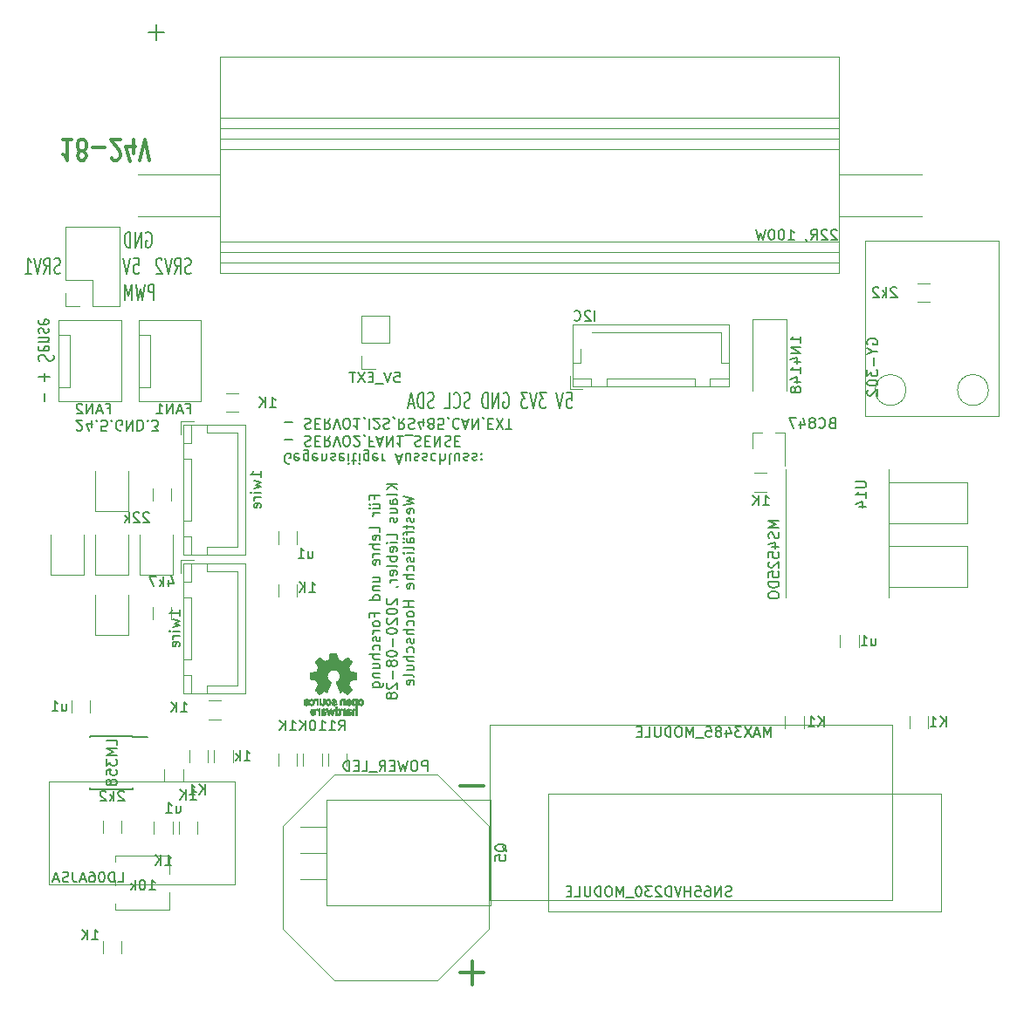
<source format=gbr>
G04 #@! TF.GenerationSoftware,KiCad,Pcbnew,(5.1.6)-1*
G04 #@! TF.CreationDate,2020-10-19T21:50:52+02:00*
G04 #@! TF.ProjectId,labAThome,6c616241-5468-46f6-9d65-2e6b69636164,rev?*
G04 #@! TF.SameCoordinates,Original*
G04 #@! TF.FileFunction,Legend,Bot*
G04 #@! TF.FilePolarity,Positive*
%FSLAX46Y46*%
G04 Gerber Fmt 4.6, Leading zero omitted, Abs format (unit mm)*
G04 Created by KiCad (PCBNEW (5.1.6)-1) date 2020-10-19 21:50:52*
%MOMM*%
%LPD*%
G01*
G04 APERTURE LIST*
%ADD10C,0.150000*%
%ADD11C,0.200000*%
%ADD12C,0.300000*%
%ADD13C,0.120000*%
%ADD14C,0.010000*%
G04 APERTURE END LIST*
D10*
X36052619Y-73223380D02*
X36100238Y-73271000D01*
X36195476Y-73318619D01*
X36433571Y-73318619D01*
X36528809Y-73271000D01*
X36576428Y-73223380D01*
X36624047Y-73128142D01*
X36624047Y-73032904D01*
X36576428Y-72890047D01*
X36005000Y-72318619D01*
X36624047Y-72318619D01*
X37481190Y-72985285D02*
X37481190Y-72318619D01*
X37243095Y-73366238D02*
X37005000Y-72651952D01*
X37624047Y-72651952D01*
X38005000Y-72413857D02*
X38052619Y-72366238D01*
X38005000Y-72318619D01*
X37957380Y-72366238D01*
X38005000Y-72413857D01*
X38005000Y-72318619D01*
X38957380Y-73318619D02*
X38481190Y-73318619D01*
X38433571Y-72842428D01*
X38481190Y-72890047D01*
X38576428Y-72937666D01*
X38814523Y-72937666D01*
X38909761Y-72890047D01*
X38957380Y-72842428D01*
X39005000Y-72747190D01*
X39005000Y-72509095D01*
X38957380Y-72413857D01*
X38909761Y-72366238D01*
X38814523Y-72318619D01*
X38576428Y-72318619D01*
X38481190Y-72366238D01*
X38433571Y-72413857D01*
X39433571Y-72413857D02*
X39481190Y-72366238D01*
X39433571Y-72318619D01*
X39385952Y-72366238D01*
X39433571Y-72413857D01*
X39433571Y-72318619D01*
X40433571Y-73271000D02*
X40338333Y-73318619D01*
X40195476Y-73318619D01*
X40052619Y-73271000D01*
X39957380Y-73175761D01*
X39909761Y-73080523D01*
X39862142Y-72890047D01*
X39862142Y-72747190D01*
X39909761Y-72556714D01*
X39957380Y-72461476D01*
X40052619Y-72366238D01*
X40195476Y-72318619D01*
X40290714Y-72318619D01*
X40433571Y-72366238D01*
X40481190Y-72413857D01*
X40481190Y-72747190D01*
X40290714Y-72747190D01*
X40909761Y-72318619D02*
X40909761Y-73318619D01*
X41481190Y-72318619D01*
X41481190Y-73318619D01*
X41957380Y-72318619D02*
X41957380Y-73318619D01*
X42195476Y-73318619D01*
X42338333Y-73271000D01*
X42433571Y-73175761D01*
X42481190Y-73080523D01*
X42528809Y-72890047D01*
X42528809Y-72747190D01*
X42481190Y-72556714D01*
X42433571Y-72461476D01*
X42338333Y-72366238D01*
X42195476Y-72318619D01*
X41957380Y-72318619D01*
X42957380Y-72413857D02*
X43005000Y-72366238D01*
X42957380Y-72318619D01*
X42909761Y-72366238D01*
X42957380Y-72413857D01*
X42957380Y-72318619D01*
X43338333Y-73318619D02*
X43957380Y-73318619D01*
X43624047Y-72937666D01*
X43766904Y-72937666D01*
X43862142Y-72890047D01*
X43909761Y-72842428D01*
X43957380Y-72747190D01*
X43957380Y-72509095D01*
X43909761Y-72413857D01*
X43862142Y-72366238D01*
X43766904Y-72318619D01*
X43481190Y-72318619D01*
X43385952Y-72366238D01*
X43338333Y-72413857D01*
D11*
X47135428Y-58011142D02*
X46992571Y-58082571D01*
X46754476Y-58082571D01*
X46659238Y-58011142D01*
X46611619Y-57939714D01*
X46564000Y-57796857D01*
X46564000Y-57654000D01*
X46611619Y-57511142D01*
X46659238Y-57439714D01*
X46754476Y-57368285D01*
X46944952Y-57296857D01*
X47040190Y-57225428D01*
X47087809Y-57154000D01*
X47135428Y-57011142D01*
X47135428Y-56868285D01*
X47087809Y-56725428D01*
X47040190Y-56654000D01*
X46944952Y-56582571D01*
X46706857Y-56582571D01*
X46564000Y-56654000D01*
X45564000Y-58082571D02*
X45897333Y-57368285D01*
X46135428Y-58082571D02*
X46135428Y-56582571D01*
X45754476Y-56582571D01*
X45659238Y-56654000D01*
X45611619Y-56725428D01*
X45564000Y-56868285D01*
X45564000Y-57082571D01*
X45611619Y-57225428D01*
X45659238Y-57296857D01*
X45754476Y-57368285D01*
X46135428Y-57368285D01*
X45278285Y-56582571D02*
X44944952Y-58082571D01*
X44611619Y-56582571D01*
X44325904Y-56725428D02*
X44278285Y-56654000D01*
X44183047Y-56582571D01*
X43944952Y-56582571D01*
X43849714Y-56654000D01*
X43802095Y-56725428D01*
X43754476Y-56868285D01*
X43754476Y-57011142D01*
X43802095Y-57225428D01*
X44373523Y-58082571D01*
X43754476Y-58082571D01*
X34477523Y-58011142D02*
X34334666Y-58082571D01*
X34096571Y-58082571D01*
X34001333Y-58011142D01*
X33953714Y-57939714D01*
X33906095Y-57796857D01*
X33906095Y-57654000D01*
X33953714Y-57511142D01*
X34001333Y-57439714D01*
X34096571Y-57368285D01*
X34287047Y-57296857D01*
X34382285Y-57225428D01*
X34429904Y-57154000D01*
X34477523Y-57011142D01*
X34477523Y-56868285D01*
X34429904Y-56725428D01*
X34382285Y-56654000D01*
X34287047Y-56582571D01*
X34048952Y-56582571D01*
X33906095Y-56654000D01*
X32906095Y-58082571D02*
X33239428Y-57368285D01*
X33477523Y-58082571D02*
X33477523Y-56582571D01*
X33096571Y-56582571D01*
X33001333Y-56654000D01*
X32953714Y-56725428D01*
X32906095Y-56868285D01*
X32906095Y-57082571D01*
X32953714Y-57225428D01*
X33001333Y-57296857D01*
X33096571Y-57368285D01*
X33477523Y-57368285D01*
X32620380Y-56582571D02*
X32287047Y-58082571D01*
X31953714Y-56582571D01*
X31096571Y-58082571D02*
X31668000Y-58082571D01*
X31382285Y-58082571D02*
X31382285Y-56582571D01*
X31477523Y-56796857D01*
X31572761Y-56939714D01*
X31668000Y-57011142D01*
X32912857Y-70500380D02*
X32912857Y-69738476D01*
X32912857Y-68500380D02*
X32912857Y-67738476D01*
X32341428Y-68119428D02*
X33484285Y-68119428D01*
X32412857Y-66548000D02*
X32341428Y-66405142D01*
X32341428Y-66167047D01*
X32412857Y-66071809D01*
X32484285Y-66024190D01*
X32627142Y-65976571D01*
X32770000Y-65976571D01*
X32912857Y-66024190D01*
X32984285Y-66071809D01*
X33055714Y-66167047D01*
X33127142Y-66357523D01*
X33198571Y-66452761D01*
X33270000Y-66500380D01*
X33412857Y-66548000D01*
X33555714Y-66548000D01*
X33698571Y-66500380D01*
X33770000Y-66452761D01*
X33841428Y-66357523D01*
X33841428Y-66119428D01*
X33770000Y-65976571D01*
X32412857Y-65167047D02*
X32341428Y-65262285D01*
X32341428Y-65452761D01*
X32412857Y-65548000D01*
X32555714Y-65595619D01*
X33127142Y-65595619D01*
X33270000Y-65548000D01*
X33341428Y-65452761D01*
X33341428Y-65262285D01*
X33270000Y-65167047D01*
X33127142Y-65119428D01*
X32984285Y-65119428D01*
X32841428Y-65595619D01*
X33341428Y-64690857D02*
X32341428Y-64690857D01*
X33198571Y-64690857D02*
X33270000Y-64643238D01*
X33341428Y-64548000D01*
X33341428Y-64405142D01*
X33270000Y-64309904D01*
X33127142Y-64262285D01*
X32341428Y-64262285D01*
X32412857Y-63833714D02*
X32341428Y-63738476D01*
X32341428Y-63548000D01*
X32412857Y-63452761D01*
X32555714Y-63405142D01*
X32627142Y-63405142D01*
X32770000Y-63452761D01*
X32841428Y-63548000D01*
X32841428Y-63690857D01*
X32912857Y-63786095D01*
X33055714Y-63833714D01*
X33127142Y-63833714D01*
X33270000Y-63786095D01*
X33341428Y-63690857D01*
X33341428Y-63548000D01*
X33270000Y-63452761D01*
X32412857Y-62595619D02*
X32341428Y-62690857D01*
X32341428Y-62881333D01*
X32412857Y-62976571D01*
X32555714Y-63024190D01*
X33127142Y-63024190D01*
X33270000Y-62976571D01*
X33341428Y-62881333D01*
X33341428Y-62690857D01*
X33270000Y-62595619D01*
X33127142Y-62548000D01*
X32984285Y-62548000D01*
X32841428Y-63024190D01*
X56771904Y-76495000D02*
X56676666Y-76542619D01*
X56533809Y-76542619D01*
X56390952Y-76495000D01*
X56295714Y-76399761D01*
X56248095Y-76304523D01*
X56200476Y-76114047D01*
X56200476Y-75971190D01*
X56248095Y-75780714D01*
X56295714Y-75685476D01*
X56390952Y-75590238D01*
X56533809Y-75542619D01*
X56629047Y-75542619D01*
X56771904Y-75590238D01*
X56819523Y-75637857D01*
X56819523Y-75971190D01*
X56629047Y-75971190D01*
X57629047Y-75590238D02*
X57533809Y-75542619D01*
X57343333Y-75542619D01*
X57248095Y-75590238D01*
X57200476Y-75685476D01*
X57200476Y-76066428D01*
X57248095Y-76161666D01*
X57343333Y-76209285D01*
X57533809Y-76209285D01*
X57629047Y-76161666D01*
X57676666Y-76066428D01*
X57676666Y-75971190D01*
X57200476Y-75875952D01*
X58533809Y-76209285D02*
X58533809Y-75399761D01*
X58486190Y-75304523D01*
X58438571Y-75256904D01*
X58343333Y-75209285D01*
X58200476Y-75209285D01*
X58105238Y-75256904D01*
X58533809Y-75590238D02*
X58438571Y-75542619D01*
X58248095Y-75542619D01*
X58152857Y-75590238D01*
X58105238Y-75637857D01*
X58057619Y-75733095D01*
X58057619Y-76018809D01*
X58105238Y-76114047D01*
X58152857Y-76161666D01*
X58248095Y-76209285D01*
X58438571Y-76209285D01*
X58533809Y-76161666D01*
X59390952Y-75590238D02*
X59295714Y-75542619D01*
X59105238Y-75542619D01*
X59010000Y-75590238D01*
X58962380Y-75685476D01*
X58962380Y-76066428D01*
X59010000Y-76161666D01*
X59105238Y-76209285D01*
X59295714Y-76209285D01*
X59390952Y-76161666D01*
X59438571Y-76066428D01*
X59438571Y-75971190D01*
X58962380Y-75875952D01*
X59867142Y-76209285D02*
X59867142Y-75542619D01*
X59867142Y-76114047D02*
X59914761Y-76161666D01*
X60010000Y-76209285D01*
X60152857Y-76209285D01*
X60248095Y-76161666D01*
X60295714Y-76066428D01*
X60295714Y-75542619D01*
X60724285Y-75590238D02*
X60819523Y-75542619D01*
X61010000Y-75542619D01*
X61105238Y-75590238D01*
X61152857Y-75685476D01*
X61152857Y-75733095D01*
X61105238Y-75828333D01*
X61010000Y-75875952D01*
X60867142Y-75875952D01*
X60771904Y-75923571D01*
X60724285Y-76018809D01*
X60724285Y-76066428D01*
X60771904Y-76161666D01*
X60867142Y-76209285D01*
X61010000Y-76209285D01*
X61105238Y-76161666D01*
X61962380Y-75590238D02*
X61867142Y-75542619D01*
X61676666Y-75542619D01*
X61581428Y-75590238D01*
X61533809Y-75685476D01*
X61533809Y-76066428D01*
X61581428Y-76161666D01*
X61676666Y-76209285D01*
X61867142Y-76209285D01*
X61962380Y-76161666D01*
X62010000Y-76066428D01*
X62010000Y-75971190D01*
X61533809Y-75875952D01*
X62438571Y-75542619D02*
X62438571Y-76209285D01*
X62438571Y-76542619D02*
X62390952Y-76495000D01*
X62438571Y-76447380D01*
X62486190Y-76495000D01*
X62438571Y-76542619D01*
X62438571Y-76447380D01*
X62771904Y-76209285D02*
X63152857Y-76209285D01*
X62914761Y-76542619D02*
X62914761Y-75685476D01*
X62962380Y-75590238D01*
X63057619Y-75542619D01*
X63152857Y-75542619D01*
X63486190Y-75542619D02*
X63486190Y-76209285D01*
X63486190Y-76542619D02*
X63438571Y-76495000D01*
X63486190Y-76447380D01*
X63533809Y-76495000D01*
X63486190Y-76542619D01*
X63486190Y-76447380D01*
X64390952Y-76209285D02*
X64390952Y-75399761D01*
X64343333Y-75304523D01*
X64295714Y-75256904D01*
X64200476Y-75209285D01*
X64057619Y-75209285D01*
X63962380Y-75256904D01*
X64390952Y-75590238D02*
X64295714Y-75542619D01*
X64105238Y-75542619D01*
X64009999Y-75590238D01*
X63962380Y-75637857D01*
X63914761Y-75733095D01*
X63914761Y-76018809D01*
X63962380Y-76114047D01*
X64009999Y-76161666D01*
X64105238Y-76209285D01*
X64295714Y-76209285D01*
X64390952Y-76161666D01*
X65248095Y-75590238D02*
X65152857Y-75542619D01*
X64962380Y-75542619D01*
X64867142Y-75590238D01*
X64819523Y-75685476D01*
X64819523Y-76066428D01*
X64867142Y-76161666D01*
X64962380Y-76209285D01*
X65152857Y-76209285D01*
X65248095Y-76161666D01*
X65295714Y-76066428D01*
X65295714Y-75971190D01*
X64819523Y-75875952D01*
X65724285Y-75542619D02*
X65724285Y-76209285D01*
X65724285Y-76018809D02*
X65771904Y-76114047D01*
X65819523Y-76161666D01*
X65914761Y-76209285D01*
X66009999Y-76209285D01*
X67057619Y-75828333D02*
X67533809Y-75828333D01*
X66962380Y-75542619D02*
X67295714Y-76542619D01*
X67629047Y-75542619D01*
X68390952Y-76209285D02*
X68390952Y-75542619D01*
X67962380Y-76209285D02*
X67962380Y-75685476D01*
X68010000Y-75590238D01*
X68105238Y-75542619D01*
X68248095Y-75542619D01*
X68343333Y-75590238D01*
X68390952Y-75637857D01*
X68819523Y-75590238D02*
X68914761Y-75542619D01*
X69105238Y-75542619D01*
X69200476Y-75590238D01*
X69248095Y-75685476D01*
X69248095Y-75733095D01*
X69200476Y-75828333D01*
X69105238Y-75875952D01*
X68962380Y-75875952D01*
X68867142Y-75923571D01*
X68819523Y-76018809D01*
X68819523Y-76066428D01*
X68867142Y-76161666D01*
X68962380Y-76209285D01*
X69105238Y-76209285D01*
X69200476Y-76161666D01*
X69629047Y-75590238D02*
X69724285Y-75542619D01*
X69914761Y-75542619D01*
X70010000Y-75590238D01*
X70057619Y-75685476D01*
X70057619Y-75733095D01*
X70010000Y-75828333D01*
X69914761Y-75875952D01*
X69771904Y-75875952D01*
X69676666Y-75923571D01*
X69629047Y-76018809D01*
X69629047Y-76066428D01*
X69676666Y-76161666D01*
X69771904Y-76209285D01*
X69914761Y-76209285D01*
X70010000Y-76161666D01*
X70914761Y-75590238D02*
X70819523Y-75542619D01*
X70629047Y-75542619D01*
X70533809Y-75590238D01*
X70486190Y-75637857D01*
X70438571Y-75733095D01*
X70438571Y-76018809D01*
X70486190Y-76114047D01*
X70533809Y-76161666D01*
X70629047Y-76209285D01*
X70819523Y-76209285D01*
X70914761Y-76161666D01*
X71343333Y-75542619D02*
X71343333Y-76542619D01*
X71771904Y-75542619D02*
X71771904Y-76066428D01*
X71724285Y-76161666D01*
X71629047Y-76209285D01*
X71486190Y-76209285D01*
X71390952Y-76161666D01*
X71343333Y-76114047D01*
X72390952Y-75542619D02*
X72295714Y-75590238D01*
X72248095Y-75685476D01*
X72248095Y-76542619D01*
X73200476Y-76209285D02*
X73200476Y-75542619D01*
X72771904Y-76209285D02*
X72771904Y-75685476D01*
X72819523Y-75590238D01*
X72914761Y-75542619D01*
X73057619Y-75542619D01*
X73152857Y-75590238D01*
X73200476Y-75637857D01*
X73629047Y-75590238D02*
X73724285Y-75542619D01*
X73914761Y-75542619D01*
X74010000Y-75590238D01*
X74057619Y-75685476D01*
X74057619Y-75733095D01*
X74010000Y-75828333D01*
X73914761Y-75875952D01*
X73771904Y-75875952D01*
X73676666Y-75923571D01*
X73629047Y-76018809D01*
X73629047Y-76066428D01*
X73676666Y-76161666D01*
X73771904Y-76209285D01*
X73914761Y-76209285D01*
X74010000Y-76161666D01*
X74438571Y-75590238D02*
X74533809Y-75542619D01*
X74724285Y-75542619D01*
X74819523Y-75590238D01*
X74867142Y-75685476D01*
X74867142Y-75733095D01*
X74819523Y-75828333D01*
X74724285Y-75875952D01*
X74581428Y-75875952D01*
X74486190Y-75923571D01*
X74438571Y-76018809D01*
X74438571Y-76066428D01*
X74486190Y-76161666D01*
X74581428Y-76209285D01*
X74724285Y-76209285D01*
X74819523Y-76161666D01*
X75295714Y-75637857D02*
X75343333Y-75590238D01*
X75295714Y-75542619D01*
X75248095Y-75590238D01*
X75295714Y-75637857D01*
X75295714Y-75542619D01*
X75295714Y-76161666D02*
X75343333Y-76114047D01*
X75295714Y-76066428D01*
X75248095Y-76114047D01*
X75295714Y-76161666D01*
X75295714Y-76066428D01*
X56248095Y-74223571D02*
X57010000Y-74223571D01*
X58200476Y-73890238D02*
X58343333Y-73842619D01*
X58581428Y-73842619D01*
X58676666Y-73890238D01*
X58724285Y-73937857D01*
X58771904Y-74033095D01*
X58771904Y-74128333D01*
X58724285Y-74223571D01*
X58676666Y-74271190D01*
X58581428Y-74318809D01*
X58390952Y-74366428D01*
X58295714Y-74414047D01*
X58248095Y-74461666D01*
X58200476Y-74556904D01*
X58200476Y-74652142D01*
X58248095Y-74747380D01*
X58295714Y-74795000D01*
X58390952Y-74842619D01*
X58629047Y-74842619D01*
X58771904Y-74795000D01*
X59200476Y-74366428D02*
X59533809Y-74366428D01*
X59676666Y-73842619D02*
X59200476Y-73842619D01*
X59200476Y-74842619D01*
X59676666Y-74842619D01*
X60676666Y-73842619D02*
X60343333Y-74318809D01*
X60105238Y-73842619D02*
X60105238Y-74842619D01*
X60486190Y-74842619D01*
X60581428Y-74795000D01*
X60629047Y-74747380D01*
X60676666Y-74652142D01*
X60676666Y-74509285D01*
X60629047Y-74414047D01*
X60581428Y-74366428D01*
X60486190Y-74318809D01*
X60105238Y-74318809D01*
X60962380Y-74842619D02*
X61295714Y-73842619D01*
X61629047Y-74842619D01*
X62152857Y-74842619D02*
X62343333Y-74842619D01*
X62438571Y-74795000D01*
X62533809Y-74699761D01*
X62581428Y-74509285D01*
X62581428Y-74175952D01*
X62533809Y-73985476D01*
X62438571Y-73890238D01*
X62343333Y-73842619D01*
X62152857Y-73842619D01*
X62057619Y-73890238D01*
X61962380Y-73985476D01*
X61914761Y-74175952D01*
X61914761Y-74509285D01*
X61962380Y-74699761D01*
X62057619Y-74795000D01*
X62152857Y-74842619D01*
X62962380Y-74747380D02*
X63010000Y-74795000D01*
X63105238Y-74842619D01*
X63343333Y-74842619D01*
X63438571Y-74795000D01*
X63486190Y-74747380D01*
X63533809Y-74652142D01*
X63533809Y-74556904D01*
X63486190Y-74414047D01*
X62914761Y-73842619D01*
X63533809Y-73842619D01*
X64010000Y-73890238D02*
X64010000Y-73842619D01*
X63962380Y-73747380D01*
X63914761Y-73699761D01*
X64771904Y-74366428D02*
X64438571Y-74366428D01*
X64438571Y-73842619D02*
X64438571Y-74842619D01*
X64914761Y-74842619D01*
X65248095Y-74128333D02*
X65724285Y-74128333D01*
X65152857Y-73842619D02*
X65486190Y-74842619D01*
X65819523Y-73842619D01*
X66152857Y-73842619D02*
X66152857Y-74842619D01*
X66724285Y-73842619D01*
X66724285Y-74842619D01*
X67724285Y-73842619D02*
X67152857Y-73842619D01*
X67438571Y-73842619D02*
X67438571Y-74842619D01*
X67343333Y-74699761D01*
X67248095Y-74604523D01*
X67152857Y-74556904D01*
X67914761Y-73747380D02*
X68676666Y-73747380D01*
X68867142Y-73890238D02*
X69010000Y-73842619D01*
X69248095Y-73842619D01*
X69343333Y-73890238D01*
X69390952Y-73937857D01*
X69438571Y-74033095D01*
X69438571Y-74128333D01*
X69390952Y-74223571D01*
X69343333Y-74271190D01*
X69248095Y-74318809D01*
X69057619Y-74366428D01*
X68962380Y-74414047D01*
X68914761Y-74461666D01*
X68867142Y-74556904D01*
X68867142Y-74652142D01*
X68914761Y-74747380D01*
X68962380Y-74795000D01*
X69057619Y-74842619D01*
X69295714Y-74842619D01*
X69438571Y-74795000D01*
X69867142Y-74366428D02*
X70200476Y-74366428D01*
X70343333Y-73842619D02*
X69867142Y-73842619D01*
X69867142Y-74842619D01*
X70343333Y-74842619D01*
X70771904Y-73842619D02*
X70771904Y-74842619D01*
X71343333Y-73842619D01*
X71343333Y-74842619D01*
X71771904Y-73890238D02*
X71914761Y-73842619D01*
X72152857Y-73842619D01*
X72248095Y-73890238D01*
X72295714Y-73937857D01*
X72343333Y-74033095D01*
X72343333Y-74128333D01*
X72295714Y-74223571D01*
X72248095Y-74271190D01*
X72152857Y-74318809D01*
X71962380Y-74366428D01*
X71867142Y-74414047D01*
X71819523Y-74461666D01*
X71771904Y-74556904D01*
X71771904Y-74652142D01*
X71819523Y-74747380D01*
X71867142Y-74795000D01*
X71962380Y-74842619D01*
X72200476Y-74842619D01*
X72343333Y-74795000D01*
X72771904Y-74366428D02*
X73105238Y-74366428D01*
X73248095Y-73842619D02*
X72771904Y-73842619D01*
X72771904Y-74842619D01*
X73248095Y-74842619D01*
X56248095Y-72523571D02*
X57010000Y-72523571D01*
X58200476Y-72190238D02*
X58343333Y-72142619D01*
X58581428Y-72142619D01*
X58676666Y-72190238D01*
X58724285Y-72237857D01*
X58771904Y-72333095D01*
X58771904Y-72428333D01*
X58724285Y-72523571D01*
X58676666Y-72571190D01*
X58581428Y-72618809D01*
X58390952Y-72666428D01*
X58295714Y-72714047D01*
X58248095Y-72761666D01*
X58200476Y-72856904D01*
X58200476Y-72952142D01*
X58248095Y-73047380D01*
X58295714Y-73095000D01*
X58390952Y-73142619D01*
X58629047Y-73142619D01*
X58771904Y-73095000D01*
X59200476Y-72666428D02*
X59533809Y-72666428D01*
X59676666Y-72142619D02*
X59200476Y-72142619D01*
X59200476Y-73142619D01*
X59676666Y-73142619D01*
X60676666Y-72142619D02*
X60343333Y-72618809D01*
X60105238Y-72142619D02*
X60105238Y-73142619D01*
X60486190Y-73142619D01*
X60581428Y-73095000D01*
X60629047Y-73047380D01*
X60676666Y-72952142D01*
X60676666Y-72809285D01*
X60629047Y-72714047D01*
X60581428Y-72666428D01*
X60486190Y-72618809D01*
X60105238Y-72618809D01*
X60962380Y-73142619D02*
X61295714Y-72142619D01*
X61629047Y-73142619D01*
X62152857Y-73142619D02*
X62343333Y-73142619D01*
X62438571Y-73095000D01*
X62533809Y-72999761D01*
X62581428Y-72809285D01*
X62581428Y-72475952D01*
X62533809Y-72285476D01*
X62438571Y-72190238D01*
X62343333Y-72142619D01*
X62152857Y-72142619D01*
X62057619Y-72190238D01*
X61962380Y-72285476D01*
X61914761Y-72475952D01*
X61914761Y-72809285D01*
X61962380Y-72999761D01*
X62057619Y-73095000D01*
X62152857Y-73142619D01*
X63533809Y-72142619D02*
X62962380Y-72142619D01*
X63248095Y-72142619D02*
X63248095Y-73142619D01*
X63152857Y-72999761D01*
X63057619Y-72904523D01*
X62962380Y-72856904D01*
X64009999Y-72190238D02*
X64009999Y-72142619D01*
X63962380Y-72047380D01*
X63914761Y-71999761D01*
X64438571Y-72142619D02*
X64438571Y-73142619D01*
X64867142Y-73047380D02*
X64914761Y-73095000D01*
X65009999Y-73142619D01*
X65248095Y-73142619D01*
X65343333Y-73095000D01*
X65390952Y-73047380D01*
X65438571Y-72952142D01*
X65438571Y-72856904D01*
X65390952Y-72714047D01*
X64819523Y-72142619D01*
X65438571Y-72142619D01*
X65819523Y-72190238D02*
X65962380Y-72142619D01*
X66200476Y-72142619D01*
X66295714Y-72190238D01*
X66343333Y-72237857D01*
X66390952Y-72333095D01*
X66390952Y-72428333D01*
X66343333Y-72523571D01*
X66295714Y-72571190D01*
X66200476Y-72618809D01*
X66009999Y-72666428D01*
X65914761Y-72714047D01*
X65867142Y-72761666D01*
X65819523Y-72856904D01*
X65819523Y-72952142D01*
X65867142Y-73047380D01*
X65914761Y-73095000D01*
X66009999Y-73142619D01*
X66248095Y-73142619D01*
X66390952Y-73095000D01*
X66867142Y-72190238D02*
X66867142Y-72142619D01*
X66819523Y-72047380D01*
X66771904Y-71999761D01*
X67867142Y-72142619D02*
X67533809Y-72618809D01*
X67295714Y-72142619D02*
X67295714Y-73142619D01*
X67676666Y-73142619D01*
X67771904Y-73095000D01*
X67819523Y-73047380D01*
X67867142Y-72952142D01*
X67867142Y-72809285D01*
X67819523Y-72714047D01*
X67771904Y-72666428D01*
X67676666Y-72618809D01*
X67295714Y-72618809D01*
X68248095Y-72190238D02*
X68390952Y-72142619D01*
X68629047Y-72142619D01*
X68724285Y-72190238D01*
X68771904Y-72237857D01*
X68819523Y-72333095D01*
X68819523Y-72428333D01*
X68771904Y-72523571D01*
X68724285Y-72571190D01*
X68629047Y-72618809D01*
X68438571Y-72666428D01*
X68343333Y-72714047D01*
X68295714Y-72761666D01*
X68248095Y-72856904D01*
X68248095Y-72952142D01*
X68295714Y-73047380D01*
X68343333Y-73095000D01*
X68438571Y-73142619D01*
X68676666Y-73142619D01*
X68819523Y-73095000D01*
X69676666Y-72809285D02*
X69676666Y-72142619D01*
X69438571Y-73190238D02*
X69200476Y-72475952D01*
X69819523Y-72475952D01*
X70343333Y-72714047D02*
X70248095Y-72761666D01*
X70200476Y-72809285D01*
X70152857Y-72904523D01*
X70152857Y-72952142D01*
X70200476Y-73047380D01*
X70248095Y-73095000D01*
X70343333Y-73142619D01*
X70533809Y-73142619D01*
X70629047Y-73095000D01*
X70676666Y-73047380D01*
X70724285Y-72952142D01*
X70724285Y-72904523D01*
X70676666Y-72809285D01*
X70629047Y-72761666D01*
X70533809Y-72714047D01*
X70343333Y-72714047D01*
X70248095Y-72666428D01*
X70200476Y-72618809D01*
X70152857Y-72523571D01*
X70152857Y-72333095D01*
X70200476Y-72237857D01*
X70248095Y-72190238D01*
X70343333Y-72142619D01*
X70533809Y-72142619D01*
X70629047Y-72190238D01*
X70676666Y-72237857D01*
X70724285Y-72333095D01*
X70724285Y-72523571D01*
X70676666Y-72618809D01*
X70629047Y-72666428D01*
X70533809Y-72714047D01*
X71629047Y-73142619D02*
X71152857Y-73142619D01*
X71105238Y-72666428D01*
X71152857Y-72714047D01*
X71248095Y-72761666D01*
X71486190Y-72761666D01*
X71581428Y-72714047D01*
X71629047Y-72666428D01*
X71676666Y-72571190D01*
X71676666Y-72333095D01*
X71629047Y-72237857D01*
X71581428Y-72190238D01*
X71486190Y-72142619D01*
X71248095Y-72142619D01*
X71152857Y-72190238D01*
X71105238Y-72237857D01*
X72152857Y-72190238D02*
X72152857Y-72142619D01*
X72105238Y-72047380D01*
X72057619Y-71999761D01*
X73152857Y-72237857D02*
X73105238Y-72190238D01*
X72962380Y-72142619D01*
X72867142Y-72142619D01*
X72724285Y-72190238D01*
X72629047Y-72285476D01*
X72581428Y-72380714D01*
X72533809Y-72571190D01*
X72533809Y-72714047D01*
X72581428Y-72904523D01*
X72629047Y-72999761D01*
X72724285Y-73095000D01*
X72867142Y-73142619D01*
X72962380Y-73142619D01*
X73105238Y-73095000D01*
X73152857Y-73047380D01*
X73533809Y-72428333D02*
X74010000Y-72428333D01*
X73438571Y-72142619D02*
X73771904Y-73142619D01*
X74105238Y-72142619D01*
X74438571Y-72142619D02*
X74438571Y-73142619D01*
X75010000Y-72142619D01*
X75010000Y-73142619D01*
X75533809Y-72190238D02*
X75533809Y-72142619D01*
X75486190Y-72047380D01*
X75438571Y-71999761D01*
X75962380Y-72666428D02*
X76295714Y-72666428D01*
X76438571Y-72142619D02*
X75962380Y-72142619D01*
X75962380Y-73142619D01*
X76438571Y-73142619D01*
X76771904Y-73142619D02*
X77438571Y-72142619D01*
X77438571Y-73142619D02*
X76771904Y-72142619D01*
X77676666Y-73142619D02*
X78248095Y-73142619D01*
X77962380Y-72142619D02*
X77962380Y-73142619D01*
X83604761Y-69663571D02*
X84080952Y-69663571D01*
X84128571Y-70377857D01*
X84080952Y-70306428D01*
X83985714Y-70235000D01*
X83747619Y-70235000D01*
X83652380Y-70306428D01*
X83604761Y-70377857D01*
X83557142Y-70520714D01*
X83557142Y-70877857D01*
X83604761Y-71020714D01*
X83652380Y-71092142D01*
X83747619Y-71163571D01*
X83985714Y-71163571D01*
X84080952Y-71092142D01*
X84128571Y-71020714D01*
X83271428Y-69663571D02*
X82938095Y-71163571D01*
X82604761Y-69663571D01*
X81604761Y-69663571D02*
X80985714Y-69663571D01*
X81319047Y-70235000D01*
X81176190Y-70235000D01*
X81080952Y-70306428D01*
X81033333Y-70377857D01*
X80985714Y-70520714D01*
X80985714Y-70877857D01*
X81033333Y-71020714D01*
X81080952Y-71092142D01*
X81176190Y-71163571D01*
X81461904Y-71163571D01*
X81557142Y-71092142D01*
X81604761Y-71020714D01*
X80700000Y-69663571D02*
X80366666Y-71163571D01*
X80033333Y-69663571D01*
X79795238Y-69663571D02*
X79176190Y-69663571D01*
X79509523Y-70235000D01*
X79366666Y-70235000D01*
X79271428Y-70306428D01*
X79223809Y-70377857D01*
X79176190Y-70520714D01*
X79176190Y-70877857D01*
X79223809Y-71020714D01*
X79271428Y-71092142D01*
X79366666Y-71163571D01*
X79652380Y-71163571D01*
X79747619Y-71092142D01*
X79795238Y-71020714D01*
X77461904Y-69735000D02*
X77557142Y-69663571D01*
X77700000Y-69663571D01*
X77842857Y-69735000D01*
X77938095Y-69877857D01*
X77985714Y-70020714D01*
X78033333Y-70306428D01*
X78033333Y-70520714D01*
X77985714Y-70806428D01*
X77938095Y-70949285D01*
X77842857Y-71092142D01*
X77700000Y-71163571D01*
X77604761Y-71163571D01*
X77461904Y-71092142D01*
X77414285Y-71020714D01*
X77414285Y-70520714D01*
X77604761Y-70520714D01*
X76985714Y-71163571D02*
X76985714Y-69663571D01*
X76414285Y-71163571D01*
X76414285Y-69663571D01*
X75938095Y-71163571D02*
X75938095Y-69663571D01*
X75700000Y-69663571D01*
X75557142Y-69735000D01*
X75461904Y-69877857D01*
X75414285Y-70020714D01*
X75366666Y-70306428D01*
X75366666Y-70520714D01*
X75414285Y-70806428D01*
X75461904Y-70949285D01*
X75557142Y-71092142D01*
X75700000Y-71163571D01*
X75938095Y-71163571D01*
X74223809Y-71092142D02*
X74080952Y-71163571D01*
X73842857Y-71163571D01*
X73747619Y-71092142D01*
X73700000Y-71020714D01*
X73652380Y-70877857D01*
X73652380Y-70735000D01*
X73700000Y-70592142D01*
X73747619Y-70520714D01*
X73842857Y-70449285D01*
X74033333Y-70377857D01*
X74128571Y-70306428D01*
X74176190Y-70235000D01*
X74223809Y-70092142D01*
X74223809Y-69949285D01*
X74176190Y-69806428D01*
X74128571Y-69735000D01*
X74033333Y-69663571D01*
X73795238Y-69663571D01*
X73652380Y-69735000D01*
X72652380Y-71020714D02*
X72700000Y-71092142D01*
X72842857Y-71163571D01*
X72938095Y-71163571D01*
X73080952Y-71092142D01*
X73176190Y-70949285D01*
X73223809Y-70806428D01*
X73271428Y-70520714D01*
X73271428Y-70306428D01*
X73223809Y-70020714D01*
X73176190Y-69877857D01*
X73080952Y-69735000D01*
X72938095Y-69663571D01*
X72842857Y-69663571D01*
X72700000Y-69735000D01*
X72652380Y-69806428D01*
X71747619Y-71163571D02*
X72223809Y-71163571D01*
X72223809Y-69663571D01*
X70700000Y-71092142D02*
X70557142Y-71163571D01*
X70319047Y-71163571D01*
X70223809Y-71092142D01*
X70176190Y-71020714D01*
X70128571Y-70877857D01*
X70128571Y-70735000D01*
X70176190Y-70592142D01*
X70223809Y-70520714D01*
X70319047Y-70449285D01*
X70509523Y-70377857D01*
X70604761Y-70306428D01*
X70652380Y-70235000D01*
X70700000Y-70092142D01*
X70700000Y-69949285D01*
X70652380Y-69806428D01*
X70604761Y-69735000D01*
X70509523Y-69663571D01*
X70271428Y-69663571D01*
X70128571Y-69735000D01*
X69700000Y-71163571D02*
X69700000Y-69663571D01*
X69461904Y-69663571D01*
X69319047Y-69735000D01*
X69223809Y-69877857D01*
X69176190Y-70020714D01*
X69128571Y-70306428D01*
X69128571Y-70520714D01*
X69176190Y-70806428D01*
X69223809Y-70949285D01*
X69319047Y-71092142D01*
X69461904Y-71163571D01*
X69700000Y-71163571D01*
X68747619Y-70735000D02*
X68271428Y-70735000D01*
X68842857Y-71163571D02*
X68509523Y-69663571D01*
X68176190Y-71163571D01*
X43563619Y-60622571D02*
X43563619Y-59122571D01*
X43182666Y-59122571D01*
X43087428Y-59194000D01*
X43039809Y-59265428D01*
X42992190Y-59408285D01*
X42992190Y-59622571D01*
X43039809Y-59765428D01*
X43087428Y-59836857D01*
X43182666Y-59908285D01*
X43563619Y-59908285D01*
X42658857Y-59122571D02*
X42420761Y-60622571D01*
X42230285Y-59551142D01*
X42039809Y-60622571D01*
X41801714Y-59122571D01*
X41420761Y-60622571D02*
X41420761Y-59122571D01*
X41087428Y-60194000D01*
X40754095Y-59122571D01*
X40754095Y-60622571D01*
X41611238Y-56582571D02*
X42087428Y-56582571D01*
X42135047Y-57296857D01*
X42087428Y-57225428D01*
X41992190Y-57154000D01*
X41754095Y-57154000D01*
X41658857Y-57225428D01*
X41611238Y-57296857D01*
X41563619Y-57439714D01*
X41563619Y-57796857D01*
X41611238Y-57939714D01*
X41658857Y-58011142D01*
X41754095Y-58082571D01*
X41992190Y-58082571D01*
X42087428Y-58011142D01*
X42135047Y-57939714D01*
X41277904Y-56582571D02*
X40944571Y-58082571D01*
X40611238Y-56582571D01*
X42801714Y-54114000D02*
X42896952Y-54042571D01*
X43039809Y-54042571D01*
X43182666Y-54114000D01*
X43277904Y-54256857D01*
X43325523Y-54399714D01*
X43373142Y-54685428D01*
X43373142Y-54899714D01*
X43325523Y-55185428D01*
X43277904Y-55328285D01*
X43182666Y-55471142D01*
X43039809Y-55542571D01*
X42944571Y-55542571D01*
X42801714Y-55471142D01*
X42754095Y-55399714D01*
X42754095Y-54899714D01*
X42944571Y-54899714D01*
X42325523Y-55542571D02*
X42325523Y-54042571D01*
X41754095Y-55542571D01*
X41754095Y-54042571D01*
X41277904Y-55542571D02*
X41277904Y-54042571D01*
X41039809Y-54042571D01*
X40896952Y-54114000D01*
X40801714Y-54256857D01*
X40754095Y-54399714D01*
X40706476Y-54685428D01*
X40706476Y-54899714D01*
X40754095Y-55185428D01*
X40801714Y-55328285D01*
X40896952Y-55471142D01*
X41039809Y-55542571D01*
X41277904Y-55542571D01*
D12*
X73279142Y-107783285D02*
X75564857Y-107783285D01*
X73279142Y-125944285D02*
X75564857Y-125944285D01*
X74422000Y-127087142D02*
X74422000Y-124801428D01*
D10*
X43053095Y-34686857D02*
X44576904Y-34686857D01*
X43815000Y-35448761D02*
X43815000Y-33924952D01*
D12*
X35576285Y-45069238D02*
X34719142Y-45069238D01*
X35147714Y-45069238D02*
X35147714Y-47069238D01*
X35004857Y-46783523D01*
X34862000Y-46593047D01*
X34719142Y-46497809D01*
X36433428Y-46212095D02*
X36290571Y-46307333D01*
X36219142Y-46402571D01*
X36147714Y-46593047D01*
X36147714Y-46688285D01*
X36219142Y-46878761D01*
X36290571Y-46974000D01*
X36433428Y-47069238D01*
X36719142Y-47069238D01*
X36862000Y-46974000D01*
X36933428Y-46878761D01*
X37004857Y-46688285D01*
X37004857Y-46593047D01*
X36933428Y-46402571D01*
X36862000Y-46307333D01*
X36719142Y-46212095D01*
X36433428Y-46212095D01*
X36290571Y-46116857D01*
X36219142Y-46021619D01*
X36147714Y-45831142D01*
X36147714Y-45450190D01*
X36219142Y-45259714D01*
X36290571Y-45164476D01*
X36433428Y-45069238D01*
X36719142Y-45069238D01*
X36862000Y-45164476D01*
X36933428Y-45259714D01*
X37004857Y-45450190D01*
X37004857Y-45831142D01*
X36933428Y-46021619D01*
X36862000Y-46116857D01*
X36719142Y-46212095D01*
X37647714Y-45831142D02*
X38790571Y-45831142D01*
X39433428Y-46878761D02*
X39504857Y-46974000D01*
X39647714Y-47069238D01*
X40004857Y-47069238D01*
X40147714Y-46974000D01*
X40219142Y-46878761D01*
X40290571Y-46688285D01*
X40290571Y-46497809D01*
X40219142Y-46212095D01*
X39362000Y-45069238D01*
X40290571Y-45069238D01*
X41576285Y-46402571D02*
X41576285Y-45069238D01*
X41219142Y-47164476D02*
X40862000Y-45735904D01*
X41790571Y-45735904D01*
X42147714Y-47069238D02*
X42647714Y-45069238D01*
X43147714Y-47069238D01*
D10*
X64953571Y-79923809D02*
X64953571Y-79590476D01*
X65477380Y-79590476D02*
X64477380Y-79590476D01*
X64477380Y-80066666D01*
X64810714Y-80876190D02*
X65477380Y-80876190D01*
X64810714Y-80447619D02*
X65334523Y-80447619D01*
X65429761Y-80495238D01*
X65477380Y-80590476D01*
X65477380Y-80733333D01*
X65429761Y-80828571D01*
X65382142Y-80876190D01*
X64477380Y-80495238D02*
X64525000Y-80542857D01*
X64572619Y-80495238D01*
X64525000Y-80447619D01*
X64477380Y-80495238D01*
X64572619Y-80495238D01*
X64477380Y-80876190D02*
X64525000Y-80923809D01*
X64572619Y-80876190D01*
X64525000Y-80828571D01*
X64477380Y-80876190D01*
X64572619Y-80876190D01*
X65477380Y-81352380D02*
X64810714Y-81352380D01*
X65001190Y-81352380D02*
X64905952Y-81400000D01*
X64858333Y-81447619D01*
X64810714Y-81542857D01*
X64810714Y-81638095D01*
X65477380Y-83209523D02*
X65477380Y-82733333D01*
X64477380Y-82733333D01*
X65429761Y-83923809D02*
X65477380Y-83828571D01*
X65477380Y-83638095D01*
X65429761Y-83542857D01*
X65334523Y-83495238D01*
X64953571Y-83495238D01*
X64858333Y-83542857D01*
X64810714Y-83638095D01*
X64810714Y-83828571D01*
X64858333Y-83923809D01*
X64953571Y-83971428D01*
X65048809Y-83971428D01*
X65144047Y-83495238D01*
X65477380Y-84400000D02*
X64477380Y-84400000D01*
X65477380Y-84828571D02*
X64953571Y-84828571D01*
X64858333Y-84780952D01*
X64810714Y-84685714D01*
X64810714Y-84542857D01*
X64858333Y-84447619D01*
X64905952Y-84400000D01*
X65477380Y-85304761D02*
X64810714Y-85304761D01*
X65001190Y-85304761D02*
X64905952Y-85352380D01*
X64858333Y-85400000D01*
X64810714Y-85495238D01*
X64810714Y-85590476D01*
X65429761Y-86304761D02*
X65477380Y-86209523D01*
X65477380Y-86019047D01*
X65429761Y-85923809D01*
X65334523Y-85876190D01*
X64953571Y-85876190D01*
X64858333Y-85923809D01*
X64810714Y-86019047D01*
X64810714Y-86209523D01*
X64858333Y-86304761D01*
X64953571Y-86352380D01*
X65048809Y-86352380D01*
X65144047Y-85876190D01*
X64810714Y-87971428D02*
X65477380Y-87971428D01*
X64810714Y-87542857D02*
X65334523Y-87542857D01*
X65429761Y-87590476D01*
X65477380Y-87685714D01*
X65477380Y-87828571D01*
X65429761Y-87923809D01*
X65382142Y-87971428D01*
X64810714Y-88447619D02*
X65477380Y-88447619D01*
X64905952Y-88447619D02*
X64858333Y-88495238D01*
X64810714Y-88590476D01*
X64810714Y-88733333D01*
X64858333Y-88828571D01*
X64953571Y-88876190D01*
X65477380Y-88876190D01*
X65477380Y-89780952D02*
X64477380Y-89780952D01*
X65429761Y-89780952D02*
X65477380Y-89685714D01*
X65477380Y-89495238D01*
X65429761Y-89400000D01*
X65382142Y-89352380D01*
X65286904Y-89304761D01*
X65001190Y-89304761D01*
X64905952Y-89352380D01*
X64858333Y-89400000D01*
X64810714Y-89495238D01*
X64810714Y-89685714D01*
X64858333Y-89780952D01*
X64953571Y-91352380D02*
X64953571Y-91019047D01*
X65477380Y-91019047D02*
X64477380Y-91019047D01*
X64477380Y-91495238D01*
X65477380Y-92019047D02*
X65429761Y-91923809D01*
X65382142Y-91876190D01*
X65286904Y-91828571D01*
X65001190Y-91828571D01*
X64905952Y-91876190D01*
X64858333Y-91923809D01*
X64810714Y-92019047D01*
X64810714Y-92161904D01*
X64858333Y-92257142D01*
X64905952Y-92304761D01*
X65001190Y-92352380D01*
X65286904Y-92352380D01*
X65382142Y-92304761D01*
X65429761Y-92257142D01*
X65477380Y-92161904D01*
X65477380Y-92019047D01*
X65477380Y-92780952D02*
X64810714Y-92780952D01*
X65001190Y-92780952D02*
X64905952Y-92828571D01*
X64858333Y-92876190D01*
X64810714Y-92971428D01*
X64810714Y-93066666D01*
X65429761Y-93352380D02*
X65477380Y-93447619D01*
X65477380Y-93638095D01*
X65429761Y-93733333D01*
X65334523Y-93780952D01*
X65286904Y-93780952D01*
X65191666Y-93733333D01*
X65144047Y-93638095D01*
X65144047Y-93495238D01*
X65096428Y-93400000D01*
X65001190Y-93352380D01*
X64953571Y-93352380D01*
X64858333Y-93400000D01*
X64810714Y-93495238D01*
X64810714Y-93638095D01*
X64858333Y-93733333D01*
X65429761Y-94638095D02*
X65477380Y-94542857D01*
X65477380Y-94352380D01*
X65429761Y-94257142D01*
X65382142Y-94209523D01*
X65286904Y-94161904D01*
X65001190Y-94161904D01*
X64905952Y-94209523D01*
X64858333Y-94257142D01*
X64810714Y-94352380D01*
X64810714Y-94542857D01*
X64858333Y-94638095D01*
X65477380Y-95066666D02*
X64477380Y-95066666D01*
X65477380Y-95495238D02*
X64953571Y-95495238D01*
X64858333Y-95447619D01*
X64810714Y-95352380D01*
X64810714Y-95209523D01*
X64858333Y-95114285D01*
X64905952Y-95066666D01*
X64810714Y-96400000D02*
X65477380Y-96400000D01*
X64810714Y-95971428D02*
X65334523Y-95971428D01*
X65429761Y-96019047D01*
X65477380Y-96114285D01*
X65477380Y-96257142D01*
X65429761Y-96352380D01*
X65382142Y-96400000D01*
X64810714Y-96876190D02*
X65477380Y-96876190D01*
X64905952Y-96876190D02*
X64858333Y-96923809D01*
X64810714Y-97019047D01*
X64810714Y-97161904D01*
X64858333Y-97257142D01*
X64953571Y-97304761D01*
X65477380Y-97304761D01*
X64810714Y-98209523D02*
X65620238Y-98209523D01*
X65715476Y-98161904D01*
X65763095Y-98114285D01*
X65810714Y-98019047D01*
X65810714Y-97876190D01*
X65763095Y-97780952D01*
X65429761Y-98209523D02*
X65477380Y-98114285D01*
X65477380Y-97923809D01*
X65429761Y-97828571D01*
X65382142Y-97780952D01*
X65286904Y-97733333D01*
X65001190Y-97733333D01*
X64905952Y-97780952D01*
X64858333Y-97828571D01*
X64810714Y-97923809D01*
X64810714Y-98114285D01*
X64858333Y-98209523D01*
X67127380Y-78495238D02*
X66127380Y-78495238D01*
X67127380Y-79066666D02*
X66555952Y-78638095D01*
X66127380Y-79066666D02*
X66698809Y-78495238D01*
X67127380Y-79638095D02*
X67079761Y-79542857D01*
X66984523Y-79495238D01*
X66127380Y-79495238D01*
X67127380Y-80447619D02*
X66603571Y-80447619D01*
X66508333Y-80400000D01*
X66460714Y-80304761D01*
X66460714Y-80114285D01*
X66508333Y-80019047D01*
X67079761Y-80447619D02*
X67127380Y-80352380D01*
X67127380Y-80114285D01*
X67079761Y-80019047D01*
X66984523Y-79971428D01*
X66889285Y-79971428D01*
X66794047Y-80019047D01*
X66746428Y-80114285D01*
X66746428Y-80352380D01*
X66698809Y-80447619D01*
X66460714Y-81352380D02*
X67127380Y-81352380D01*
X66460714Y-80923809D02*
X66984523Y-80923809D01*
X67079761Y-80971428D01*
X67127380Y-81066666D01*
X67127380Y-81209523D01*
X67079761Y-81304761D01*
X67032142Y-81352380D01*
X67079761Y-81780952D02*
X67127380Y-81876190D01*
X67127380Y-82066666D01*
X67079761Y-82161904D01*
X66984523Y-82209523D01*
X66936904Y-82209523D01*
X66841666Y-82161904D01*
X66794047Y-82066666D01*
X66794047Y-81923809D01*
X66746428Y-81828571D01*
X66651190Y-81780952D01*
X66603571Y-81780952D01*
X66508333Y-81828571D01*
X66460714Y-81923809D01*
X66460714Y-82066666D01*
X66508333Y-82161904D01*
X67127380Y-83876190D02*
X67127380Y-83400000D01*
X66127380Y-83400000D01*
X67127380Y-84209523D02*
X66460714Y-84209523D01*
X66127380Y-84209523D02*
X66175000Y-84161904D01*
X66222619Y-84209523D01*
X66175000Y-84257142D01*
X66127380Y-84209523D01*
X66222619Y-84209523D01*
X67079761Y-85066666D02*
X67127380Y-84971428D01*
X67127380Y-84780952D01*
X67079761Y-84685714D01*
X66984523Y-84638095D01*
X66603571Y-84638095D01*
X66508333Y-84685714D01*
X66460714Y-84780952D01*
X66460714Y-84971428D01*
X66508333Y-85066666D01*
X66603571Y-85114285D01*
X66698809Y-85114285D01*
X66794047Y-84638095D01*
X67127380Y-85542857D02*
X66127380Y-85542857D01*
X66508333Y-85542857D02*
X66460714Y-85638095D01*
X66460714Y-85828571D01*
X66508333Y-85923809D01*
X66555952Y-85971428D01*
X66651190Y-86019047D01*
X66936904Y-86019047D01*
X67032142Y-85971428D01*
X67079761Y-85923809D01*
X67127380Y-85828571D01*
X67127380Y-85638095D01*
X67079761Y-85542857D01*
X67127380Y-86590476D02*
X67079761Y-86495238D01*
X66984523Y-86447619D01*
X66127380Y-86447619D01*
X67079761Y-87352380D02*
X67127380Y-87257142D01*
X67127380Y-87066666D01*
X67079761Y-86971428D01*
X66984523Y-86923809D01*
X66603571Y-86923809D01*
X66508333Y-86971428D01*
X66460714Y-87066666D01*
X66460714Y-87257142D01*
X66508333Y-87352380D01*
X66603571Y-87400000D01*
X66698809Y-87400000D01*
X66794047Y-86923809D01*
X67127380Y-87828571D02*
X66460714Y-87828571D01*
X66651190Y-87828571D02*
X66555952Y-87876190D01*
X66508333Y-87923809D01*
X66460714Y-88019047D01*
X66460714Y-88114285D01*
X67079761Y-88495238D02*
X67127380Y-88495238D01*
X67222619Y-88447619D01*
X67270238Y-88400000D01*
X66222619Y-89638095D02*
X66175000Y-89685714D01*
X66127380Y-89780952D01*
X66127380Y-90019047D01*
X66175000Y-90114285D01*
X66222619Y-90161904D01*
X66317857Y-90209523D01*
X66413095Y-90209523D01*
X66555952Y-90161904D01*
X67127380Y-89590476D01*
X67127380Y-90209523D01*
X66127380Y-90828571D02*
X66127380Y-90923809D01*
X66175000Y-91019047D01*
X66222619Y-91066666D01*
X66317857Y-91114285D01*
X66508333Y-91161904D01*
X66746428Y-91161904D01*
X66936904Y-91114285D01*
X67032142Y-91066666D01*
X67079761Y-91019047D01*
X67127380Y-90923809D01*
X67127380Y-90828571D01*
X67079761Y-90733333D01*
X67032142Y-90685714D01*
X66936904Y-90638095D01*
X66746428Y-90590476D01*
X66508333Y-90590476D01*
X66317857Y-90638095D01*
X66222619Y-90685714D01*
X66175000Y-90733333D01*
X66127380Y-90828571D01*
X66222619Y-91542857D02*
X66175000Y-91590476D01*
X66127380Y-91685714D01*
X66127380Y-91923809D01*
X66175000Y-92019047D01*
X66222619Y-92066666D01*
X66317857Y-92114285D01*
X66413095Y-92114285D01*
X66555952Y-92066666D01*
X67127380Y-91495238D01*
X67127380Y-92114285D01*
X66127380Y-92733333D02*
X66127380Y-92828571D01*
X66175000Y-92923809D01*
X66222619Y-92971428D01*
X66317857Y-93019047D01*
X66508333Y-93066666D01*
X66746428Y-93066666D01*
X66936904Y-93019047D01*
X67032142Y-92971428D01*
X67079761Y-92923809D01*
X67127380Y-92828571D01*
X67127380Y-92733333D01*
X67079761Y-92638095D01*
X67032142Y-92590476D01*
X66936904Y-92542857D01*
X66746428Y-92495238D01*
X66508333Y-92495238D01*
X66317857Y-92542857D01*
X66222619Y-92590476D01*
X66175000Y-92638095D01*
X66127380Y-92733333D01*
X66746428Y-93495238D02*
X66746428Y-94257142D01*
X66127380Y-94923809D02*
X66127380Y-95019047D01*
X66175000Y-95114285D01*
X66222619Y-95161904D01*
X66317857Y-95209523D01*
X66508333Y-95257142D01*
X66746428Y-95257142D01*
X66936904Y-95209523D01*
X67032142Y-95161904D01*
X67079761Y-95114285D01*
X67127380Y-95019047D01*
X67127380Y-94923809D01*
X67079761Y-94828571D01*
X67032142Y-94780952D01*
X66936904Y-94733333D01*
X66746428Y-94685714D01*
X66508333Y-94685714D01*
X66317857Y-94733333D01*
X66222619Y-94780952D01*
X66175000Y-94828571D01*
X66127380Y-94923809D01*
X66555952Y-95828571D02*
X66508333Y-95733333D01*
X66460714Y-95685714D01*
X66365476Y-95638095D01*
X66317857Y-95638095D01*
X66222619Y-95685714D01*
X66175000Y-95733333D01*
X66127380Y-95828571D01*
X66127380Y-96019047D01*
X66175000Y-96114285D01*
X66222619Y-96161904D01*
X66317857Y-96209523D01*
X66365476Y-96209523D01*
X66460714Y-96161904D01*
X66508333Y-96114285D01*
X66555952Y-96019047D01*
X66555952Y-95828571D01*
X66603571Y-95733333D01*
X66651190Y-95685714D01*
X66746428Y-95638095D01*
X66936904Y-95638095D01*
X67032142Y-95685714D01*
X67079761Y-95733333D01*
X67127380Y-95828571D01*
X67127380Y-96019047D01*
X67079761Y-96114285D01*
X67032142Y-96161904D01*
X66936904Y-96209523D01*
X66746428Y-96209523D01*
X66651190Y-96161904D01*
X66603571Y-96114285D01*
X66555952Y-96019047D01*
X66746428Y-96638095D02*
X66746428Y-97400000D01*
X66222619Y-97828571D02*
X66175000Y-97876190D01*
X66127380Y-97971428D01*
X66127380Y-98209523D01*
X66175000Y-98304761D01*
X66222619Y-98352380D01*
X66317857Y-98400000D01*
X66413095Y-98400000D01*
X66555952Y-98352380D01*
X67127380Y-97780952D01*
X67127380Y-98400000D01*
X66555952Y-98971428D02*
X66508333Y-98876190D01*
X66460714Y-98828571D01*
X66365476Y-98780952D01*
X66317857Y-98780952D01*
X66222619Y-98828571D01*
X66175000Y-98876190D01*
X66127380Y-98971428D01*
X66127380Y-99161904D01*
X66175000Y-99257142D01*
X66222619Y-99304761D01*
X66317857Y-99352380D01*
X66365476Y-99352380D01*
X66460714Y-99304761D01*
X66508333Y-99257142D01*
X66555952Y-99161904D01*
X66555952Y-98971428D01*
X66603571Y-98876190D01*
X66651190Y-98828571D01*
X66746428Y-98780952D01*
X66936904Y-98780952D01*
X67032142Y-98828571D01*
X67079761Y-98876190D01*
X67127380Y-98971428D01*
X67127380Y-99161904D01*
X67079761Y-99257142D01*
X67032142Y-99304761D01*
X66936904Y-99352380D01*
X66746428Y-99352380D01*
X66651190Y-99304761D01*
X66603571Y-99257142D01*
X66555952Y-99161904D01*
X67777380Y-79733333D02*
X68777380Y-79971428D01*
X68063095Y-80161904D01*
X68777380Y-80352380D01*
X67777380Y-80590476D01*
X68729761Y-81352380D02*
X68777380Y-81257142D01*
X68777380Y-81066666D01*
X68729761Y-80971428D01*
X68634523Y-80923809D01*
X68253571Y-80923809D01*
X68158333Y-80971428D01*
X68110714Y-81066666D01*
X68110714Y-81257142D01*
X68158333Y-81352380D01*
X68253571Y-81400000D01*
X68348809Y-81400000D01*
X68444047Y-80923809D01*
X68729761Y-81780952D02*
X68777380Y-81876190D01*
X68777380Y-82066666D01*
X68729761Y-82161904D01*
X68634523Y-82209523D01*
X68586904Y-82209523D01*
X68491666Y-82161904D01*
X68444047Y-82066666D01*
X68444047Y-81923809D01*
X68396428Y-81828571D01*
X68301190Y-81780952D01*
X68253571Y-81780952D01*
X68158333Y-81828571D01*
X68110714Y-81923809D01*
X68110714Y-82066666D01*
X68158333Y-82161904D01*
X68110714Y-82495238D02*
X68110714Y-82876190D01*
X67777380Y-82638095D02*
X68634523Y-82638095D01*
X68729761Y-82685714D01*
X68777380Y-82780952D01*
X68777380Y-82876190D01*
X68110714Y-83066666D02*
X68110714Y-83447619D01*
X68777380Y-83209523D02*
X67920238Y-83209523D01*
X67825000Y-83257142D01*
X67777380Y-83352380D01*
X67777380Y-83447619D01*
X68777380Y-84209523D02*
X68253571Y-84209523D01*
X68158333Y-84161904D01*
X68110714Y-84066666D01*
X68110714Y-83876190D01*
X68158333Y-83780952D01*
X68729761Y-84209523D02*
X68777380Y-84114285D01*
X68777380Y-83876190D01*
X68729761Y-83780952D01*
X68634523Y-83733333D01*
X68539285Y-83733333D01*
X68444047Y-83780952D01*
X68396428Y-83876190D01*
X68396428Y-84114285D01*
X68348809Y-84209523D01*
X67777380Y-83780952D02*
X67825000Y-83828571D01*
X67872619Y-83780952D01*
X67825000Y-83733333D01*
X67777380Y-83780952D01*
X67872619Y-83780952D01*
X67777380Y-84161904D02*
X67825000Y-84209523D01*
X67872619Y-84161904D01*
X67825000Y-84114285D01*
X67777380Y-84161904D01*
X67872619Y-84161904D01*
X68777380Y-84828571D02*
X68729761Y-84733333D01*
X68634523Y-84685714D01*
X67777380Y-84685714D01*
X68777380Y-85209523D02*
X68110714Y-85209523D01*
X67777380Y-85209523D02*
X67825000Y-85161904D01*
X67872619Y-85209523D01*
X67825000Y-85257142D01*
X67777380Y-85209523D01*
X67872619Y-85209523D01*
X68729761Y-85638095D02*
X68777380Y-85733333D01*
X68777380Y-85923809D01*
X68729761Y-86019047D01*
X68634523Y-86066666D01*
X68586904Y-86066666D01*
X68491666Y-86019047D01*
X68444047Y-85923809D01*
X68444047Y-85780952D01*
X68396428Y-85685714D01*
X68301190Y-85638095D01*
X68253571Y-85638095D01*
X68158333Y-85685714D01*
X68110714Y-85780952D01*
X68110714Y-85923809D01*
X68158333Y-86019047D01*
X68729761Y-86923809D02*
X68777380Y-86828571D01*
X68777380Y-86638095D01*
X68729761Y-86542857D01*
X68682142Y-86495238D01*
X68586904Y-86447619D01*
X68301190Y-86447619D01*
X68205952Y-86495238D01*
X68158333Y-86542857D01*
X68110714Y-86638095D01*
X68110714Y-86828571D01*
X68158333Y-86923809D01*
X68777380Y-87352380D02*
X67777380Y-87352380D01*
X68777380Y-87780952D02*
X68253571Y-87780952D01*
X68158333Y-87733333D01*
X68110714Y-87638095D01*
X68110714Y-87495238D01*
X68158333Y-87400000D01*
X68205952Y-87352380D01*
X68729761Y-88638095D02*
X68777380Y-88542857D01*
X68777380Y-88352380D01*
X68729761Y-88257142D01*
X68634523Y-88209523D01*
X68253571Y-88209523D01*
X68158333Y-88257142D01*
X68110714Y-88352380D01*
X68110714Y-88542857D01*
X68158333Y-88638095D01*
X68253571Y-88685714D01*
X68348809Y-88685714D01*
X68444047Y-88209523D01*
X68777380Y-89876190D02*
X67777380Y-89876190D01*
X68253571Y-89876190D02*
X68253571Y-90447619D01*
X68777380Y-90447619D02*
X67777380Y-90447619D01*
X68777380Y-91066666D02*
X68729761Y-90971428D01*
X68682142Y-90923809D01*
X68586904Y-90876190D01*
X68301190Y-90876190D01*
X68205952Y-90923809D01*
X68158333Y-90971428D01*
X68110714Y-91066666D01*
X68110714Y-91209523D01*
X68158333Y-91304761D01*
X68205952Y-91352380D01*
X68301190Y-91400000D01*
X68586904Y-91400000D01*
X68682142Y-91352380D01*
X68729761Y-91304761D01*
X68777380Y-91209523D01*
X68777380Y-91066666D01*
X68729761Y-92257142D02*
X68777380Y-92161904D01*
X68777380Y-91971428D01*
X68729761Y-91876190D01*
X68682142Y-91828571D01*
X68586904Y-91780952D01*
X68301190Y-91780952D01*
X68205952Y-91828571D01*
X68158333Y-91876190D01*
X68110714Y-91971428D01*
X68110714Y-92161904D01*
X68158333Y-92257142D01*
X68777380Y-92685714D02*
X67777380Y-92685714D01*
X68777380Y-93114285D02*
X68253571Y-93114285D01*
X68158333Y-93066666D01*
X68110714Y-92971428D01*
X68110714Y-92828571D01*
X68158333Y-92733333D01*
X68205952Y-92685714D01*
X68729761Y-93542857D02*
X68777380Y-93638095D01*
X68777380Y-93828571D01*
X68729761Y-93923809D01*
X68634523Y-93971428D01*
X68586904Y-93971428D01*
X68491666Y-93923809D01*
X68444047Y-93828571D01*
X68444047Y-93685714D01*
X68396428Y-93590476D01*
X68301190Y-93542857D01*
X68253571Y-93542857D01*
X68158333Y-93590476D01*
X68110714Y-93685714D01*
X68110714Y-93828571D01*
X68158333Y-93923809D01*
X68729761Y-94828571D02*
X68777380Y-94733333D01*
X68777380Y-94542857D01*
X68729761Y-94447619D01*
X68682142Y-94400000D01*
X68586904Y-94352380D01*
X68301190Y-94352380D01*
X68205952Y-94400000D01*
X68158333Y-94447619D01*
X68110714Y-94542857D01*
X68110714Y-94733333D01*
X68158333Y-94828571D01*
X68777380Y-95257142D02*
X67777380Y-95257142D01*
X68777380Y-95685714D02*
X68253571Y-95685714D01*
X68158333Y-95638095D01*
X68110714Y-95542857D01*
X68110714Y-95400000D01*
X68158333Y-95304761D01*
X68205952Y-95257142D01*
X68110714Y-96590476D02*
X68777380Y-96590476D01*
X68110714Y-96161904D02*
X68634523Y-96161904D01*
X68729761Y-96209523D01*
X68777380Y-96304761D01*
X68777380Y-96447619D01*
X68729761Y-96542857D01*
X68682142Y-96590476D01*
X68777380Y-97209523D02*
X68729761Y-97114285D01*
X68634523Y-97066666D01*
X67777380Y-97066666D01*
X68729761Y-97971428D02*
X68777380Y-97876190D01*
X68777380Y-97685714D01*
X68729761Y-97590476D01*
X68634523Y-97542857D01*
X68253571Y-97542857D01*
X68158333Y-97590476D01*
X68110714Y-97685714D01*
X68110714Y-97876190D01*
X68158333Y-97971428D01*
X68253571Y-98019047D01*
X68348809Y-98019047D01*
X68444047Y-97542857D01*
D13*
X122455000Y-78312000D02*
X114855000Y-78312000D01*
X122455000Y-82312000D02*
X122455000Y-78312000D01*
X114855000Y-82312000D02*
X122455000Y-82312000D01*
X122455000Y-84512000D02*
X114855000Y-84512000D01*
X122455000Y-88512000D02*
X122455000Y-84512000D01*
X114855000Y-88512000D02*
X122455000Y-88512000D01*
X104855000Y-89512000D02*
X104855000Y-77112000D01*
X114855000Y-83312000D02*
X114855000Y-89512000D01*
X114855000Y-83312000D02*
X114855000Y-77112000D01*
X43413000Y-91661064D02*
X43413000Y-90456936D01*
X45233000Y-91661064D02*
X45233000Y-90456936D01*
X111908000Y-93123936D02*
X111908000Y-94328064D01*
X110088000Y-93123936D02*
X110088000Y-94328064D01*
X38587000Y-112362064D02*
X38587000Y-111157936D01*
X40407000Y-112362064D02*
X40407000Y-111157936D01*
X46145000Y-72461000D02*
X47395000Y-72461000D01*
X46145000Y-73711000D02*
X46145000Y-72461000D01*
X51645000Y-84611000D02*
X51645000Y-79061000D01*
X48695000Y-84611000D02*
X51645000Y-84611000D01*
X48695000Y-85361000D02*
X48695000Y-84611000D01*
X51645000Y-73511000D02*
X51645000Y-79061000D01*
X48695000Y-73511000D02*
X51645000Y-73511000D01*
X48695000Y-72761000D02*
X48695000Y-73511000D01*
X46445000Y-85361000D02*
X46445000Y-83561000D01*
X47195000Y-85361000D02*
X46445000Y-85361000D01*
X47195000Y-83561000D02*
X47195000Y-85361000D01*
X46445000Y-83561000D02*
X47195000Y-83561000D01*
X46445000Y-74561000D02*
X46445000Y-72761000D01*
X47195000Y-74561000D02*
X46445000Y-74561000D01*
X47195000Y-72761000D02*
X47195000Y-74561000D01*
X46445000Y-72761000D02*
X47195000Y-72761000D01*
X46445000Y-82061000D02*
X46445000Y-76061000D01*
X47195000Y-82061000D02*
X46445000Y-82061000D01*
X47195000Y-76061000D02*
X47195000Y-82061000D01*
X46445000Y-76061000D02*
X47195000Y-76061000D01*
X46435000Y-85371000D02*
X46435000Y-72751000D01*
X52405000Y-85371000D02*
X46435000Y-85371000D01*
X52405000Y-72751000D02*
X52405000Y-85371000D01*
X46435000Y-72751000D02*
X52405000Y-72751000D01*
X46145000Y-85923000D02*
X47395000Y-85923000D01*
X46145000Y-87173000D02*
X46145000Y-85923000D01*
X51645000Y-98073000D02*
X51645000Y-92523000D01*
X48695000Y-98073000D02*
X51645000Y-98073000D01*
X48695000Y-98823000D02*
X48695000Y-98073000D01*
X51645000Y-86973000D02*
X51645000Y-92523000D01*
X48695000Y-86973000D02*
X51645000Y-86973000D01*
X48695000Y-86223000D02*
X48695000Y-86973000D01*
X46445000Y-98823000D02*
X46445000Y-97023000D01*
X47195000Y-98823000D02*
X46445000Y-98823000D01*
X47195000Y-97023000D02*
X47195000Y-98823000D01*
X46445000Y-97023000D02*
X47195000Y-97023000D01*
X46445000Y-88023000D02*
X46445000Y-86223000D01*
X47195000Y-88023000D02*
X46445000Y-88023000D01*
X47195000Y-86223000D02*
X47195000Y-88023000D01*
X46445000Y-86223000D02*
X47195000Y-86223000D01*
X46445000Y-95523000D02*
X46445000Y-89523000D01*
X47195000Y-95523000D02*
X46445000Y-95523000D01*
X47195000Y-89523000D02*
X47195000Y-95523000D01*
X46445000Y-89523000D02*
X47195000Y-89523000D01*
X46435000Y-98833000D02*
X46435000Y-86213000D01*
X52405000Y-98833000D02*
X46435000Y-98833000D01*
X52405000Y-86213000D02*
X52405000Y-98833000D01*
X46435000Y-86213000D02*
X52405000Y-86213000D01*
X45953000Y-112489064D02*
X45953000Y-111284936D01*
X47773000Y-112489064D02*
X47773000Y-111284936D01*
X45233000Y-78899936D02*
X45233000Y-80104064D01*
X43413000Y-78899936D02*
X43413000Y-80104064D01*
D10*
X41524000Y-103107000D02*
X42924000Y-103107000D01*
X41524000Y-108112000D02*
X37374000Y-108112000D01*
X41524000Y-102962000D02*
X37374000Y-102962000D01*
X41524000Y-108112000D02*
X41524000Y-107967000D01*
X37374000Y-108112000D02*
X37374000Y-107967000D01*
X37374000Y-102962000D02*
X37374000Y-103107000D01*
X41524000Y-102962000D02*
X41524000Y-103107000D01*
D13*
X39798000Y-119261000D02*
X39798000Y-119841000D01*
X39798000Y-116961000D02*
X39798000Y-117481000D01*
X39798000Y-114601000D02*
X39798000Y-115182000D01*
X45038000Y-118111000D02*
X45038000Y-119841000D01*
X45038000Y-114601000D02*
X45038000Y-116331000D01*
X45038000Y-119841000D02*
X39798000Y-119841000D01*
X45038000Y-114601000D02*
X39798000Y-114601000D01*
X60431000Y-105848564D02*
X60431000Y-104644436D01*
X62251000Y-105848564D02*
X62251000Y-104644436D01*
X51202000Y-104299936D02*
X51202000Y-105504064D01*
X49382000Y-104299936D02*
X49382000Y-105504064D01*
X46969000Y-105504064D02*
X46969000Y-104299936D01*
X48789000Y-105504064D02*
X48789000Y-104299936D01*
X43540000Y-112489064D02*
X43540000Y-111284936D01*
X45360000Y-112489064D02*
X45360000Y-111284936D01*
X60332000Y-111760000D02*
X57792000Y-111760000D01*
X60332000Y-114300000D02*
X57792000Y-114300000D01*
X60332000Y-116840000D02*
X57792000Y-116840000D01*
X76222000Y-109180000D02*
X60332000Y-109180000D01*
X76222000Y-119420000D02*
X60332000Y-119420000D01*
X76222000Y-119420000D02*
X76222000Y-109180000D01*
X60332000Y-119420000D02*
X60332000Y-109180000D01*
X41097000Y-93178000D02*
X37897000Y-93178000D01*
X37897000Y-89278000D02*
X37897000Y-93178000D01*
X41097000Y-89278000D02*
X41097000Y-93178000D01*
X36779000Y-87337000D02*
X33579000Y-87337000D01*
X33579000Y-83437000D02*
X33579000Y-87337000D01*
X36779000Y-83437000D02*
X36779000Y-87337000D01*
X41097000Y-87337000D02*
X37897000Y-87337000D01*
X37897000Y-83437000D02*
X37897000Y-87337000D01*
X41097000Y-83437000D02*
X41097000Y-87337000D01*
X45415000Y-87337000D02*
X42215000Y-87337000D01*
X42215000Y-83437000D02*
X42215000Y-87337000D01*
X45415000Y-83437000D02*
X45415000Y-87337000D01*
X41097000Y-81114000D02*
X37897000Y-81114000D01*
X37897000Y-77214000D02*
X37897000Y-81114000D01*
X41097000Y-77214000D02*
X41097000Y-81114000D01*
X35539000Y-100678064D02*
X35539000Y-99473936D01*
X37359000Y-100678064D02*
X37359000Y-99473936D01*
X46376000Y-106204936D02*
X46376000Y-107409064D01*
X44556000Y-106204936D02*
X44556000Y-107409064D01*
X34992000Y-61274000D02*
X36322000Y-61274000D01*
X34992000Y-59944000D02*
X34992000Y-61274000D01*
X37592000Y-61274000D02*
X40192000Y-61274000D01*
X37592000Y-58674000D02*
X37592000Y-61274000D01*
X34992000Y-58674000D02*
X37592000Y-58674000D01*
X40192000Y-61274000D02*
X40192000Y-53534000D01*
X34992000Y-58674000D02*
X34992000Y-53534000D01*
X34992000Y-53534000D02*
X40192000Y-53534000D01*
D14*
G36*
X62868759Y-99386184D02*
G01*
X62842247Y-99399282D01*
X62809553Y-99422106D01*
X62785725Y-99446996D01*
X62769406Y-99478249D01*
X62759240Y-99520166D01*
X62753872Y-99577044D01*
X62751944Y-99653184D01*
X62751831Y-99685917D01*
X62752161Y-99757656D01*
X62753527Y-99808927D01*
X62756500Y-99844404D01*
X62761649Y-99868763D01*
X62769543Y-99886680D01*
X62777757Y-99898902D01*
X62830187Y-99950905D01*
X62891930Y-99982184D01*
X62958536Y-99991592D01*
X63025558Y-99977980D01*
X63046792Y-99968354D01*
X63097624Y-99941859D01*
X63097624Y-100357052D01*
X63060525Y-100337868D01*
X63011643Y-100323025D01*
X62951561Y-100319222D01*
X62891564Y-100326243D01*
X62846256Y-100342013D01*
X62808675Y-100372047D01*
X62776564Y-100415024D01*
X62774150Y-100419436D01*
X62763967Y-100440221D01*
X62756530Y-100461170D01*
X62751411Y-100486548D01*
X62748181Y-100520618D01*
X62746413Y-100567641D01*
X62745677Y-100631882D01*
X62745544Y-100704176D01*
X62745544Y-100934822D01*
X62883861Y-100934822D01*
X62883861Y-100509533D01*
X62922549Y-100476979D01*
X62962738Y-100450940D01*
X63000797Y-100446205D01*
X63039066Y-100458389D01*
X63059462Y-100470320D01*
X63074642Y-100487313D01*
X63085438Y-100512995D01*
X63092683Y-100550991D01*
X63097208Y-100604926D01*
X63099844Y-100678425D01*
X63100772Y-100727347D01*
X63103911Y-100928535D01*
X63169926Y-100932336D01*
X63235940Y-100936136D01*
X63235940Y-99687650D01*
X63097624Y-99687650D01*
X63094097Y-99757254D01*
X63082215Y-99805569D01*
X63060020Y-99835631D01*
X63025559Y-99850471D01*
X62990742Y-99853436D01*
X62951329Y-99850028D01*
X62925171Y-99836617D01*
X62908814Y-99818896D01*
X62895937Y-99799835D01*
X62888272Y-99778601D01*
X62884861Y-99748849D01*
X62884749Y-99704236D01*
X62885897Y-99666880D01*
X62888532Y-99610604D01*
X62892456Y-99573658D01*
X62899063Y-99550223D01*
X62909749Y-99534480D01*
X62919833Y-99525380D01*
X62961970Y-99505537D01*
X63011840Y-99502332D01*
X63040476Y-99509168D01*
X63068828Y-99533464D01*
X63087609Y-99580728D01*
X63096712Y-99650624D01*
X63097624Y-99687650D01*
X63235940Y-99687650D01*
X63235940Y-99375614D01*
X63166782Y-99375614D01*
X63125260Y-99377256D01*
X63103838Y-99383087D01*
X63097626Y-99394461D01*
X63097624Y-99394798D01*
X63094742Y-99405938D01*
X63082030Y-99404673D01*
X63056757Y-99392433D01*
X62997869Y-99373707D01*
X62931615Y-99371739D01*
X62868759Y-99386184D01*
G37*
X62868759Y-99386184D02*
X62842247Y-99399282D01*
X62809553Y-99422106D01*
X62785725Y-99446996D01*
X62769406Y-99478249D01*
X62759240Y-99520166D01*
X62753872Y-99577044D01*
X62751944Y-99653184D01*
X62751831Y-99685917D01*
X62752161Y-99757656D01*
X62753527Y-99808927D01*
X62756500Y-99844404D01*
X62761649Y-99868763D01*
X62769543Y-99886680D01*
X62777757Y-99898902D01*
X62830187Y-99950905D01*
X62891930Y-99982184D01*
X62958536Y-99991592D01*
X63025558Y-99977980D01*
X63046792Y-99968354D01*
X63097624Y-99941859D01*
X63097624Y-100357052D01*
X63060525Y-100337868D01*
X63011643Y-100323025D01*
X62951561Y-100319222D01*
X62891564Y-100326243D01*
X62846256Y-100342013D01*
X62808675Y-100372047D01*
X62776564Y-100415024D01*
X62774150Y-100419436D01*
X62763967Y-100440221D01*
X62756530Y-100461170D01*
X62751411Y-100486548D01*
X62748181Y-100520618D01*
X62746413Y-100567641D01*
X62745677Y-100631882D01*
X62745544Y-100704176D01*
X62745544Y-100934822D01*
X62883861Y-100934822D01*
X62883861Y-100509533D01*
X62922549Y-100476979D01*
X62962738Y-100450940D01*
X63000797Y-100446205D01*
X63039066Y-100458389D01*
X63059462Y-100470320D01*
X63074642Y-100487313D01*
X63085438Y-100512995D01*
X63092683Y-100550991D01*
X63097208Y-100604926D01*
X63099844Y-100678425D01*
X63100772Y-100727347D01*
X63103911Y-100928535D01*
X63169926Y-100932336D01*
X63235940Y-100936136D01*
X63235940Y-99687650D01*
X63097624Y-99687650D01*
X63094097Y-99757254D01*
X63082215Y-99805569D01*
X63060020Y-99835631D01*
X63025559Y-99850471D01*
X62990742Y-99853436D01*
X62951329Y-99850028D01*
X62925171Y-99836617D01*
X62908814Y-99818896D01*
X62895937Y-99799835D01*
X62888272Y-99778601D01*
X62884861Y-99748849D01*
X62884749Y-99704236D01*
X62885897Y-99666880D01*
X62888532Y-99610604D01*
X62892456Y-99573658D01*
X62899063Y-99550223D01*
X62909749Y-99534480D01*
X62919833Y-99525380D01*
X62961970Y-99505537D01*
X63011840Y-99502332D01*
X63040476Y-99509168D01*
X63068828Y-99533464D01*
X63087609Y-99580728D01*
X63096712Y-99650624D01*
X63097624Y-99687650D01*
X63235940Y-99687650D01*
X63235940Y-99375614D01*
X63166782Y-99375614D01*
X63125260Y-99377256D01*
X63103838Y-99383087D01*
X63097626Y-99394461D01*
X63097624Y-99394798D01*
X63094742Y-99405938D01*
X63082030Y-99404673D01*
X63056757Y-99392433D01*
X62997869Y-99373707D01*
X62931615Y-99371739D01*
X62868759Y-99386184D01*
G36*
X62344210Y-100323555D02*
G01*
X62285055Y-100339339D01*
X62240023Y-100367948D01*
X62208246Y-100405419D01*
X62198366Y-100421411D01*
X62191073Y-100438163D01*
X62185974Y-100459592D01*
X62182679Y-100489616D01*
X62180797Y-100532154D01*
X62179937Y-100591122D01*
X62179707Y-100670440D01*
X62179703Y-100691484D01*
X62179703Y-100934822D01*
X62240059Y-100934822D01*
X62278557Y-100932126D01*
X62307023Y-100925295D01*
X62314155Y-100921083D01*
X62333652Y-100913813D01*
X62353566Y-100921083D01*
X62386353Y-100930160D01*
X62433978Y-100933813D01*
X62486764Y-100932228D01*
X62535036Y-100925589D01*
X62563218Y-100917072D01*
X62617753Y-100882063D01*
X62651835Y-100833479D01*
X62667157Y-100768882D01*
X62667299Y-100767223D01*
X62665955Y-100738566D01*
X62544356Y-100738566D01*
X62533726Y-100771161D01*
X62516410Y-100789505D01*
X62481652Y-100803379D01*
X62435773Y-100808917D01*
X62388988Y-100806191D01*
X62351514Y-100795274D01*
X62341015Y-100788269D01*
X62322668Y-100755904D01*
X62318020Y-100719111D01*
X62318020Y-100670763D01*
X62387582Y-100670763D01*
X62453667Y-100675850D01*
X62503764Y-100690263D01*
X62534929Y-100712729D01*
X62544356Y-100738566D01*
X62665955Y-100738566D01*
X62663987Y-100696647D01*
X62640710Y-100640845D01*
X62596948Y-100598647D01*
X62590899Y-100594808D01*
X62564907Y-100582309D01*
X62532735Y-100574740D01*
X62487760Y-100571061D01*
X62434331Y-100570216D01*
X62318020Y-100570169D01*
X62318020Y-100521411D01*
X62322953Y-100483581D01*
X62335543Y-100458236D01*
X62337017Y-100456887D01*
X62365034Y-100445800D01*
X62407326Y-100441503D01*
X62454064Y-100443615D01*
X62495418Y-100451756D01*
X62519957Y-100463965D01*
X62533253Y-100473746D01*
X62547294Y-100475613D01*
X62566671Y-100467600D01*
X62595976Y-100447739D01*
X62639803Y-100414063D01*
X62643825Y-100410909D01*
X62641764Y-100399236D01*
X62624568Y-100379822D01*
X62598433Y-100358248D01*
X62569552Y-100340096D01*
X62560478Y-100335809D01*
X62527380Y-100327256D01*
X62478880Y-100321155D01*
X62424695Y-100318708D01*
X62422161Y-100318703D01*
X62344210Y-100323555D01*
G37*
X62344210Y-100323555D02*
X62285055Y-100339339D01*
X62240023Y-100367948D01*
X62208246Y-100405419D01*
X62198366Y-100421411D01*
X62191073Y-100438163D01*
X62185974Y-100459592D01*
X62182679Y-100489616D01*
X62180797Y-100532154D01*
X62179937Y-100591122D01*
X62179707Y-100670440D01*
X62179703Y-100691484D01*
X62179703Y-100934822D01*
X62240059Y-100934822D01*
X62278557Y-100932126D01*
X62307023Y-100925295D01*
X62314155Y-100921083D01*
X62333652Y-100913813D01*
X62353566Y-100921083D01*
X62386353Y-100930160D01*
X62433978Y-100933813D01*
X62486764Y-100932228D01*
X62535036Y-100925589D01*
X62563218Y-100917072D01*
X62617753Y-100882063D01*
X62651835Y-100833479D01*
X62667157Y-100768882D01*
X62667299Y-100767223D01*
X62665955Y-100738566D01*
X62544356Y-100738566D01*
X62533726Y-100771161D01*
X62516410Y-100789505D01*
X62481652Y-100803379D01*
X62435773Y-100808917D01*
X62388988Y-100806191D01*
X62351514Y-100795274D01*
X62341015Y-100788269D01*
X62322668Y-100755904D01*
X62318020Y-100719111D01*
X62318020Y-100670763D01*
X62387582Y-100670763D01*
X62453667Y-100675850D01*
X62503764Y-100690263D01*
X62534929Y-100712729D01*
X62544356Y-100738566D01*
X62665955Y-100738566D01*
X62663987Y-100696647D01*
X62640710Y-100640845D01*
X62596948Y-100598647D01*
X62590899Y-100594808D01*
X62564907Y-100582309D01*
X62532735Y-100574740D01*
X62487760Y-100571061D01*
X62434331Y-100570216D01*
X62318020Y-100570169D01*
X62318020Y-100521411D01*
X62322953Y-100483581D01*
X62335543Y-100458236D01*
X62337017Y-100456887D01*
X62365034Y-100445800D01*
X62407326Y-100441503D01*
X62454064Y-100443615D01*
X62495418Y-100451756D01*
X62519957Y-100463965D01*
X62533253Y-100473746D01*
X62547294Y-100475613D01*
X62566671Y-100467600D01*
X62595976Y-100447739D01*
X62639803Y-100414063D01*
X62643825Y-100410909D01*
X62641764Y-100399236D01*
X62624568Y-100379822D01*
X62598433Y-100358248D01*
X62569552Y-100340096D01*
X62560478Y-100335809D01*
X62527380Y-100327256D01*
X62478880Y-100321155D01*
X62424695Y-100318708D01*
X62422161Y-100318703D01*
X62344210Y-100323555D01*
G36*
X61953356Y-100320020D02*
G01*
X61934539Y-100325660D01*
X61928473Y-100338053D01*
X61928218Y-100343647D01*
X61927129Y-100359230D01*
X61919632Y-100361676D01*
X61899381Y-100350993D01*
X61887351Y-100343694D01*
X61849400Y-100328063D01*
X61804072Y-100320334D01*
X61756544Y-100319740D01*
X61711995Y-100325513D01*
X61675602Y-100336884D01*
X61652543Y-100353088D01*
X61647996Y-100373355D01*
X61650291Y-100378843D01*
X61667020Y-100401626D01*
X61692963Y-100429647D01*
X61697655Y-100434177D01*
X61722383Y-100455005D01*
X61743718Y-100461735D01*
X61773555Y-100457038D01*
X61785508Y-100453917D01*
X61822705Y-100446421D01*
X61848859Y-100449792D01*
X61870946Y-100461681D01*
X61891178Y-100477635D01*
X61906079Y-100497700D01*
X61916434Y-100525702D01*
X61923029Y-100565467D01*
X61926649Y-100620823D01*
X61928078Y-100695594D01*
X61928218Y-100740740D01*
X61928218Y-100934822D01*
X62053960Y-100934822D01*
X62053960Y-100318683D01*
X61991089Y-100318683D01*
X61953356Y-100320020D01*
G37*
X61953356Y-100320020D02*
X61934539Y-100325660D01*
X61928473Y-100338053D01*
X61928218Y-100343647D01*
X61927129Y-100359230D01*
X61919632Y-100361676D01*
X61899381Y-100350993D01*
X61887351Y-100343694D01*
X61849400Y-100328063D01*
X61804072Y-100320334D01*
X61756544Y-100319740D01*
X61711995Y-100325513D01*
X61675602Y-100336884D01*
X61652543Y-100353088D01*
X61647996Y-100373355D01*
X61650291Y-100378843D01*
X61667020Y-100401626D01*
X61692963Y-100429647D01*
X61697655Y-100434177D01*
X61722383Y-100455005D01*
X61743718Y-100461735D01*
X61773555Y-100457038D01*
X61785508Y-100453917D01*
X61822705Y-100446421D01*
X61848859Y-100449792D01*
X61870946Y-100461681D01*
X61891178Y-100477635D01*
X61906079Y-100497700D01*
X61916434Y-100525702D01*
X61923029Y-100565467D01*
X61926649Y-100620823D01*
X61928078Y-100695594D01*
X61928218Y-100740740D01*
X61928218Y-100934822D01*
X62053960Y-100934822D01*
X62053960Y-100318683D01*
X61991089Y-100318683D01*
X61953356Y-100320020D01*
G36*
X61161188Y-100934822D02*
G01*
X61230346Y-100934822D01*
X61270488Y-100933645D01*
X61291394Y-100928772D01*
X61298922Y-100918186D01*
X61299505Y-100911029D01*
X61300774Y-100896676D01*
X61308779Y-100893923D01*
X61329815Y-100902771D01*
X61346173Y-100911029D01*
X61408977Y-100930597D01*
X61477248Y-100931729D01*
X61532752Y-100917135D01*
X61584438Y-100881877D01*
X61623838Y-100829835D01*
X61645413Y-100768450D01*
X61645962Y-100765018D01*
X61649167Y-100727571D01*
X61650761Y-100673813D01*
X61650633Y-100633155D01*
X61513279Y-100633155D01*
X61510097Y-100687194D01*
X61502859Y-100731735D01*
X61493060Y-100756888D01*
X61455989Y-100791260D01*
X61411974Y-100803582D01*
X61366584Y-100793618D01*
X61327797Y-100763895D01*
X61313108Y-100743905D01*
X61304519Y-100720050D01*
X61300496Y-100685230D01*
X61299505Y-100632930D01*
X61301278Y-100581139D01*
X61305963Y-100535634D01*
X61312603Y-100505181D01*
X61313710Y-100502452D01*
X61340491Y-100470000D01*
X61379579Y-100452183D01*
X61423315Y-100449306D01*
X61464038Y-100461674D01*
X61494087Y-100489593D01*
X61497204Y-100495148D01*
X61506961Y-100529022D01*
X61512277Y-100577728D01*
X61513279Y-100633155D01*
X61650633Y-100633155D01*
X61650568Y-100612540D01*
X61649664Y-100579563D01*
X61643514Y-100497981D01*
X61630733Y-100436730D01*
X61609471Y-100391449D01*
X61577878Y-100357779D01*
X61547207Y-100338014D01*
X61504354Y-100324120D01*
X61451056Y-100319354D01*
X61396480Y-100323236D01*
X61349792Y-100335282D01*
X61325124Y-100349693D01*
X61299505Y-100372878D01*
X61299505Y-100079773D01*
X61161188Y-100079773D01*
X61161188Y-100934822D01*
G37*
X61161188Y-100934822D02*
X61230346Y-100934822D01*
X61270488Y-100933645D01*
X61291394Y-100928772D01*
X61298922Y-100918186D01*
X61299505Y-100911029D01*
X61300774Y-100896676D01*
X61308779Y-100893923D01*
X61329815Y-100902771D01*
X61346173Y-100911029D01*
X61408977Y-100930597D01*
X61477248Y-100931729D01*
X61532752Y-100917135D01*
X61584438Y-100881877D01*
X61623838Y-100829835D01*
X61645413Y-100768450D01*
X61645962Y-100765018D01*
X61649167Y-100727571D01*
X61650761Y-100673813D01*
X61650633Y-100633155D01*
X61513279Y-100633155D01*
X61510097Y-100687194D01*
X61502859Y-100731735D01*
X61493060Y-100756888D01*
X61455989Y-100791260D01*
X61411974Y-100803582D01*
X61366584Y-100793618D01*
X61327797Y-100763895D01*
X61313108Y-100743905D01*
X61304519Y-100720050D01*
X61300496Y-100685230D01*
X61299505Y-100632930D01*
X61301278Y-100581139D01*
X61305963Y-100535634D01*
X61312603Y-100505181D01*
X61313710Y-100502452D01*
X61340491Y-100470000D01*
X61379579Y-100452183D01*
X61423315Y-100449306D01*
X61464038Y-100461674D01*
X61494087Y-100489593D01*
X61497204Y-100495148D01*
X61506961Y-100529022D01*
X61512277Y-100577728D01*
X61513279Y-100633155D01*
X61650633Y-100633155D01*
X61650568Y-100612540D01*
X61649664Y-100579563D01*
X61643514Y-100497981D01*
X61630733Y-100436730D01*
X61609471Y-100391449D01*
X61577878Y-100357779D01*
X61547207Y-100338014D01*
X61504354Y-100324120D01*
X61451056Y-100319354D01*
X61396480Y-100323236D01*
X61349792Y-100335282D01*
X61325124Y-100349693D01*
X61299505Y-100372878D01*
X61299505Y-100079773D01*
X61161188Y-100079773D01*
X61161188Y-100934822D01*
G36*
X60678476Y-100321237D02*
G01*
X60628745Y-100324971D01*
X60498709Y-100714773D01*
X60478322Y-100645614D01*
X60466054Y-100602874D01*
X60449915Y-100545115D01*
X60432488Y-100481625D01*
X60423274Y-100447570D01*
X60388612Y-100318683D01*
X60245609Y-100318683D01*
X60288354Y-100453857D01*
X60309404Y-100520342D01*
X60334833Y-100600539D01*
X60361390Y-100684193D01*
X60385098Y-100758782D01*
X60439098Y-100928535D01*
X60497402Y-100932328D01*
X60555705Y-100936122D01*
X60587321Y-100831734D01*
X60606818Y-100766889D01*
X60628096Y-100695400D01*
X60646692Y-100632263D01*
X60647426Y-100629750D01*
X60661316Y-100586969D01*
X60673571Y-100557779D01*
X60682154Y-100546741D01*
X60683918Y-100548018D01*
X60690109Y-100565130D01*
X60701872Y-100601787D01*
X60717775Y-100653378D01*
X60736386Y-100715294D01*
X60746457Y-100749352D01*
X60800993Y-100934822D01*
X60916736Y-100934822D01*
X61009263Y-100642471D01*
X61035256Y-100560462D01*
X61058934Y-100485987D01*
X61079180Y-100422544D01*
X61094874Y-100373632D01*
X61104898Y-100342749D01*
X61107945Y-100333726D01*
X61105533Y-100324487D01*
X61086592Y-100320441D01*
X61047177Y-100320846D01*
X61041007Y-100321152D01*
X60967914Y-100324971D01*
X60920043Y-100501010D01*
X60902447Y-100565211D01*
X60886723Y-100621649D01*
X60874254Y-100665422D01*
X60866426Y-100691630D01*
X60864980Y-100695903D01*
X60858986Y-100690990D01*
X60846899Y-100665532D01*
X60830107Y-100622997D01*
X60809997Y-100566850D01*
X60792997Y-100516130D01*
X60728206Y-100317504D01*
X60678476Y-100321237D01*
G37*
X60678476Y-100321237D02*
X60628745Y-100324971D01*
X60498709Y-100714773D01*
X60478322Y-100645614D01*
X60466054Y-100602874D01*
X60449915Y-100545115D01*
X60432488Y-100481625D01*
X60423274Y-100447570D01*
X60388612Y-100318683D01*
X60245609Y-100318683D01*
X60288354Y-100453857D01*
X60309404Y-100520342D01*
X60334833Y-100600539D01*
X60361390Y-100684193D01*
X60385098Y-100758782D01*
X60439098Y-100928535D01*
X60497402Y-100932328D01*
X60555705Y-100936122D01*
X60587321Y-100831734D01*
X60606818Y-100766889D01*
X60628096Y-100695400D01*
X60646692Y-100632263D01*
X60647426Y-100629750D01*
X60661316Y-100586969D01*
X60673571Y-100557779D01*
X60682154Y-100546741D01*
X60683918Y-100548018D01*
X60690109Y-100565130D01*
X60701872Y-100601787D01*
X60717775Y-100653378D01*
X60736386Y-100715294D01*
X60746457Y-100749352D01*
X60800993Y-100934822D01*
X60916736Y-100934822D01*
X61009263Y-100642471D01*
X61035256Y-100560462D01*
X61058934Y-100485987D01*
X61079180Y-100422544D01*
X61094874Y-100373632D01*
X61104898Y-100342749D01*
X61107945Y-100333726D01*
X61105533Y-100324487D01*
X61086592Y-100320441D01*
X61047177Y-100320846D01*
X61041007Y-100321152D01*
X60967914Y-100324971D01*
X60920043Y-100501010D01*
X60902447Y-100565211D01*
X60886723Y-100621649D01*
X60874254Y-100665422D01*
X60866426Y-100691630D01*
X60864980Y-100695903D01*
X60858986Y-100690990D01*
X60846899Y-100665532D01*
X60830107Y-100622997D01*
X60809997Y-100566850D01*
X60792997Y-100516130D01*
X60728206Y-100317504D01*
X60678476Y-100321237D01*
G36*
X59921589Y-100322417D02*
G01*
X59868589Y-100335290D01*
X59853269Y-100342110D01*
X59823572Y-100359974D01*
X59800780Y-100380093D01*
X59783917Y-100405962D01*
X59772002Y-100441073D01*
X59764058Y-100488920D01*
X59759106Y-100552996D01*
X59756169Y-100636794D01*
X59755053Y-100692768D01*
X59750948Y-100934822D01*
X59821068Y-100934822D01*
X59863607Y-100933038D01*
X59885524Y-100926942D01*
X59891188Y-100916706D01*
X59894179Y-100905637D01*
X59907549Y-100907754D01*
X59925767Y-100916629D01*
X59971376Y-100930233D01*
X60029993Y-100933899D01*
X60091646Y-100927903D01*
X60146362Y-100912521D01*
X60151270Y-100910386D01*
X60201277Y-100875255D01*
X60234244Y-100826419D01*
X60249413Y-100769333D01*
X60248254Y-100748824D01*
X60124492Y-100748824D01*
X60113587Y-100776425D01*
X60081255Y-100796204D01*
X60029090Y-100806819D01*
X60001213Y-100808228D01*
X59954753Y-100804620D01*
X59923871Y-100790597D01*
X59916336Y-100783931D01*
X59895924Y-100747666D01*
X59891188Y-100714773D01*
X59891188Y-100670763D01*
X59952487Y-100670763D01*
X60023744Y-100674395D01*
X60073724Y-100685818D01*
X60105304Y-100705824D01*
X60112374Y-100714743D01*
X60124492Y-100748824D01*
X60248254Y-100748824D01*
X60246029Y-100709456D01*
X60223337Y-100652244D01*
X60192376Y-100613580D01*
X60173624Y-100596864D01*
X60155267Y-100585878D01*
X60131381Y-100579180D01*
X60096043Y-100575326D01*
X60043331Y-100572873D01*
X60022423Y-100572168D01*
X59891188Y-100567879D01*
X59891380Y-100528158D01*
X59896463Y-100486405D01*
X59914838Y-100461158D01*
X59951961Y-100445030D01*
X59952957Y-100444742D01*
X60005590Y-100438400D01*
X60057094Y-100446684D01*
X60095370Y-100466827D01*
X60110728Y-100476773D01*
X60127270Y-100475397D01*
X60152725Y-100460987D01*
X60167672Y-100450817D01*
X60196909Y-100429088D01*
X60215020Y-100412800D01*
X60217926Y-100408137D01*
X60205960Y-100384005D01*
X60170604Y-100355185D01*
X60155247Y-100345461D01*
X60111099Y-100328714D01*
X60051602Y-100319227D01*
X59985513Y-100317095D01*
X59921589Y-100322417D01*
G37*
X59921589Y-100322417D02*
X59868589Y-100335290D01*
X59853269Y-100342110D01*
X59823572Y-100359974D01*
X59800780Y-100380093D01*
X59783917Y-100405962D01*
X59772002Y-100441073D01*
X59764058Y-100488920D01*
X59759106Y-100552996D01*
X59756169Y-100636794D01*
X59755053Y-100692768D01*
X59750948Y-100934822D01*
X59821068Y-100934822D01*
X59863607Y-100933038D01*
X59885524Y-100926942D01*
X59891188Y-100916706D01*
X59894179Y-100905637D01*
X59907549Y-100907754D01*
X59925767Y-100916629D01*
X59971376Y-100930233D01*
X60029993Y-100933899D01*
X60091646Y-100927903D01*
X60146362Y-100912521D01*
X60151270Y-100910386D01*
X60201277Y-100875255D01*
X60234244Y-100826419D01*
X60249413Y-100769333D01*
X60248254Y-100748824D01*
X60124492Y-100748824D01*
X60113587Y-100776425D01*
X60081255Y-100796204D01*
X60029090Y-100806819D01*
X60001213Y-100808228D01*
X59954753Y-100804620D01*
X59923871Y-100790597D01*
X59916336Y-100783931D01*
X59895924Y-100747666D01*
X59891188Y-100714773D01*
X59891188Y-100670763D01*
X59952487Y-100670763D01*
X60023744Y-100674395D01*
X60073724Y-100685818D01*
X60105304Y-100705824D01*
X60112374Y-100714743D01*
X60124492Y-100748824D01*
X60248254Y-100748824D01*
X60246029Y-100709456D01*
X60223337Y-100652244D01*
X60192376Y-100613580D01*
X60173624Y-100596864D01*
X60155267Y-100585878D01*
X60131381Y-100579180D01*
X60096043Y-100575326D01*
X60043331Y-100572873D01*
X60022423Y-100572168D01*
X59891188Y-100567879D01*
X59891380Y-100528158D01*
X59896463Y-100486405D01*
X59914838Y-100461158D01*
X59951961Y-100445030D01*
X59952957Y-100444742D01*
X60005590Y-100438400D01*
X60057094Y-100446684D01*
X60095370Y-100466827D01*
X60110728Y-100476773D01*
X60127270Y-100475397D01*
X60152725Y-100460987D01*
X60167672Y-100450817D01*
X60196909Y-100429088D01*
X60215020Y-100412800D01*
X60217926Y-100408137D01*
X60205960Y-100384005D01*
X60170604Y-100355185D01*
X60155247Y-100345461D01*
X60111099Y-100328714D01*
X60051602Y-100319227D01*
X59985513Y-100317095D01*
X59921589Y-100322417D01*
G36*
X59324745Y-100318486D02*
G01*
X59276405Y-100328015D01*
X59248886Y-100342125D01*
X59219936Y-100365568D01*
X59261124Y-100417571D01*
X59286518Y-100449064D01*
X59303762Y-100464428D01*
X59320898Y-100466776D01*
X59345973Y-100459217D01*
X59357743Y-100454941D01*
X59405730Y-100448631D01*
X59449676Y-100462156D01*
X59481940Y-100492710D01*
X59487181Y-100502452D01*
X59492888Y-100528258D01*
X59497294Y-100575817D01*
X59500189Y-100641758D01*
X59501369Y-100722710D01*
X59501386Y-100734226D01*
X59501386Y-100934822D01*
X59639703Y-100934822D01*
X59639703Y-100318683D01*
X59570544Y-100318683D01*
X59530667Y-100319725D01*
X59509893Y-100324358D01*
X59502211Y-100334849D01*
X59501386Y-100344745D01*
X59501386Y-100370806D01*
X59468255Y-100344745D01*
X59430265Y-100326965D01*
X59379230Y-100318174D01*
X59324745Y-100318486D01*
G37*
X59324745Y-100318486D02*
X59276405Y-100328015D01*
X59248886Y-100342125D01*
X59219936Y-100365568D01*
X59261124Y-100417571D01*
X59286518Y-100449064D01*
X59303762Y-100464428D01*
X59320898Y-100466776D01*
X59345973Y-100459217D01*
X59357743Y-100454941D01*
X59405730Y-100448631D01*
X59449676Y-100462156D01*
X59481940Y-100492710D01*
X59487181Y-100502452D01*
X59492888Y-100528258D01*
X59497294Y-100575817D01*
X59500189Y-100641758D01*
X59501369Y-100722710D01*
X59501386Y-100734226D01*
X59501386Y-100934822D01*
X59639703Y-100934822D01*
X59639703Y-100318683D01*
X59570544Y-100318683D01*
X59530667Y-100319725D01*
X59509893Y-100324358D01*
X59502211Y-100334849D01*
X59501386Y-100344745D01*
X59501386Y-100370806D01*
X59468255Y-100344745D01*
X59430265Y-100326965D01*
X59379230Y-100318174D01*
X59324745Y-100318486D01*
G36*
X58927419Y-100321970D02*
G01*
X58867315Y-100337597D01*
X58816979Y-100369848D01*
X58792607Y-100393940D01*
X58752655Y-100450895D01*
X58729758Y-100516965D01*
X58721892Y-100598182D01*
X58721852Y-100604748D01*
X58721782Y-100670763D01*
X59101736Y-100670763D01*
X59093637Y-100705342D01*
X59079013Y-100736659D01*
X59053419Y-100769291D01*
X59048065Y-100774500D01*
X59002057Y-100802694D01*
X58949590Y-100807475D01*
X58889197Y-100788926D01*
X58878960Y-100783931D01*
X58847561Y-100768745D01*
X58826530Y-100760094D01*
X58822861Y-100759293D01*
X58810052Y-100767063D01*
X58785622Y-100786072D01*
X58773221Y-100796460D01*
X58747524Y-100820321D01*
X58739085Y-100836077D01*
X58744942Y-100850571D01*
X58748072Y-100854534D01*
X58769275Y-100871879D01*
X58804262Y-100892959D01*
X58828663Y-100905265D01*
X58897928Y-100926946D01*
X58974612Y-100933971D01*
X59047235Y-100925647D01*
X59067574Y-100919686D01*
X59130524Y-100885952D01*
X59177185Y-100834045D01*
X59207827Y-100763459D01*
X59222718Y-100673692D01*
X59224353Y-100626753D01*
X59219579Y-100558413D01*
X59099010Y-100558413D01*
X59087348Y-100563465D01*
X59056002Y-100567429D01*
X59010429Y-100569768D01*
X58979554Y-100570169D01*
X58924019Y-100569783D01*
X58888967Y-100567975D01*
X58869738Y-100563773D01*
X58861670Y-100556203D01*
X58860099Y-100545218D01*
X58870879Y-100511381D01*
X58898020Y-100477940D01*
X58933723Y-100452272D01*
X58969440Y-100441772D01*
X59017952Y-100451086D01*
X59059947Y-100478013D01*
X59089064Y-100516827D01*
X59099010Y-100558413D01*
X59219579Y-100558413D01*
X59217401Y-100527236D01*
X59195945Y-100447949D01*
X59159530Y-100388263D01*
X59107703Y-100347549D01*
X59040010Y-100325179D01*
X59003338Y-100320871D01*
X58927419Y-100321970D01*
G37*
X58927419Y-100321970D02*
X58867315Y-100337597D01*
X58816979Y-100369848D01*
X58792607Y-100393940D01*
X58752655Y-100450895D01*
X58729758Y-100516965D01*
X58721892Y-100598182D01*
X58721852Y-100604748D01*
X58721782Y-100670763D01*
X59101736Y-100670763D01*
X59093637Y-100705342D01*
X59079013Y-100736659D01*
X59053419Y-100769291D01*
X59048065Y-100774500D01*
X59002057Y-100802694D01*
X58949590Y-100807475D01*
X58889197Y-100788926D01*
X58878960Y-100783931D01*
X58847561Y-100768745D01*
X58826530Y-100760094D01*
X58822861Y-100759293D01*
X58810052Y-100767063D01*
X58785622Y-100786072D01*
X58773221Y-100796460D01*
X58747524Y-100820321D01*
X58739085Y-100836077D01*
X58744942Y-100850571D01*
X58748072Y-100854534D01*
X58769275Y-100871879D01*
X58804262Y-100892959D01*
X58828663Y-100905265D01*
X58897928Y-100926946D01*
X58974612Y-100933971D01*
X59047235Y-100925647D01*
X59067574Y-100919686D01*
X59130524Y-100885952D01*
X59177185Y-100834045D01*
X59207827Y-100763459D01*
X59222718Y-100673692D01*
X59224353Y-100626753D01*
X59219579Y-100558413D01*
X59099010Y-100558413D01*
X59087348Y-100563465D01*
X59056002Y-100567429D01*
X59010429Y-100569768D01*
X58979554Y-100570169D01*
X58924019Y-100569783D01*
X58888967Y-100567975D01*
X58869738Y-100563773D01*
X58861670Y-100556203D01*
X58860099Y-100545218D01*
X58870879Y-100511381D01*
X58898020Y-100477940D01*
X58933723Y-100452272D01*
X58969440Y-100441772D01*
X59017952Y-100451086D01*
X59059947Y-100478013D01*
X59089064Y-100516827D01*
X59099010Y-100558413D01*
X59219579Y-100558413D01*
X59217401Y-100527236D01*
X59195945Y-100447949D01*
X59159530Y-100388263D01*
X59107703Y-100347549D01*
X59040010Y-100325179D01*
X59003338Y-100320871D01*
X58927419Y-100321970D01*
G36*
X63498261Y-99382148D02*
G01*
X63432479Y-99411231D01*
X63382540Y-99459793D01*
X63348374Y-99527908D01*
X63329907Y-99615651D01*
X63328583Y-99629351D01*
X63327546Y-99725939D01*
X63340993Y-99810602D01*
X63368108Y-99879221D01*
X63382627Y-99901294D01*
X63433201Y-99948011D01*
X63497609Y-99978268D01*
X63569666Y-99990824D01*
X63643185Y-99984439D01*
X63699072Y-99964772D01*
X63747132Y-99931629D01*
X63786412Y-99888175D01*
X63787092Y-99887158D01*
X63803044Y-99860338D01*
X63813410Y-99833368D01*
X63819688Y-99799332D01*
X63823373Y-99751310D01*
X63824997Y-99711931D01*
X63825672Y-99676219D01*
X63699955Y-99676219D01*
X63698726Y-99711770D01*
X63694266Y-99759094D01*
X63686397Y-99789465D01*
X63672207Y-99811072D01*
X63658917Y-99823694D01*
X63611802Y-99850122D01*
X63562505Y-99853653D01*
X63516593Y-99834639D01*
X63493638Y-99813331D01*
X63477096Y-99791859D01*
X63467421Y-99771313D01*
X63463174Y-99744574D01*
X63462920Y-99704523D01*
X63464228Y-99667638D01*
X63467043Y-99614947D01*
X63471505Y-99580772D01*
X63479548Y-99558480D01*
X63493103Y-99541442D01*
X63503845Y-99531703D01*
X63548777Y-99506123D01*
X63597249Y-99504847D01*
X63637894Y-99519999D01*
X63672567Y-99551642D01*
X63693224Y-99603620D01*
X63699955Y-99676219D01*
X63825672Y-99676219D01*
X63826479Y-99633621D01*
X63823948Y-99575056D01*
X63816362Y-99531007D01*
X63802681Y-99496248D01*
X63781865Y-99465551D01*
X63774147Y-99456436D01*
X63725889Y-99411021D01*
X63674128Y-99384493D01*
X63610828Y-99373379D01*
X63579961Y-99372471D01*
X63498261Y-99382148D01*
G37*
X63498261Y-99382148D02*
X63432479Y-99411231D01*
X63382540Y-99459793D01*
X63348374Y-99527908D01*
X63329907Y-99615651D01*
X63328583Y-99629351D01*
X63327546Y-99725939D01*
X63340993Y-99810602D01*
X63368108Y-99879221D01*
X63382627Y-99901294D01*
X63433201Y-99948011D01*
X63497609Y-99978268D01*
X63569666Y-99990824D01*
X63643185Y-99984439D01*
X63699072Y-99964772D01*
X63747132Y-99931629D01*
X63786412Y-99888175D01*
X63787092Y-99887158D01*
X63803044Y-99860338D01*
X63813410Y-99833368D01*
X63819688Y-99799332D01*
X63823373Y-99751310D01*
X63824997Y-99711931D01*
X63825672Y-99676219D01*
X63699955Y-99676219D01*
X63698726Y-99711770D01*
X63694266Y-99759094D01*
X63686397Y-99789465D01*
X63672207Y-99811072D01*
X63658917Y-99823694D01*
X63611802Y-99850122D01*
X63562505Y-99853653D01*
X63516593Y-99834639D01*
X63493638Y-99813331D01*
X63477096Y-99791859D01*
X63467421Y-99771313D01*
X63463174Y-99744574D01*
X63462920Y-99704523D01*
X63464228Y-99667638D01*
X63467043Y-99614947D01*
X63471505Y-99580772D01*
X63479548Y-99558480D01*
X63493103Y-99541442D01*
X63503845Y-99531703D01*
X63548777Y-99506123D01*
X63597249Y-99504847D01*
X63637894Y-99519999D01*
X63672567Y-99551642D01*
X63693224Y-99603620D01*
X63699955Y-99676219D01*
X63825672Y-99676219D01*
X63826479Y-99633621D01*
X63823948Y-99575056D01*
X63816362Y-99531007D01*
X63802681Y-99496248D01*
X63781865Y-99465551D01*
X63774147Y-99456436D01*
X63725889Y-99411021D01*
X63674128Y-99384493D01*
X63610828Y-99373379D01*
X63579961Y-99372471D01*
X63498261Y-99382148D01*
G36*
X62316699Y-99389614D02*
G01*
X62304168Y-99395514D01*
X62260799Y-99427283D01*
X62219790Y-99473646D01*
X62189168Y-99524696D01*
X62180459Y-99548166D01*
X62172512Y-99590091D01*
X62167774Y-99640757D01*
X62167199Y-99661679D01*
X62167129Y-99727693D01*
X62547083Y-99727693D01*
X62538983Y-99762273D01*
X62519104Y-99803170D01*
X62484347Y-99838514D01*
X62442998Y-99861282D01*
X62416649Y-99866010D01*
X62380916Y-99860273D01*
X62338282Y-99845882D01*
X62323799Y-99839262D01*
X62270240Y-99812513D01*
X62224533Y-99847376D01*
X62198158Y-99870955D01*
X62184124Y-99890417D01*
X62183414Y-99896129D01*
X62195951Y-99909973D01*
X62223428Y-99931012D01*
X62248366Y-99947425D01*
X62315664Y-99976930D01*
X62391110Y-99990284D01*
X62465888Y-99986812D01*
X62525495Y-99968663D01*
X62586941Y-99929784D01*
X62630608Y-99878595D01*
X62657926Y-99812367D01*
X62670322Y-99728371D01*
X62671421Y-99689936D01*
X62667022Y-99601861D01*
X62666482Y-99599299D01*
X62540582Y-99599299D01*
X62537115Y-99607558D01*
X62522863Y-99612113D01*
X62493470Y-99614065D01*
X62444575Y-99614517D01*
X62425748Y-99614525D01*
X62368467Y-99613843D01*
X62332141Y-99611364D01*
X62312604Y-99606443D01*
X62305690Y-99598434D01*
X62305445Y-99595862D01*
X62313336Y-99575423D01*
X62333085Y-99546789D01*
X62341575Y-99536763D01*
X62373094Y-99508408D01*
X62405949Y-99497259D01*
X62423651Y-99496327D01*
X62471539Y-99507981D01*
X62511699Y-99539285D01*
X62537173Y-99584752D01*
X62537625Y-99586233D01*
X62540582Y-99599299D01*
X62666482Y-99599299D01*
X62652392Y-99532510D01*
X62626038Y-99477025D01*
X62593807Y-99437639D01*
X62534217Y-99394931D01*
X62464168Y-99372109D01*
X62389661Y-99370046D01*
X62316699Y-99389614D01*
G37*
X62316699Y-99389614D02*
X62304168Y-99395514D01*
X62260799Y-99427283D01*
X62219790Y-99473646D01*
X62189168Y-99524696D01*
X62180459Y-99548166D01*
X62172512Y-99590091D01*
X62167774Y-99640757D01*
X62167199Y-99661679D01*
X62167129Y-99727693D01*
X62547083Y-99727693D01*
X62538983Y-99762273D01*
X62519104Y-99803170D01*
X62484347Y-99838514D01*
X62442998Y-99861282D01*
X62416649Y-99866010D01*
X62380916Y-99860273D01*
X62338282Y-99845882D01*
X62323799Y-99839262D01*
X62270240Y-99812513D01*
X62224533Y-99847376D01*
X62198158Y-99870955D01*
X62184124Y-99890417D01*
X62183414Y-99896129D01*
X62195951Y-99909973D01*
X62223428Y-99931012D01*
X62248366Y-99947425D01*
X62315664Y-99976930D01*
X62391110Y-99990284D01*
X62465888Y-99986812D01*
X62525495Y-99968663D01*
X62586941Y-99929784D01*
X62630608Y-99878595D01*
X62657926Y-99812367D01*
X62670322Y-99728371D01*
X62671421Y-99689936D01*
X62667022Y-99601861D01*
X62666482Y-99599299D01*
X62540582Y-99599299D01*
X62537115Y-99607558D01*
X62522863Y-99612113D01*
X62493470Y-99614065D01*
X62444575Y-99614517D01*
X62425748Y-99614525D01*
X62368467Y-99613843D01*
X62332141Y-99611364D01*
X62312604Y-99606443D01*
X62305690Y-99598434D01*
X62305445Y-99595862D01*
X62313336Y-99575423D01*
X62333085Y-99546789D01*
X62341575Y-99536763D01*
X62373094Y-99508408D01*
X62405949Y-99497259D01*
X62423651Y-99496327D01*
X62471539Y-99507981D01*
X62511699Y-99539285D01*
X62537173Y-99584752D01*
X62537625Y-99586233D01*
X62540582Y-99599299D01*
X62666482Y-99599299D01*
X62652392Y-99532510D01*
X62626038Y-99477025D01*
X62593807Y-99437639D01*
X62534217Y-99394931D01*
X62464168Y-99372109D01*
X62389661Y-99370046D01*
X62316699Y-99389614D01*
G36*
X60945983Y-99373452D02*
G01*
X60898366Y-99382482D01*
X60848966Y-99401370D01*
X60843688Y-99403777D01*
X60806226Y-99423476D01*
X60780283Y-99441781D01*
X60771897Y-99453508D01*
X60779883Y-99472632D01*
X60799280Y-99500850D01*
X60807890Y-99511384D01*
X60843372Y-99552847D01*
X60889115Y-99525858D01*
X60932650Y-99507878D01*
X60982950Y-99498267D01*
X61031188Y-99497660D01*
X61068533Y-99506691D01*
X61077495Y-99512327D01*
X61094563Y-99538171D01*
X61096637Y-99567941D01*
X61083866Y-99591197D01*
X61076312Y-99595708D01*
X61053675Y-99601309D01*
X61013885Y-99607892D01*
X60964834Y-99614183D01*
X60955785Y-99615170D01*
X60877004Y-99628798D01*
X60819864Y-99651946D01*
X60781970Y-99686752D01*
X60760921Y-99735354D01*
X60754365Y-99794718D01*
X60763423Y-99862198D01*
X60792836Y-99915188D01*
X60842722Y-99953783D01*
X60913200Y-99978081D01*
X60991435Y-99987667D01*
X61055234Y-99987552D01*
X61106984Y-99978845D01*
X61142327Y-99966825D01*
X61186983Y-99945880D01*
X61228253Y-99921574D01*
X61242921Y-99910876D01*
X61280643Y-99880084D01*
X61235148Y-99834049D01*
X61189653Y-99788013D01*
X61137928Y-99822243D01*
X61086048Y-99847952D01*
X61030649Y-99861399D01*
X60977395Y-99862818D01*
X60931951Y-99852443D01*
X60899984Y-99830507D01*
X60889662Y-99811998D01*
X60891211Y-99782314D01*
X60916860Y-99759615D01*
X60966540Y-99743940D01*
X61020969Y-99736695D01*
X61104736Y-99722873D01*
X61166967Y-99696796D01*
X61208493Y-99657699D01*
X61230147Y-99604820D01*
X61233147Y-99542126D01*
X61218329Y-99476642D01*
X61184546Y-99427144D01*
X61131495Y-99393408D01*
X61058874Y-99375207D01*
X61005072Y-99371639D01*
X60945983Y-99373452D01*
G37*
X60945983Y-99373452D02*
X60898366Y-99382482D01*
X60848966Y-99401370D01*
X60843688Y-99403777D01*
X60806226Y-99423476D01*
X60780283Y-99441781D01*
X60771897Y-99453508D01*
X60779883Y-99472632D01*
X60799280Y-99500850D01*
X60807890Y-99511384D01*
X60843372Y-99552847D01*
X60889115Y-99525858D01*
X60932650Y-99507878D01*
X60982950Y-99498267D01*
X61031188Y-99497660D01*
X61068533Y-99506691D01*
X61077495Y-99512327D01*
X61094563Y-99538171D01*
X61096637Y-99567941D01*
X61083866Y-99591197D01*
X61076312Y-99595708D01*
X61053675Y-99601309D01*
X61013885Y-99607892D01*
X60964834Y-99614183D01*
X60955785Y-99615170D01*
X60877004Y-99628798D01*
X60819864Y-99651946D01*
X60781970Y-99686752D01*
X60760921Y-99735354D01*
X60754365Y-99794718D01*
X60763423Y-99862198D01*
X60792836Y-99915188D01*
X60842722Y-99953783D01*
X60913200Y-99978081D01*
X60991435Y-99987667D01*
X61055234Y-99987552D01*
X61106984Y-99978845D01*
X61142327Y-99966825D01*
X61186983Y-99945880D01*
X61228253Y-99921574D01*
X61242921Y-99910876D01*
X61280643Y-99880084D01*
X61235148Y-99834049D01*
X61189653Y-99788013D01*
X61137928Y-99822243D01*
X61086048Y-99847952D01*
X61030649Y-99861399D01*
X60977395Y-99862818D01*
X60931951Y-99852443D01*
X60899984Y-99830507D01*
X60889662Y-99811998D01*
X60891211Y-99782314D01*
X60916860Y-99759615D01*
X60966540Y-99743940D01*
X61020969Y-99736695D01*
X61104736Y-99722873D01*
X61166967Y-99696796D01*
X61208493Y-99657699D01*
X61230147Y-99604820D01*
X61233147Y-99542126D01*
X61218329Y-99476642D01*
X61184546Y-99427144D01*
X61131495Y-99393408D01*
X61058874Y-99375207D01*
X61005072Y-99371639D01*
X60945983Y-99373452D01*
G36*
X60349238Y-99383055D02*
G01*
X60285637Y-99417692D01*
X60235877Y-99472372D01*
X60212432Y-99516842D01*
X60202366Y-99556121D01*
X60195844Y-99612116D01*
X60193049Y-99676621D01*
X60194164Y-99741429D01*
X60199374Y-99798334D01*
X60205459Y-99828727D01*
X60225986Y-99870306D01*
X60261537Y-99914468D01*
X60304381Y-99953087D01*
X60346789Y-99978034D01*
X60347823Y-99978430D01*
X60400447Y-99989331D01*
X60462812Y-99989601D01*
X60522076Y-99979676D01*
X60544960Y-99971722D01*
X60603898Y-99938300D01*
X60646110Y-99894511D01*
X60673844Y-99836538D01*
X60689349Y-99760565D01*
X60692857Y-99720771D01*
X60692410Y-99670766D01*
X60557624Y-99670766D01*
X60553083Y-99743732D01*
X60540014Y-99799334D01*
X60519244Y-99834861D01*
X60504448Y-99845020D01*
X60466536Y-99852104D01*
X60421473Y-99850007D01*
X60382513Y-99839812D01*
X60372296Y-99834204D01*
X60345341Y-99801538D01*
X60327549Y-99751545D01*
X60319976Y-99690705D01*
X60323675Y-99625497D01*
X60331943Y-99586253D01*
X60355680Y-99540805D01*
X60393151Y-99512396D01*
X60438280Y-99502573D01*
X60484989Y-99512887D01*
X60520868Y-99538112D01*
X60539723Y-99558925D01*
X60550728Y-99579439D01*
X60555974Y-99607203D01*
X60557551Y-99649762D01*
X60557624Y-99670766D01*
X60692410Y-99670766D01*
X60691906Y-99614580D01*
X60674612Y-99527501D01*
X60640971Y-99459530D01*
X60590982Y-99410664D01*
X60524644Y-99380899D01*
X60510399Y-99377448D01*
X60424790Y-99369345D01*
X60349238Y-99383055D01*
G37*
X60349238Y-99383055D02*
X60285637Y-99417692D01*
X60235877Y-99472372D01*
X60212432Y-99516842D01*
X60202366Y-99556121D01*
X60195844Y-99612116D01*
X60193049Y-99676621D01*
X60194164Y-99741429D01*
X60199374Y-99798334D01*
X60205459Y-99828727D01*
X60225986Y-99870306D01*
X60261537Y-99914468D01*
X60304381Y-99953087D01*
X60346789Y-99978034D01*
X60347823Y-99978430D01*
X60400447Y-99989331D01*
X60462812Y-99989601D01*
X60522076Y-99979676D01*
X60544960Y-99971722D01*
X60603898Y-99938300D01*
X60646110Y-99894511D01*
X60673844Y-99836538D01*
X60689349Y-99760565D01*
X60692857Y-99720771D01*
X60692410Y-99670766D01*
X60557624Y-99670766D01*
X60553083Y-99743732D01*
X60540014Y-99799334D01*
X60519244Y-99834861D01*
X60504448Y-99845020D01*
X60466536Y-99852104D01*
X60421473Y-99850007D01*
X60382513Y-99839812D01*
X60372296Y-99834204D01*
X60345341Y-99801538D01*
X60327549Y-99751545D01*
X60319976Y-99690705D01*
X60323675Y-99625497D01*
X60331943Y-99586253D01*
X60355680Y-99540805D01*
X60393151Y-99512396D01*
X60438280Y-99502573D01*
X60484989Y-99512887D01*
X60520868Y-99538112D01*
X60539723Y-99558925D01*
X60550728Y-99579439D01*
X60555974Y-99607203D01*
X60557551Y-99649762D01*
X60557624Y-99670766D01*
X60692410Y-99670766D01*
X60691906Y-99614580D01*
X60674612Y-99527501D01*
X60640971Y-99459530D01*
X60590982Y-99410664D01*
X60524644Y-99380899D01*
X60510399Y-99377448D01*
X60424790Y-99369345D01*
X60349238Y-99383055D01*
G36*
X59966633Y-99571342D02*
G01*
X59965445Y-99663563D01*
X59961103Y-99733610D01*
X59952442Y-99784381D01*
X59938296Y-99818772D01*
X59917500Y-99839679D01*
X59888890Y-99850000D01*
X59853465Y-99852636D01*
X59816364Y-99849682D01*
X59788182Y-99838889D01*
X59767757Y-99817360D01*
X59753921Y-99782199D01*
X59745509Y-99730510D01*
X59741357Y-99659394D01*
X59740297Y-99571342D01*
X59740297Y-99375614D01*
X59601980Y-99375614D01*
X59601980Y-99979179D01*
X59671138Y-99979179D01*
X59712830Y-99977489D01*
X59734299Y-99971556D01*
X59740297Y-99960293D01*
X59743909Y-99950261D01*
X59758286Y-99952383D01*
X59787264Y-99966580D01*
X59853681Y-99988480D01*
X59924125Y-99986928D01*
X59991623Y-99963147D01*
X60023767Y-99944362D01*
X60048285Y-99924022D01*
X60066196Y-99898573D01*
X60078521Y-99864458D01*
X60086277Y-99818121D01*
X60090484Y-99756007D01*
X60092160Y-99674561D01*
X60092376Y-99611578D01*
X60092376Y-99375614D01*
X59966633Y-99375614D01*
X59966633Y-99571342D01*
G37*
X59966633Y-99571342D02*
X59965445Y-99663563D01*
X59961103Y-99733610D01*
X59952442Y-99784381D01*
X59938296Y-99818772D01*
X59917500Y-99839679D01*
X59888890Y-99850000D01*
X59853465Y-99852636D01*
X59816364Y-99849682D01*
X59788182Y-99838889D01*
X59767757Y-99817360D01*
X59753921Y-99782199D01*
X59745509Y-99730510D01*
X59741357Y-99659394D01*
X59740297Y-99571342D01*
X59740297Y-99375614D01*
X59601980Y-99375614D01*
X59601980Y-99979179D01*
X59671138Y-99979179D01*
X59712830Y-99977489D01*
X59734299Y-99971556D01*
X59740297Y-99960293D01*
X59743909Y-99950261D01*
X59758286Y-99952383D01*
X59787264Y-99966580D01*
X59853681Y-99988480D01*
X59924125Y-99986928D01*
X59991623Y-99963147D01*
X60023767Y-99944362D01*
X60048285Y-99924022D01*
X60066196Y-99898573D01*
X60078521Y-99864458D01*
X60086277Y-99818121D01*
X60090484Y-99756007D01*
X60092160Y-99674561D01*
X60092376Y-99611578D01*
X60092376Y-99375614D01*
X59966633Y-99375614D01*
X59966633Y-99571342D01*
G36*
X58742774Y-99380880D02*
G01*
X58669920Y-99411830D01*
X58646973Y-99426895D01*
X58617646Y-99450048D01*
X58599236Y-99468253D01*
X58596039Y-99474183D01*
X58605065Y-99487340D01*
X58628163Y-99509667D01*
X58646656Y-99525250D01*
X58697272Y-99565926D01*
X58737240Y-99532295D01*
X58768126Y-99510584D01*
X58798241Y-99503090D01*
X58832708Y-99504920D01*
X58887439Y-99518528D01*
X58925114Y-99546772D01*
X58948009Y-99592433D01*
X58958403Y-99658289D01*
X58958405Y-99658331D01*
X58957506Y-99731939D01*
X58943537Y-99785946D01*
X58915672Y-99822716D01*
X58896675Y-99835168D01*
X58846224Y-99850673D01*
X58792337Y-99850683D01*
X58745454Y-99835638D01*
X58734356Y-99828287D01*
X58706524Y-99809511D01*
X58684764Y-99806434D01*
X58661296Y-99820409D01*
X58635351Y-99845510D01*
X58594284Y-99887880D01*
X58639879Y-99925464D01*
X58710326Y-99967882D01*
X58789767Y-99988785D01*
X58872785Y-99987272D01*
X58927306Y-99973411D01*
X58991030Y-99939135D01*
X59041995Y-99885212D01*
X59065149Y-99847149D01*
X59083901Y-99792536D01*
X59093285Y-99723369D01*
X59093357Y-99648407D01*
X59084176Y-99576409D01*
X59065801Y-99516137D01*
X59062907Y-99509958D01*
X59020048Y-99449351D01*
X58962021Y-99405224D01*
X58893409Y-99378493D01*
X58818799Y-99370073D01*
X58742774Y-99380880D01*
G37*
X58742774Y-99380880D02*
X58669920Y-99411830D01*
X58646973Y-99426895D01*
X58617646Y-99450048D01*
X58599236Y-99468253D01*
X58596039Y-99474183D01*
X58605065Y-99487340D01*
X58628163Y-99509667D01*
X58646656Y-99525250D01*
X58697272Y-99565926D01*
X58737240Y-99532295D01*
X58768126Y-99510584D01*
X58798241Y-99503090D01*
X58832708Y-99504920D01*
X58887439Y-99518528D01*
X58925114Y-99546772D01*
X58948009Y-99592433D01*
X58958403Y-99658289D01*
X58958405Y-99658331D01*
X58957506Y-99731939D01*
X58943537Y-99785946D01*
X58915672Y-99822716D01*
X58896675Y-99835168D01*
X58846224Y-99850673D01*
X58792337Y-99850683D01*
X58745454Y-99835638D01*
X58734356Y-99828287D01*
X58706524Y-99809511D01*
X58684764Y-99806434D01*
X58661296Y-99820409D01*
X58635351Y-99845510D01*
X58594284Y-99887880D01*
X58639879Y-99925464D01*
X58710326Y-99967882D01*
X58789767Y-99988785D01*
X58872785Y-99987272D01*
X58927306Y-99973411D01*
X58991030Y-99939135D01*
X59041995Y-99885212D01*
X59065149Y-99847149D01*
X59083901Y-99792536D01*
X59093285Y-99723369D01*
X59093357Y-99648407D01*
X59084176Y-99576409D01*
X59065801Y-99516137D01*
X59062907Y-99509958D01*
X59020048Y-99449351D01*
X58962021Y-99405224D01*
X58893409Y-99378493D01*
X58818799Y-99370073D01*
X58742774Y-99380880D01*
G36*
X58282102Y-99373457D02*
G01*
X58249904Y-99381279D01*
X58188175Y-99409921D01*
X58135390Y-99453667D01*
X58098859Y-99506117D01*
X58093840Y-99517893D01*
X58086955Y-99548740D01*
X58082136Y-99594371D01*
X58080495Y-99640492D01*
X58080495Y-99727693D01*
X58262822Y-99727693D01*
X58338021Y-99727978D01*
X58390997Y-99729704D01*
X58424675Y-99734181D01*
X58441980Y-99742720D01*
X58445837Y-99756630D01*
X58439171Y-99777222D01*
X58427230Y-99801315D01*
X58393920Y-99841525D01*
X58347632Y-99861558D01*
X58291056Y-99860905D01*
X58226969Y-99839101D01*
X58171583Y-99812193D01*
X58125625Y-99848532D01*
X58079667Y-99884872D01*
X58122904Y-99924819D01*
X58180626Y-99962563D01*
X58251614Y-99985320D01*
X58327971Y-99991688D01*
X58401801Y-99980268D01*
X58413713Y-99976393D01*
X58478601Y-99942506D01*
X58526870Y-99891986D01*
X58559535Y-99823325D01*
X58577615Y-99735014D01*
X58577825Y-99733121D01*
X58579444Y-99636878D01*
X58572900Y-99602542D01*
X58445148Y-99602542D01*
X58433416Y-99607822D01*
X58401562Y-99611867D01*
X58354603Y-99614176D01*
X58324846Y-99614525D01*
X58269352Y-99614306D01*
X58234654Y-99612916D01*
X58216399Y-99609251D01*
X58210234Y-99602210D01*
X58211805Y-99590690D01*
X58213122Y-99586233D01*
X58235618Y-99544355D01*
X58270997Y-99510604D01*
X58302220Y-99495773D01*
X58343699Y-99496668D01*
X58385731Y-99515164D01*
X58420988Y-99545786D01*
X58442146Y-99583062D01*
X58445148Y-99602542D01*
X58572900Y-99602542D01*
X58563310Y-99552229D01*
X58531302Y-99481191D01*
X58485299Y-99425779D01*
X58427179Y-99388009D01*
X58358820Y-99369896D01*
X58282102Y-99373457D01*
G37*
X58282102Y-99373457D02*
X58249904Y-99381279D01*
X58188175Y-99409921D01*
X58135390Y-99453667D01*
X58098859Y-99506117D01*
X58093840Y-99517893D01*
X58086955Y-99548740D01*
X58082136Y-99594371D01*
X58080495Y-99640492D01*
X58080495Y-99727693D01*
X58262822Y-99727693D01*
X58338021Y-99727978D01*
X58390997Y-99729704D01*
X58424675Y-99734181D01*
X58441980Y-99742720D01*
X58445837Y-99756630D01*
X58439171Y-99777222D01*
X58427230Y-99801315D01*
X58393920Y-99841525D01*
X58347632Y-99861558D01*
X58291056Y-99860905D01*
X58226969Y-99839101D01*
X58171583Y-99812193D01*
X58125625Y-99848532D01*
X58079667Y-99884872D01*
X58122904Y-99924819D01*
X58180626Y-99962563D01*
X58251614Y-99985320D01*
X58327971Y-99991688D01*
X58401801Y-99980268D01*
X58413713Y-99976393D01*
X58478601Y-99942506D01*
X58526870Y-99891986D01*
X58559535Y-99823325D01*
X58577615Y-99735014D01*
X58577825Y-99733121D01*
X58579444Y-99636878D01*
X58572900Y-99602542D01*
X58445148Y-99602542D01*
X58433416Y-99607822D01*
X58401562Y-99611867D01*
X58354603Y-99614176D01*
X58324846Y-99614525D01*
X58269352Y-99614306D01*
X58234654Y-99612916D01*
X58216399Y-99609251D01*
X58210234Y-99602210D01*
X58211805Y-99590690D01*
X58213122Y-99586233D01*
X58235618Y-99544355D01*
X58270997Y-99510604D01*
X58302220Y-99495773D01*
X58343699Y-99496668D01*
X58385731Y-99515164D01*
X58420988Y-99545786D01*
X58442146Y-99583062D01*
X58445148Y-99602542D01*
X58572900Y-99602542D01*
X58563310Y-99552229D01*
X58531302Y-99481191D01*
X58485299Y-99425779D01*
X58427179Y-99388009D01*
X58358820Y-99369896D01*
X58282102Y-99373457D01*
G36*
X61714012Y-99386002D02*
G01*
X61682717Y-99400950D01*
X61652409Y-99422541D01*
X61629318Y-99447391D01*
X61612500Y-99479087D01*
X61601006Y-99521214D01*
X61593891Y-99577358D01*
X61590207Y-99651106D01*
X61589008Y-99746044D01*
X61588989Y-99755985D01*
X61588713Y-99979179D01*
X61727030Y-99979179D01*
X61727030Y-99773418D01*
X61727128Y-99697189D01*
X61727809Y-99641939D01*
X61729651Y-99603501D01*
X61733233Y-99577706D01*
X61739132Y-99560384D01*
X61747927Y-99547368D01*
X61760180Y-99534507D01*
X61803047Y-99506873D01*
X61849843Y-99501745D01*
X61894424Y-99519217D01*
X61909928Y-99532221D01*
X61921310Y-99544447D01*
X61929481Y-99557540D01*
X61934974Y-99575615D01*
X61938320Y-99602787D01*
X61940051Y-99643170D01*
X61940697Y-99700879D01*
X61940792Y-99771132D01*
X61940792Y-99979179D01*
X62079109Y-99979179D01*
X62079109Y-99375614D01*
X62009950Y-99375614D01*
X61968428Y-99377256D01*
X61947006Y-99383087D01*
X61940795Y-99394461D01*
X61940792Y-99394798D01*
X61937910Y-99405938D01*
X61925199Y-99404674D01*
X61899926Y-99392434D01*
X61842605Y-99374424D01*
X61777037Y-99372421D01*
X61714012Y-99386002D01*
G37*
X61714012Y-99386002D02*
X61682717Y-99400950D01*
X61652409Y-99422541D01*
X61629318Y-99447391D01*
X61612500Y-99479087D01*
X61601006Y-99521214D01*
X61593891Y-99577358D01*
X61590207Y-99651106D01*
X61589008Y-99746044D01*
X61588989Y-99755985D01*
X61588713Y-99979179D01*
X61727030Y-99979179D01*
X61727030Y-99773418D01*
X61727128Y-99697189D01*
X61727809Y-99641939D01*
X61729651Y-99603501D01*
X61733233Y-99577706D01*
X61739132Y-99560384D01*
X61747927Y-99547368D01*
X61760180Y-99534507D01*
X61803047Y-99506873D01*
X61849843Y-99501745D01*
X61894424Y-99519217D01*
X61909928Y-99532221D01*
X61921310Y-99544447D01*
X61929481Y-99557540D01*
X61934974Y-99575615D01*
X61938320Y-99602787D01*
X61940051Y-99643170D01*
X61940697Y-99700879D01*
X61940792Y-99771132D01*
X61940792Y-99979179D01*
X62079109Y-99979179D01*
X62079109Y-99375614D01*
X62009950Y-99375614D01*
X61968428Y-99377256D01*
X61947006Y-99383087D01*
X61940795Y-99394461D01*
X61940792Y-99394798D01*
X61937910Y-99405938D01*
X61925199Y-99404674D01*
X61899926Y-99392434D01*
X61842605Y-99374424D01*
X61777037Y-99372421D01*
X61714012Y-99386002D01*
G36*
X59160540Y-99375030D02*
G01*
X59117289Y-99388245D01*
X59089442Y-99404941D01*
X59080371Y-99418145D01*
X59082868Y-99433797D01*
X59099069Y-99458385D01*
X59112768Y-99475800D01*
X59141008Y-99507283D01*
X59162225Y-99520529D01*
X59180312Y-99519664D01*
X59233965Y-99506010D01*
X59273370Y-99506630D01*
X59305368Y-99522104D01*
X59316110Y-99531161D01*
X59350495Y-99563027D01*
X59350495Y-99979179D01*
X59488812Y-99979179D01*
X59488812Y-99375614D01*
X59419653Y-99375614D01*
X59378131Y-99377256D01*
X59356709Y-99383087D01*
X59350498Y-99394461D01*
X59350495Y-99394798D01*
X59347561Y-99406713D01*
X59334296Y-99405159D01*
X59315916Y-99396563D01*
X59277954Y-99380568D01*
X59247128Y-99370945D01*
X59207464Y-99368478D01*
X59160540Y-99375030D01*
G37*
X59160540Y-99375030D02*
X59117289Y-99388245D01*
X59089442Y-99404941D01*
X59080371Y-99418145D01*
X59082868Y-99433797D01*
X59099069Y-99458385D01*
X59112768Y-99475800D01*
X59141008Y-99507283D01*
X59162225Y-99520529D01*
X59180312Y-99519664D01*
X59233965Y-99506010D01*
X59273370Y-99506630D01*
X59305368Y-99522104D01*
X59316110Y-99531161D01*
X59350495Y-99563027D01*
X59350495Y-99979179D01*
X59488812Y-99979179D01*
X59488812Y-99375614D01*
X59419653Y-99375614D01*
X59378131Y-99377256D01*
X59356709Y-99383087D01*
X59350498Y-99394461D01*
X59350495Y-99394798D01*
X59347561Y-99406713D01*
X59334296Y-99405159D01*
X59315916Y-99396563D01*
X59277954Y-99380568D01*
X59247128Y-99370945D01*
X59207464Y-99368478D01*
X59160540Y-99375030D01*
G36*
X60583036Y-95207018D02*
G01*
X60526188Y-95508570D01*
X60106662Y-95681512D01*
X59855016Y-95510395D01*
X59784542Y-95462750D01*
X59720837Y-95420210D01*
X59666874Y-95384715D01*
X59625627Y-95358210D01*
X59600066Y-95342636D01*
X59593105Y-95339278D01*
X59580565Y-95347914D01*
X59553769Y-95371792D01*
X59515720Y-95407859D01*
X59469421Y-95453067D01*
X59417877Y-95504364D01*
X59364091Y-95558701D01*
X59311065Y-95613028D01*
X59261805Y-95664295D01*
X59219313Y-95709451D01*
X59186593Y-95745446D01*
X59166649Y-95769230D01*
X59161881Y-95777190D01*
X59168743Y-95791865D01*
X59187980Y-95824014D01*
X59217570Y-95870492D01*
X59255490Y-95928156D01*
X59299718Y-95993860D01*
X59325346Y-96031336D01*
X59372059Y-96099768D01*
X59413568Y-96161520D01*
X59447860Y-96213519D01*
X59472920Y-96252692D01*
X59486736Y-96275965D01*
X59488812Y-96280855D01*
X59484105Y-96294755D01*
X59471277Y-96327150D01*
X59452262Y-96373485D01*
X59428997Y-96429206D01*
X59403416Y-96489758D01*
X59377455Y-96550586D01*
X59353050Y-96607136D01*
X59332137Y-96654852D01*
X59316651Y-96689181D01*
X59308528Y-96705568D01*
X59308048Y-96706212D01*
X59295293Y-96709341D01*
X59261323Y-96716321D01*
X59209660Y-96726467D01*
X59143824Y-96739092D01*
X59067336Y-96753509D01*
X59022710Y-96761823D01*
X58940979Y-96777384D01*
X58867157Y-96792192D01*
X58804979Y-96805436D01*
X58758178Y-96816305D01*
X58730491Y-96823989D01*
X58724926Y-96826427D01*
X58719474Y-96842930D01*
X58715076Y-96880200D01*
X58711728Y-96933880D01*
X58709426Y-96999612D01*
X58708168Y-97073037D01*
X58707952Y-97149796D01*
X58708773Y-97225532D01*
X58710629Y-97295886D01*
X58713518Y-97356500D01*
X58717435Y-97403016D01*
X58722378Y-97431075D01*
X58725343Y-97436916D01*
X58743066Y-97443917D01*
X58780619Y-97453927D01*
X58833036Y-97465769D01*
X58895348Y-97478267D01*
X58917100Y-97482310D01*
X59021976Y-97501520D01*
X59104820Y-97516991D01*
X59168370Y-97529337D01*
X59215363Y-97539173D01*
X59248537Y-97547114D01*
X59270629Y-97553776D01*
X59284376Y-97559773D01*
X59292516Y-97565719D01*
X59293655Y-97566894D01*
X59305023Y-97585826D01*
X59322365Y-97622669D01*
X59343950Y-97672913D01*
X59368046Y-97732046D01*
X59392921Y-97795556D01*
X59416843Y-97858932D01*
X59438081Y-97917662D01*
X59454903Y-97967235D01*
X59465578Y-98003139D01*
X59468373Y-98020862D01*
X59468140Y-98021483D01*
X59458669Y-98035970D01*
X59437182Y-98067844D01*
X59405937Y-98113789D01*
X59367193Y-98170485D01*
X59323207Y-98234617D01*
X59310681Y-98252842D01*
X59266016Y-98318914D01*
X59226712Y-98379200D01*
X59194912Y-98430235D01*
X59172755Y-98468560D01*
X59162383Y-98490711D01*
X59161881Y-98493432D01*
X59170595Y-98507736D01*
X59194675Y-98536072D01*
X59231024Y-98575396D01*
X59276547Y-98622661D01*
X59328148Y-98674823D01*
X59382733Y-98728835D01*
X59437206Y-98781653D01*
X59488471Y-98830231D01*
X59533433Y-98871523D01*
X59568996Y-98902485D01*
X59592065Y-98920070D01*
X59598446Y-98922941D01*
X59613301Y-98916178D01*
X59643714Y-98897939D01*
X59684732Y-98871297D01*
X59716291Y-98849852D01*
X59773475Y-98810503D01*
X59841194Y-98764171D01*
X59909120Y-98717913D01*
X59945639Y-98693155D01*
X60069248Y-98609547D01*
X60173009Y-98665650D01*
X60220280Y-98690228D01*
X60260477Y-98709331D01*
X60287674Y-98720227D01*
X60294598Y-98721743D01*
X60302923Y-98710549D01*
X60319346Y-98678917D01*
X60342643Y-98629765D01*
X60371586Y-98566010D01*
X60404950Y-98490571D01*
X60441509Y-98406364D01*
X60480036Y-98316308D01*
X60519306Y-98223321D01*
X60558092Y-98130320D01*
X60595170Y-98040223D01*
X60629311Y-97955948D01*
X60659292Y-97880413D01*
X60683884Y-97816534D01*
X60701864Y-97767231D01*
X60712003Y-97735421D01*
X60713634Y-97724496D01*
X60700709Y-97710561D01*
X60672411Y-97687940D01*
X60634654Y-97661333D01*
X60631485Y-97659228D01*
X60533900Y-97581114D01*
X60455214Y-97489982D01*
X60396109Y-97388745D01*
X60357268Y-97280318D01*
X60339372Y-97167614D01*
X60343103Y-97053548D01*
X60369143Y-96941034D01*
X60418175Y-96832985D01*
X60432600Y-96809345D01*
X60507631Y-96713887D01*
X60596270Y-96637232D01*
X60695451Y-96579780D01*
X60802105Y-96541929D01*
X60913164Y-96524078D01*
X61025561Y-96526625D01*
X61136227Y-96549970D01*
X61242094Y-96594510D01*
X61340095Y-96660645D01*
X61370410Y-96687487D01*
X61447562Y-96771512D01*
X61503782Y-96859966D01*
X61542347Y-96959115D01*
X61563826Y-97057303D01*
X61569128Y-97167697D01*
X61551448Y-97278640D01*
X61512581Y-97386381D01*
X61454323Y-97487169D01*
X61378469Y-97577256D01*
X61286817Y-97652892D01*
X61274772Y-97660864D01*
X61236611Y-97686974D01*
X61207601Y-97709595D01*
X61193732Y-97724039D01*
X61193531Y-97724496D01*
X61196508Y-97740121D01*
X61208311Y-97775582D01*
X61227714Y-97827962D01*
X61253488Y-97894345D01*
X61284409Y-97971814D01*
X61319249Y-98057450D01*
X61356783Y-98148337D01*
X61395783Y-98241559D01*
X61435023Y-98334197D01*
X61473276Y-98423335D01*
X61509317Y-98506055D01*
X61541917Y-98579441D01*
X61569852Y-98640575D01*
X61591895Y-98686541D01*
X61606818Y-98714421D01*
X61612828Y-98721743D01*
X61631191Y-98716041D01*
X61665552Y-98700749D01*
X61709984Y-98678599D01*
X61734417Y-98665650D01*
X61838178Y-98609547D01*
X61961787Y-98693155D01*
X62024886Y-98735987D01*
X62093970Y-98783122D01*
X62158707Y-98827503D01*
X62191134Y-98849852D01*
X62236741Y-98880477D01*
X62275360Y-98904747D01*
X62301952Y-98919587D01*
X62310590Y-98922724D01*
X62323161Y-98914261D01*
X62350984Y-98890636D01*
X62391361Y-98854302D01*
X62441595Y-98807711D01*
X62498988Y-98753317D01*
X62535286Y-98718392D01*
X62598790Y-98655996D01*
X62653673Y-98600188D01*
X62697714Y-98553354D01*
X62728695Y-98517882D01*
X62744398Y-98496161D01*
X62745905Y-98491752D01*
X62738914Y-98474985D01*
X62719594Y-98441082D01*
X62690091Y-98393476D01*
X62652545Y-98335599D01*
X62609100Y-98270884D01*
X62596745Y-98252842D01*
X62551727Y-98187267D01*
X62511340Y-98128228D01*
X62477840Y-98079042D01*
X62453486Y-98043028D01*
X62440536Y-98023502D01*
X62439285Y-98021483D01*
X62441156Y-98005922D01*
X62451087Y-97971709D01*
X62467347Y-97923355D01*
X62488205Y-97865371D01*
X62511927Y-97802270D01*
X62536784Y-97738563D01*
X62561042Y-97678761D01*
X62582971Y-97627376D01*
X62600838Y-97588919D01*
X62612913Y-97567902D01*
X62613771Y-97566894D01*
X62621154Y-97560888D01*
X62633625Y-97554948D01*
X62653920Y-97548460D01*
X62684778Y-97540809D01*
X62728934Y-97531380D01*
X62789126Y-97519559D01*
X62868093Y-97504729D01*
X62968570Y-97486277D01*
X62990325Y-97482310D01*
X63054802Y-97469853D01*
X63111011Y-97457666D01*
X63153987Y-97446926D01*
X63178760Y-97438809D01*
X63182082Y-97436916D01*
X63187556Y-97420138D01*
X63192006Y-97382645D01*
X63195428Y-97328794D01*
X63197819Y-97262944D01*
X63199177Y-97189453D01*
X63199499Y-97112680D01*
X63198781Y-97036983D01*
X63197021Y-96966720D01*
X63194216Y-96906250D01*
X63190362Y-96859930D01*
X63185457Y-96832119D01*
X63182500Y-96826427D01*
X63166037Y-96820686D01*
X63128551Y-96811345D01*
X63073775Y-96799215D01*
X63005445Y-96785107D01*
X62927294Y-96769830D01*
X62884716Y-96761823D01*
X62803929Y-96746721D01*
X62731887Y-96733040D01*
X62672111Y-96721467D01*
X62628121Y-96712687D01*
X62603439Y-96707387D01*
X62599377Y-96706212D01*
X62592511Y-96692965D01*
X62577998Y-96661057D01*
X62557771Y-96615047D01*
X62533766Y-96559492D01*
X62507918Y-96498953D01*
X62482160Y-96437986D01*
X62458427Y-96381151D01*
X62438654Y-96333006D01*
X62424776Y-96298110D01*
X62418726Y-96281021D01*
X62418614Y-96280274D01*
X62425472Y-96266793D01*
X62444698Y-96235770D01*
X62474272Y-96190289D01*
X62512173Y-96133432D01*
X62556380Y-96068283D01*
X62582079Y-96030862D01*
X62628907Y-95962247D01*
X62670499Y-95899952D01*
X62704825Y-95847129D01*
X62729857Y-95806927D01*
X62743565Y-95782500D01*
X62745544Y-95777024D01*
X62737034Y-95764278D01*
X62713507Y-95737063D01*
X62677968Y-95698428D01*
X62633423Y-95651423D01*
X62582877Y-95599095D01*
X62529336Y-95544495D01*
X62475805Y-95490670D01*
X62425289Y-95440670D01*
X62380794Y-95397543D01*
X62345325Y-95364339D01*
X62321887Y-95344106D01*
X62314046Y-95339278D01*
X62301280Y-95346067D01*
X62270744Y-95365142D01*
X62225410Y-95394561D01*
X62168244Y-95432381D01*
X62102216Y-95476661D01*
X62052410Y-95510395D01*
X61800764Y-95681512D01*
X61591001Y-95595041D01*
X61381237Y-95508570D01*
X61324389Y-95207018D01*
X61267540Y-94905466D01*
X60639885Y-94905466D01*
X60583036Y-95207018D01*
G37*
X60583036Y-95207018D02*
X60526188Y-95508570D01*
X60106662Y-95681512D01*
X59855016Y-95510395D01*
X59784542Y-95462750D01*
X59720837Y-95420210D01*
X59666874Y-95384715D01*
X59625627Y-95358210D01*
X59600066Y-95342636D01*
X59593105Y-95339278D01*
X59580565Y-95347914D01*
X59553769Y-95371792D01*
X59515720Y-95407859D01*
X59469421Y-95453067D01*
X59417877Y-95504364D01*
X59364091Y-95558701D01*
X59311065Y-95613028D01*
X59261805Y-95664295D01*
X59219313Y-95709451D01*
X59186593Y-95745446D01*
X59166649Y-95769230D01*
X59161881Y-95777190D01*
X59168743Y-95791865D01*
X59187980Y-95824014D01*
X59217570Y-95870492D01*
X59255490Y-95928156D01*
X59299718Y-95993860D01*
X59325346Y-96031336D01*
X59372059Y-96099768D01*
X59413568Y-96161520D01*
X59447860Y-96213519D01*
X59472920Y-96252692D01*
X59486736Y-96275965D01*
X59488812Y-96280855D01*
X59484105Y-96294755D01*
X59471277Y-96327150D01*
X59452262Y-96373485D01*
X59428997Y-96429206D01*
X59403416Y-96489758D01*
X59377455Y-96550586D01*
X59353050Y-96607136D01*
X59332137Y-96654852D01*
X59316651Y-96689181D01*
X59308528Y-96705568D01*
X59308048Y-96706212D01*
X59295293Y-96709341D01*
X59261323Y-96716321D01*
X59209660Y-96726467D01*
X59143824Y-96739092D01*
X59067336Y-96753509D01*
X59022710Y-96761823D01*
X58940979Y-96777384D01*
X58867157Y-96792192D01*
X58804979Y-96805436D01*
X58758178Y-96816305D01*
X58730491Y-96823989D01*
X58724926Y-96826427D01*
X58719474Y-96842930D01*
X58715076Y-96880200D01*
X58711728Y-96933880D01*
X58709426Y-96999612D01*
X58708168Y-97073037D01*
X58707952Y-97149796D01*
X58708773Y-97225532D01*
X58710629Y-97295886D01*
X58713518Y-97356500D01*
X58717435Y-97403016D01*
X58722378Y-97431075D01*
X58725343Y-97436916D01*
X58743066Y-97443917D01*
X58780619Y-97453927D01*
X58833036Y-97465769D01*
X58895348Y-97478267D01*
X58917100Y-97482310D01*
X59021976Y-97501520D01*
X59104820Y-97516991D01*
X59168370Y-97529337D01*
X59215363Y-97539173D01*
X59248537Y-97547114D01*
X59270629Y-97553776D01*
X59284376Y-97559773D01*
X59292516Y-97565719D01*
X59293655Y-97566894D01*
X59305023Y-97585826D01*
X59322365Y-97622669D01*
X59343950Y-97672913D01*
X59368046Y-97732046D01*
X59392921Y-97795556D01*
X59416843Y-97858932D01*
X59438081Y-97917662D01*
X59454903Y-97967235D01*
X59465578Y-98003139D01*
X59468373Y-98020862D01*
X59468140Y-98021483D01*
X59458669Y-98035970D01*
X59437182Y-98067844D01*
X59405937Y-98113789D01*
X59367193Y-98170485D01*
X59323207Y-98234617D01*
X59310681Y-98252842D01*
X59266016Y-98318914D01*
X59226712Y-98379200D01*
X59194912Y-98430235D01*
X59172755Y-98468560D01*
X59162383Y-98490711D01*
X59161881Y-98493432D01*
X59170595Y-98507736D01*
X59194675Y-98536072D01*
X59231024Y-98575396D01*
X59276547Y-98622661D01*
X59328148Y-98674823D01*
X59382733Y-98728835D01*
X59437206Y-98781653D01*
X59488471Y-98830231D01*
X59533433Y-98871523D01*
X59568996Y-98902485D01*
X59592065Y-98920070D01*
X59598446Y-98922941D01*
X59613301Y-98916178D01*
X59643714Y-98897939D01*
X59684732Y-98871297D01*
X59716291Y-98849852D01*
X59773475Y-98810503D01*
X59841194Y-98764171D01*
X59909120Y-98717913D01*
X59945639Y-98693155D01*
X60069248Y-98609547D01*
X60173009Y-98665650D01*
X60220280Y-98690228D01*
X60260477Y-98709331D01*
X60287674Y-98720227D01*
X60294598Y-98721743D01*
X60302923Y-98710549D01*
X60319346Y-98678917D01*
X60342643Y-98629765D01*
X60371586Y-98566010D01*
X60404950Y-98490571D01*
X60441509Y-98406364D01*
X60480036Y-98316308D01*
X60519306Y-98223321D01*
X60558092Y-98130320D01*
X60595170Y-98040223D01*
X60629311Y-97955948D01*
X60659292Y-97880413D01*
X60683884Y-97816534D01*
X60701864Y-97767231D01*
X60712003Y-97735421D01*
X60713634Y-97724496D01*
X60700709Y-97710561D01*
X60672411Y-97687940D01*
X60634654Y-97661333D01*
X60631485Y-97659228D01*
X60533900Y-97581114D01*
X60455214Y-97489982D01*
X60396109Y-97388745D01*
X60357268Y-97280318D01*
X60339372Y-97167614D01*
X60343103Y-97053548D01*
X60369143Y-96941034D01*
X60418175Y-96832985D01*
X60432600Y-96809345D01*
X60507631Y-96713887D01*
X60596270Y-96637232D01*
X60695451Y-96579780D01*
X60802105Y-96541929D01*
X60913164Y-96524078D01*
X61025561Y-96526625D01*
X61136227Y-96549970D01*
X61242094Y-96594510D01*
X61340095Y-96660645D01*
X61370410Y-96687487D01*
X61447562Y-96771512D01*
X61503782Y-96859966D01*
X61542347Y-96959115D01*
X61563826Y-97057303D01*
X61569128Y-97167697D01*
X61551448Y-97278640D01*
X61512581Y-97386381D01*
X61454323Y-97487169D01*
X61378469Y-97577256D01*
X61286817Y-97652892D01*
X61274772Y-97660864D01*
X61236611Y-97686974D01*
X61207601Y-97709595D01*
X61193732Y-97724039D01*
X61193531Y-97724496D01*
X61196508Y-97740121D01*
X61208311Y-97775582D01*
X61227714Y-97827962D01*
X61253488Y-97894345D01*
X61284409Y-97971814D01*
X61319249Y-98057450D01*
X61356783Y-98148337D01*
X61395783Y-98241559D01*
X61435023Y-98334197D01*
X61473276Y-98423335D01*
X61509317Y-98506055D01*
X61541917Y-98579441D01*
X61569852Y-98640575D01*
X61591895Y-98686541D01*
X61606818Y-98714421D01*
X61612828Y-98721743D01*
X61631191Y-98716041D01*
X61665552Y-98700749D01*
X61709984Y-98678599D01*
X61734417Y-98665650D01*
X61838178Y-98609547D01*
X61961787Y-98693155D01*
X62024886Y-98735987D01*
X62093970Y-98783122D01*
X62158707Y-98827503D01*
X62191134Y-98849852D01*
X62236741Y-98880477D01*
X62275360Y-98904747D01*
X62301952Y-98919587D01*
X62310590Y-98922724D01*
X62323161Y-98914261D01*
X62350984Y-98890636D01*
X62391361Y-98854302D01*
X62441595Y-98807711D01*
X62498988Y-98753317D01*
X62535286Y-98718392D01*
X62598790Y-98655996D01*
X62653673Y-98600188D01*
X62697714Y-98553354D01*
X62728695Y-98517882D01*
X62744398Y-98496161D01*
X62745905Y-98491752D01*
X62738914Y-98474985D01*
X62719594Y-98441082D01*
X62690091Y-98393476D01*
X62652545Y-98335599D01*
X62609100Y-98270884D01*
X62596745Y-98252842D01*
X62551727Y-98187267D01*
X62511340Y-98128228D01*
X62477840Y-98079042D01*
X62453486Y-98043028D01*
X62440536Y-98023502D01*
X62439285Y-98021483D01*
X62441156Y-98005922D01*
X62451087Y-97971709D01*
X62467347Y-97923355D01*
X62488205Y-97865371D01*
X62511927Y-97802270D01*
X62536784Y-97738563D01*
X62561042Y-97678761D01*
X62582971Y-97627376D01*
X62600838Y-97588919D01*
X62612913Y-97567902D01*
X62613771Y-97566894D01*
X62621154Y-97560888D01*
X62633625Y-97554948D01*
X62653920Y-97548460D01*
X62684778Y-97540809D01*
X62728934Y-97531380D01*
X62789126Y-97519559D01*
X62868093Y-97504729D01*
X62968570Y-97486277D01*
X62990325Y-97482310D01*
X63054802Y-97469853D01*
X63111011Y-97457666D01*
X63153987Y-97446926D01*
X63178760Y-97438809D01*
X63182082Y-97436916D01*
X63187556Y-97420138D01*
X63192006Y-97382645D01*
X63195428Y-97328794D01*
X63197819Y-97262944D01*
X63199177Y-97189453D01*
X63199499Y-97112680D01*
X63198781Y-97036983D01*
X63197021Y-96966720D01*
X63194216Y-96906250D01*
X63190362Y-96859930D01*
X63185457Y-96832119D01*
X63182500Y-96826427D01*
X63166037Y-96820686D01*
X63128551Y-96811345D01*
X63073775Y-96799215D01*
X63005445Y-96785107D01*
X62927294Y-96769830D01*
X62884716Y-96761823D01*
X62803929Y-96746721D01*
X62731887Y-96733040D01*
X62672111Y-96721467D01*
X62628121Y-96712687D01*
X62603439Y-96707387D01*
X62599377Y-96706212D01*
X62592511Y-96692965D01*
X62577998Y-96661057D01*
X62557771Y-96615047D01*
X62533766Y-96559492D01*
X62507918Y-96498953D01*
X62482160Y-96437986D01*
X62458427Y-96381151D01*
X62438654Y-96333006D01*
X62424776Y-96298110D01*
X62418726Y-96281021D01*
X62418614Y-96280274D01*
X62425472Y-96266793D01*
X62444698Y-96235770D01*
X62474272Y-96190289D01*
X62512173Y-96133432D01*
X62556380Y-96068283D01*
X62582079Y-96030862D01*
X62628907Y-95962247D01*
X62670499Y-95899952D01*
X62704825Y-95847129D01*
X62729857Y-95806927D01*
X62743565Y-95782500D01*
X62745544Y-95777024D01*
X62737034Y-95764278D01*
X62713507Y-95737063D01*
X62677968Y-95698428D01*
X62633423Y-95651423D01*
X62582877Y-95599095D01*
X62529336Y-95544495D01*
X62475805Y-95490670D01*
X62425289Y-95440670D01*
X62380794Y-95397543D01*
X62345325Y-95364339D01*
X62321887Y-95344106D01*
X62314046Y-95339278D01*
X62301280Y-95346067D01*
X62270744Y-95365142D01*
X62225410Y-95394561D01*
X62168244Y-95432381D01*
X62102216Y-95476661D01*
X62052410Y-95510395D01*
X61800764Y-95681512D01*
X61591001Y-95595041D01*
X61381237Y-95508570D01*
X61324389Y-95207018D01*
X61267540Y-94905466D01*
X60639885Y-94905466D01*
X60583036Y-95207018D01*
D13*
X59838000Y-105848564D02*
X59838000Y-104644436D01*
X58018000Y-105848564D02*
X58018000Y-104644436D01*
X101605000Y-73559000D02*
X101605000Y-75019000D01*
X104765000Y-73559000D02*
X104765000Y-76719000D01*
X104765000Y-73559000D02*
X103835000Y-73559000D01*
X101605000Y-73559000D02*
X102535000Y-73559000D01*
X101601000Y-62529000D02*
X101601000Y-69429000D01*
X104901000Y-62529000D02*
X104901000Y-69429000D01*
X101601000Y-62529000D02*
X104901000Y-62529000D01*
X117634936Y-59034000D02*
X118839064Y-59034000D01*
X117634936Y-60854000D02*
X118839064Y-60854000D01*
X38587000Y-124046064D02*
X38587000Y-122841936D01*
X40407000Y-124046064D02*
X40407000Y-122841936D01*
X55605000Y-105848564D02*
X55605000Y-104644436D01*
X57425000Y-105848564D02*
X57425000Y-104644436D01*
X104754000Y-102202064D02*
X104754000Y-100997936D01*
X106574000Y-102202064D02*
X106574000Y-100997936D01*
X116819000Y-102202064D02*
X116819000Y-100997936D01*
X118639000Y-102202064D02*
X118639000Y-100997936D01*
X101796436Y-77449000D02*
X103000564Y-77449000D01*
X101796436Y-79269000D02*
X103000564Y-79269000D01*
X55605000Y-89465564D02*
X55605000Y-88261436D01*
X57425000Y-89465564D02*
X57425000Y-88261436D01*
X50041564Y-101367000D02*
X48837436Y-101367000D01*
X50041564Y-99547000D02*
X48837436Y-99547000D01*
X51783064Y-71522000D02*
X50578936Y-71522000D01*
X51783064Y-69702000D02*
X50578936Y-69702000D01*
X55605000Y-84331564D02*
X55605000Y-83127436D01*
X57425000Y-84331564D02*
X57425000Y-83127436D01*
X83891000Y-69298000D02*
X83891000Y-68048000D01*
X85141000Y-69298000D02*
X83891000Y-69298000D01*
X98541000Y-63798000D02*
X91741000Y-63798000D01*
X98541000Y-66748000D02*
X98541000Y-63798000D01*
X99291000Y-66748000D02*
X98541000Y-66748000D01*
X91741000Y-63798000D02*
X86001000Y-63798000D01*
X84941000Y-66748000D02*
X84941000Y-65408000D01*
X84191000Y-66748000D02*
X84941000Y-66748000D01*
X99291000Y-68998000D02*
X97491000Y-68998000D01*
X99291000Y-68248000D02*
X99291000Y-68998000D01*
X97491000Y-68248000D02*
X99291000Y-68248000D01*
X97491000Y-68998000D02*
X97491000Y-68248000D01*
X85991000Y-68998000D02*
X84191000Y-68998000D01*
X85991000Y-68248000D02*
X85991000Y-68998000D01*
X84191000Y-68248000D02*
X85991000Y-68248000D01*
X84191000Y-68998000D02*
X84191000Y-68248000D01*
X95991000Y-68998000D02*
X87491000Y-68998000D01*
X95991000Y-68248000D02*
X95991000Y-68998000D01*
X87491000Y-68248000D02*
X95991000Y-68248000D01*
X87491000Y-68998000D02*
X87491000Y-68248000D01*
X99301000Y-69008000D02*
X84181000Y-69008000D01*
X99301000Y-63038000D02*
X99301000Y-69008000D01*
X84181000Y-63038000D02*
X99301000Y-63038000D01*
X84181000Y-69008000D02*
X84181000Y-63038000D01*
X81788000Y-108585000D02*
X81788000Y-114300000D01*
X119888000Y-108585000D02*
X81788000Y-108585000D01*
X119888000Y-120015000D02*
X119888000Y-108585000D01*
X81788000Y-120015000D02*
X119888000Y-120015000D01*
X81788000Y-114300000D02*
X81788000Y-120015000D01*
X76170000Y-101863000D02*
X76170000Y-110363000D01*
X115170000Y-101863000D02*
X76170000Y-101863000D01*
X115170000Y-118863000D02*
X115170000Y-101863000D01*
X76170000Y-118863000D02*
X115170000Y-118863000D01*
X76170000Y-110363000D02*
X76170000Y-118863000D01*
X51411000Y-117395000D02*
X51411000Y-112395000D01*
X33411000Y-117395000D02*
X51411000Y-117395000D01*
X33411000Y-107395000D02*
X33411000Y-117395000D01*
X51411000Y-107395000D02*
X33411000Y-107395000D01*
X51411000Y-112395000D02*
X51411000Y-107395000D01*
X43176000Y-64008000D02*
X42166000Y-64008000D01*
X43176000Y-69088000D02*
X43176000Y-64008000D01*
X42166000Y-69088000D02*
X43176000Y-69088000D01*
X42066000Y-62638000D02*
X42066000Y-70438000D01*
X48116000Y-62638000D02*
X42066000Y-62638000D01*
X48116000Y-70438000D02*
X48116000Y-62638000D01*
X42066000Y-70438000D02*
X48116000Y-70438000D01*
X35429000Y-64008000D02*
X34419000Y-64008000D01*
X35429000Y-69088000D02*
X35429000Y-64008000D01*
X34419000Y-69088000D02*
X35429000Y-69088000D01*
X34319000Y-62638000D02*
X34319000Y-70438000D01*
X40369000Y-62638000D02*
X34319000Y-62638000D01*
X40369000Y-70438000D02*
X40369000Y-62638000D01*
X34319000Y-70438000D02*
X40369000Y-70438000D01*
X50000000Y-55000000D02*
X110000000Y-55000000D01*
X110000000Y-58000000D02*
X110000000Y-37000000D01*
X110000000Y-37000000D02*
X50000000Y-37000000D01*
X50000000Y-37000000D02*
X50000000Y-58000000D01*
X110000000Y-50500000D02*
X110000000Y-53500000D01*
X110000000Y-57000000D02*
X50000000Y-57000000D01*
X50000000Y-58000000D02*
X110000000Y-58000000D01*
X110000000Y-56000000D02*
X50000000Y-56000000D01*
X50000000Y-44000000D02*
X110000000Y-44000000D01*
X50000000Y-43000000D02*
X110000000Y-43000000D01*
X110000000Y-52500000D02*
X118000000Y-52500000D01*
X118000000Y-48500000D02*
X110000000Y-48500000D01*
X50000000Y-48500000D02*
X42000000Y-48500000D01*
X42000000Y-52500000D02*
X50000000Y-52500000D01*
X50000000Y-45000000D02*
X110000000Y-45000000D01*
X50000000Y-46000000D02*
X110000000Y-46000000D01*
X66040000Y-106696000D02*
X61040000Y-106696000D01*
X61040000Y-106696000D02*
X56040000Y-111696000D01*
X56040000Y-111696000D02*
X56040000Y-121696000D01*
X56040000Y-121696000D02*
X61040000Y-126696000D01*
X61040000Y-126696000D02*
X71040000Y-126696000D01*
X71040000Y-126696000D02*
X76040000Y-121696000D01*
X76040000Y-121696000D02*
X76040000Y-111696000D01*
X76040000Y-111696000D02*
X71040000Y-106696000D01*
X71040000Y-106696000D02*
X66040000Y-106696000D01*
X125499000Y-56388000D02*
X125499000Y-54888000D01*
X125499000Y-54888000D02*
X112499000Y-54888000D01*
X112499000Y-54888000D02*
X112499000Y-71888000D01*
X112499000Y-71888000D02*
X125499000Y-71888000D01*
X125499000Y-71888000D02*
X125499000Y-56388000D01*
X124499000Y-69388000D02*
G75*
G03*
X124499000Y-69388000I-1500000J0D01*
G01*
X116499000Y-69388000D02*
G75*
G03*
X116499000Y-69388000I-1500000J0D01*
G01*
X63694000Y-67370000D02*
X65024000Y-67370000D01*
X63694000Y-66040000D02*
X63694000Y-67370000D01*
X63694000Y-64770000D02*
X66354000Y-64770000D01*
X66354000Y-64770000D02*
X66354000Y-62170000D01*
X63694000Y-64770000D02*
X63694000Y-62170000D01*
X63694000Y-62170000D02*
X66354000Y-62170000D01*
D10*
X111637380Y-78263904D02*
X112446904Y-78263904D01*
X112542142Y-78311523D01*
X112589761Y-78359142D01*
X112637380Y-78454380D01*
X112637380Y-78644857D01*
X112589761Y-78740095D01*
X112542142Y-78787714D01*
X112446904Y-78835333D01*
X111637380Y-78835333D01*
X112637380Y-79835333D02*
X112637380Y-79263904D01*
X112637380Y-79549619D02*
X111637380Y-79549619D01*
X111780238Y-79454380D01*
X111875476Y-79359142D01*
X111923095Y-79263904D01*
X111970714Y-80692476D02*
X112637380Y-80692476D01*
X111589761Y-80454380D02*
X112304047Y-80216285D01*
X112304047Y-80835333D01*
X104167380Y-82113904D02*
X103167380Y-82113904D01*
X103881666Y-82447238D01*
X103167380Y-82780571D01*
X104167380Y-82780571D01*
X104119761Y-83209142D02*
X104167380Y-83352000D01*
X104167380Y-83590095D01*
X104119761Y-83685333D01*
X104072142Y-83732952D01*
X103976904Y-83780571D01*
X103881666Y-83780571D01*
X103786428Y-83732952D01*
X103738809Y-83685333D01*
X103691190Y-83590095D01*
X103643571Y-83399619D01*
X103595952Y-83304380D01*
X103548333Y-83256761D01*
X103453095Y-83209142D01*
X103357857Y-83209142D01*
X103262619Y-83256761D01*
X103215000Y-83304380D01*
X103167380Y-83399619D01*
X103167380Y-83637714D01*
X103215000Y-83780571D01*
X103500714Y-84637714D02*
X104167380Y-84637714D01*
X103119761Y-84399619D02*
X103834047Y-84161523D01*
X103834047Y-84780571D01*
X103167380Y-85637714D02*
X103167380Y-85161523D01*
X103643571Y-85113904D01*
X103595952Y-85161523D01*
X103548333Y-85256761D01*
X103548333Y-85494857D01*
X103595952Y-85590095D01*
X103643571Y-85637714D01*
X103738809Y-85685333D01*
X103976904Y-85685333D01*
X104072142Y-85637714D01*
X104119761Y-85590095D01*
X104167380Y-85494857D01*
X104167380Y-85256761D01*
X104119761Y-85161523D01*
X104072142Y-85113904D01*
X103262619Y-86066285D02*
X103215000Y-86113904D01*
X103167380Y-86209142D01*
X103167380Y-86447238D01*
X103215000Y-86542476D01*
X103262619Y-86590095D01*
X103357857Y-86637714D01*
X103453095Y-86637714D01*
X103595952Y-86590095D01*
X104167380Y-86018666D01*
X104167380Y-86637714D01*
X103167380Y-87542476D02*
X103167380Y-87066285D01*
X103643571Y-87018666D01*
X103595952Y-87066285D01*
X103548333Y-87161523D01*
X103548333Y-87399619D01*
X103595952Y-87494857D01*
X103643571Y-87542476D01*
X103738809Y-87590095D01*
X103976904Y-87590095D01*
X104072142Y-87542476D01*
X104119761Y-87494857D01*
X104167380Y-87399619D01*
X104167380Y-87161523D01*
X104119761Y-87066285D01*
X104072142Y-87018666D01*
X104167380Y-88018666D02*
X103167380Y-88018666D01*
X103167380Y-88256761D01*
X103215000Y-88399619D01*
X103310238Y-88494857D01*
X103405476Y-88542476D01*
X103595952Y-88590095D01*
X103738809Y-88590095D01*
X103929285Y-88542476D01*
X104024523Y-88494857D01*
X104119761Y-88399619D01*
X104167380Y-88256761D01*
X104167380Y-88018666D01*
X103167380Y-89209142D02*
X103167380Y-89399619D01*
X103215000Y-89494857D01*
X103310238Y-89590095D01*
X103500714Y-89637714D01*
X103834047Y-89637714D01*
X104024523Y-89590095D01*
X104119761Y-89494857D01*
X104167380Y-89399619D01*
X104167380Y-89209142D01*
X104119761Y-89113904D01*
X104024523Y-89018666D01*
X103834047Y-88971047D01*
X103500714Y-88971047D01*
X103310238Y-89018666D01*
X103215000Y-89113904D01*
X103167380Y-89209142D01*
X45013476Y-87796714D02*
X45013476Y-88463380D01*
X45251571Y-87415761D02*
X45489666Y-88130047D01*
X44870619Y-88130047D01*
X44489666Y-88463380D02*
X44489666Y-87463380D01*
X44394428Y-88082428D02*
X44108714Y-88463380D01*
X44108714Y-87796714D02*
X44489666Y-88177666D01*
X43775380Y-87463380D02*
X43108714Y-87463380D01*
X43537285Y-88463380D01*
X113164904Y-93511714D02*
X113164904Y-94178380D01*
X113593476Y-93511714D02*
X113593476Y-94035523D01*
X113545857Y-94130761D01*
X113450619Y-94178380D01*
X113307761Y-94178380D01*
X113212523Y-94130761D01*
X113164904Y-94083142D01*
X112164904Y-94178380D02*
X112736333Y-94178380D01*
X112450619Y-94178380D02*
X112450619Y-93178380D01*
X112545857Y-93321238D01*
X112641095Y-93416476D01*
X112736333Y-93464095D01*
X40663666Y-108386619D02*
X40616047Y-108339000D01*
X40520809Y-108291380D01*
X40282714Y-108291380D01*
X40187476Y-108339000D01*
X40139857Y-108386619D01*
X40092238Y-108481857D01*
X40092238Y-108577095D01*
X40139857Y-108719952D01*
X40711285Y-109291380D01*
X40092238Y-109291380D01*
X39663666Y-109291380D02*
X39663666Y-108291380D01*
X39568428Y-108910428D02*
X39282714Y-109291380D01*
X39282714Y-108624714D02*
X39663666Y-109005666D01*
X38901761Y-108386619D02*
X38854142Y-108339000D01*
X38758904Y-108291380D01*
X38520809Y-108291380D01*
X38425571Y-108339000D01*
X38377952Y-108386619D01*
X38330333Y-108481857D01*
X38330333Y-108577095D01*
X38377952Y-108719952D01*
X38949380Y-109291380D01*
X38330333Y-109291380D01*
X53947380Y-77846714D02*
X53947380Y-77275285D01*
X53947380Y-77561000D02*
X52947380Y-77561000D01*
X53090238Y-77465761D01*
X53185476Y-77370523D01*
X53233095Y-77275285D01*
X53280714Y-78180047D02*
X53947380Y-78370523D01*
X53471190Y-78561000D01*
X53947380Y-78751476D01*
X53280714Y-78941952D01*
X53947380Y-79322904D02*
X53280714Y-79322904D01*
X52947380Y-79322904D02*
X52995000Y-79275285D01*
X53042619Y-79322904D01*
X52995000Y-79370523D01*
X52947380Y-79322904D01*
X53042619Y-79322904D01*
X53947380Y-79799095D02*
X53280714Y-79799095D01*
X53471190Y-79799095D02*
X53375952Y-79846714D01*
X53328333Y-79894333D01*
X53280714Y-79989571D01*
X53280714Y-80084809D01*
X53899761Y-80799095D02*
X53947380Y-80703857D01*
X53947380Y-80513380D01*
X53899761Y-80418142D01*
X53804523Y-80370523D01*
X53423571Y-80370523D01*
X53328333Y-80418142D01*
X53280714Y-80513380D01*
X53280714Y-80703857D01*
X53328333Y-80799095D01*
X53423571Y-80846714D01*
X53518809Y-80846714D01*
X53614047Y-80370523D01*
X46045380Y-91308714D02*
X46045380Y-90737285D01*
X46045380Y-91023000D02*
X45045380Y-91023000D01*
X45188238Y-90927761D01*
X45283476Y-90832523D01*
X45331095Y-90737285D01*
X45378714Y-91642047D02*
X46045380Y-91832523D01*
X45569190Y-92023000D01*
X46045380Y-92213476D01*
X45378714Y-92403952D01*
X46045380Y-92784904D02*
X45378714Y-92784904D01*
X45045380Y-92784904D02*
X45093000Y-92737285D01*
X45140619Y-92784904D01*
X45093000Y-92832523D01*
X45045380Y-92784904D01*
X45140619Y-92784904D01*
X46045380Y-93261095D02*
X45378714Y-93261095D01*
X45569190Y-93261095D02*
X45473952Y-93308714D01*
X45426333Y-93356333D01*
X45378714Y-93451571D01*
X45378714Y-93546809D01*
X45997761Y-94261095D02*
X46045380Y-94165857D01*
X46045380Y-93975380D01*
X45997761Y-93880142D01*
X45902523Y-93832523D01*
X45521571Y-93832523D01*
X45426333Y-93880142D01*
X45378714Y-93975380D01*
X45378714Y-94165857D01*
X45426333Y-94261095D01*
X45521571Y-94308714D01*
X45616809Y-94308714D01*
X45712047Y-93832523D01*
X47077285Y-109127880D02*
X47648714Y-109127880D01*
X47363000Y-109127880D02*
X47363000Y-108127880D01*
X47458238Y-108270738D01*
X47553476Y-108365976D01*
X47648714Y-108413595D01*
X46648714Y-109127880D02*
X46648714Y-108127880D01*
X46077285Y-109127880D02*
X46505857Y-108556452D01*
X46077285Y-108127880D02*
X46648714Y-108699309D01*
X43076666Y-81335619D02*
X43029047Y-81288000D01*
X42933809Y-81240380D01*
X42695714Y-81240380D01*
X42600476Y-81288000D01*
X42552857Y-81335619D01*
X42505238Y-81430857D01*
X42505238Y-81526095D01*
X42552857Y-81668952D01*
X43124285Y-82240380D01*
X42505238Y-82240380D01*
X42124285Y-81335619D02*
X42076666Y-81288000D01*
X41981428Y-81240380D01*
X41743333Y-81240380D01*
X41648095Y-81288000D01*
X41600476Y-81335619D01*
X41552857Y-81430857D01*
X41552857Y-81526095D01*
X41600476Y-81668952D01*
X42171904Y-82240380D01*
X41552857Y-82240380D01*
X41124285Y-82240380D02*
X41124285Y-81240380D01*
X41029047Y-81859428D02*
X40743333Y-82240380D01*
X40743333Y-81573714D02*
X41124285Y-81954666D01*
X39949380Y-103846523D02*
X39949380Y-103370333D01*
X38949380Y-103370333D01*
X39949380Y-104179857D02*
X38949380Y-104179857D01*
X39663666Y-104513190D01*
X38949380Y-104846523D01*
X39949380Y-104846523D01*
X38949380Y-105227476D02*
X38949380Y-105846523D01*
X39330333Y-105513190D01*
X39330333Y-105656047D01*
X39377952Y-105751285D01*
X39425571Y-105798904D01*
X39520809Y-105846523D01*
X39758904Y-105846523D01*
X39854142Y-105798904D01*
X39901761Y-105751285D01*
X39949380Y-105656047D01*
X39949380Y-105370333D01*
X39901761Y-105275095D01*
X39854142Y-105227476D01*
X38949380Y-106751285D02*
X38949380Y-106275095D01*
X39425571Y-106227476D01*
X39377952Y-106275095D01*
X39330333Y-106370333D01*
X39330333Y-106608428D01*
X39377952Y-106703666D01*
X39425571Y-106751285D01*
X39520809Y-106798904D01*
X39758904Y-106798904D01*
X39854142Y-106751285D01*
X39901761Y-106703666D01*
X39949380Y-106608428D01*
X39949380Y-106370333D01*
X39901761Y-106275095D01*
X39854142Y-106227476D01*
X39377952Y-107370333D02*
X39330333Y-107275095D01*
X39282714Y-107227476D01*
X39187476Y-107179857D01*
X39139857Y-107179857D01*
X39044619Y-107227476D01*
X38997000Y-107275095D01*
X38949380Y-107370333D01*
X38949380Y-107560809D01*
X38997000Y-107656047D01*
X39044619Y-107703666D01*
X39139857Y-107751285D01*
X39187476Y-107751285D01*
X39282714Y-107703666D01*
X39330333Y-107656047D01*
X39377952Y-107560809D01*
X39377952Y-107370333D01*
X39425571Y-107275095D01*
X39473190Y-107227476D01*
X39568428Y-107179857D01*
X39758904Y-107179857D01*
X39854142Y-107227476D01*
X39901761Y-107275095D01*
X39949380Y-107370333D01*
X39949380Y-107560809D01*
X39901761Y-107656047D01*
X39854142Y-107703666D01*
X39758904Y-107751285D01*
X39568428Y-107751285D01*
X39473190Y-107703666D01*
X39425571Y-107656047D01*
X39377952Y-107560809D01*
X43096238Y-117927380D02*
X43667666Y-117927380D01*
X43381952Y-117927380D02*
X43381952Y-116927380D01*
X43477190Y-117070238D01*
X43572428Y-117165476D01*
X43667666Y-117213095D01*
X42477190Y-116927380D02*
X42381952Y-116927380D01*
X42286714Y-116975000D01*
X42239095Y-117022619D01*
X42191476Y-117117857D01*
X42143857Y-117308333D01*
X42143857Y-117546428D01*
X42191476Y-117736904D01*
X42239095Y-117832142D01*
X42286714Y-117879761D01*
X42381952Y-117927380D01*
X42477190Y-117927380D01*
X42572428Y-117879761D01*
X42620047Y-117832142D01*
X42667666Y-117736904D01*
X42715285Y-117546428D01*
X42715285Y-117308333D01*
X42667666Y-117117857D01*
X42620047Y-117022619D01*
X42572428Y-116975000D01*
X42477190Y-116927380D01*
X41715285Y-117927380D02*
X41715285Y-116927380D01*
X41620047Y-117546428D02*
X41334333Y-117927380D01*
X41334333Y-117260714D02*
X41715285Y-117641666D01*
X61507666Y-102433380D02*
X61841000Y-101957190D01*
X62079095Y-102433380D02*
X62079095Y-101433380D01*
X61698142Y-101433380D01*
X61602904Y-101481000D01*
X61555285Y-101528619D01*
X61507666Y-101623857D01*
X61507666Y-101766714D01*
X61555285Y-101861952D01*
X61602904Y-101909571D01*
X61698142Y-101957190D01*
X62079095Y-101957190D01*
X60555285Y-102433380D02*
X61126714Y-102433380D01*
X60841000Y-102433380D02*
X60841000Y-101433380D01*
X60936238Y-101576238D01*
X61031476Y-101671476D01*
X61126714Y-101719095D01*
X52316047Y-105354380D02*
X52887476Y-105354380D01*
X52601761Y-105354380D02*
X52601761Y-104354380D01*
X52697000Y-104497238D01*
X52792238Y-104592476D01*
X52887476Y-104640095D01*
X51887476Y-105354380D02*
X51887476Y-104354380D01*
X51792238Y-104973428D02*
X51506523Y-105354380D01*
X51506523Y-104687714D02*
X51887476Y-105068666D01*
X48490095Y-108656380D02*
X48490095Y-107656380D01*
X47918666Y-108656380D02*
X48347238Y-108084952D01*
X47918666Y-107656380D02*
X48490095Y-108227809D01*
X46966285Y-108656380D02*
X47537714Y-108656380D01*
X47252000Y-108656380D02*
X47252000Y-107656380D01*
X47347238Y-107799238D01*
X47442476Y-107894476D01*
X47537714Y-107942095D01*
X44664285Y-115514380D02*
X45235714Y-115514380D01*
X44950000Y-115514380D02*
X44950000Y-114514380D01*
X45045238Y-114657238D01*
X45140476Y-114752476D01*
X45235714Y-114800095D01*
X44235714Y-115514380D02*
X44235714Y-114514380D01*
X43664285Y-115514380D02*
X44092857Y-114942952D01*
X43664285Y-114514380D02*
X44235714Y-115085809D01*
X77769619Y-114204761D02*
X77722000Y-114109523D01*
X77626761Y-114014285D01*
X77483904Y-113871428D01*
X77436285Y-113776190D01*
X77436285Y-113680952D01*
X77674380Y-113728571D02*
X77626761Y-113633333D01*
X77531523Y-113538095D01*
X77341047Y-113490476D01*
X77007714Y-113490476D01*
X76817238Y-113538095D01*
X76722000Y-113633333D01*
X76674380Y-113728571D01*
X76674380Y-113919047D01*
X76722000Y-114014285D01*
X76817238Y-114109523D01*
X77007714Y-114157142D01*
X77341047Y-114157142D01*
X77531523Y-114109523D01*
X77626761Y-114014285D01*
X77674380Y-113919047D01*
X77674380Y-113728571D01*
X76674380Y-115061904D02*
X76674380Y-114585714D01*
X77150571Y-114538095D01*
X77102952Y-114585714D01*
X77055333Y-114680952D01*
X77055333Y-114919047D01*
X77102952Y-115014285D01*
X77150571Y-115061904D01*
X77245809Y-115109523D01*
X77483904Y-115109523D01*
X77579142Y-115061904D01*
X77626761Y-115014285D01*
X77674380Y-114919047D01*
X77674380Y-114680952D01*
X77626761Y-114585714D01*
X77579142Y-114538095D01*
X34678904Y-99861714D02*
X34678904Y-100528380D01*
X35107476Y-99861714D02*
X35107476Y-100385523D01*
X35059857Y-100480761D01*
X34964619Y-100528380D01*
X34821761Y-100528380D01*
X34726523Y-100480761D01*
X34678904Y-100433142D01*
X33678904Y-100528380D02*
X34250333Y-100528380D01*
X33964619Y-100528380D02*
X33964619Y-99528380D01*
X34059857Y-99671238D01*
X34155095Y-99766476D01*
X34250333Y-99814095D01*
X45727904Y-109767714D02*
X45727904Y-110434380D01*
X46156476Y-109767714D02*
X46156476Y-110291523D01*
X46108857Y-110386761D01*
X46013619Y-110434380D01*
X45870761Y-110434380D01*
X45775523Y-110386761D01*
X45727904Y-110339142D01*
X44727904Y-110434380D02*
X45299333Y-110434380D01*
X45013619Y-110434380D02*
X45013619Y-109434380D01*
X45108857Y-109577238D01*
X45204095Y-109672476D01*
X45299333Y-109720095D01*
X59618476Y-102433380D02*
X60189904Y-102433380D01*
X59904190Y-102433380D02*
X59904190Y-101433380D01*
X59999428Y-101576238D01*
X60094666Y-101671476D01*
X60189904Y-101719095D01*
X58999428Y-101433380D02*
X58904190Y-101433380D01*
X58808952Y-101481000D01*
X58761333Y-101528619D01*
X58713714Y-101623857D01*
X58666095Y-101814333D01*
X58666095Y-102052428D01*
X58713714Y-102242904D01*
X58761333Y-102338142D01*
X58808952Y-102385761D01*
X58904190Y-102433380D01*
X58999428Y-102433380D01*
X59094666Y-102385761D01*
X59142285Y-102338142D01*
X59189904Y-102242904D01*
X59237523Y-102052428D01*
X59237523Y-101814333D01*
X59189904Y-101623857D01*
X59142285Y-101528619D01*
X59094666Y-101481000D01*
X58999428Y-101433380D01*
X58237523Y-102433380D02*
X58237523Y-101433380D01*
X57666095Y-102433380D02*
X58094666Y-101861952D01*
X57666095Y-101433380D02*
X58237523Y-102004809D01*
X109299142Y-72572571D02*
X109156285Y-72620190D01*
X109108666Y-72667809D01*
X109061047Y-72763047D01*
X109061047Y-72905904D01*
X109108666Y-73001142D01*
X109156285Y-73048761D01*
X109251523Y-73096380D01*
X109632476Y-73096380D01*
X109632476Y-72096380D01*
X109299142Y-72096380D01*
X109203904Y-72144000D01*
X109156285Y-72191619D01*
X109108666Y-72286857D01*
X109108666Y-72382095D01*
X109156285Y-72477333D01*
X109203904Y-72524952D01*
X109299142Y-72572571D01*
X109632476Y-72572571D01*
X108061047Y-73001142D02*
X108108666Y-73048761D01*
X108251523Y-73096380D01*
X108346761Y-73096380D01*
X108489619Y-73048761D01*
X108584857Y-72953523D01*
X108632476Y-72858285D01*
X108680095Y-72667809D01*
X108680095Y-72524952D01*
X108632476Y-72334476D01*
X108584857Y-72239238D01*
X108489619Y-72144000D01*
X108346761Y-72096380D01*
X108251523Y-72096380D01*
X108108666Y-72144000D01*
X108061047Y-72191619D01*
X107489619Y-72524952D02*
X107584857Y-72477333D01*
X107632476Y-72429714D01*
X107680095Y-72334476D01*
X107680095Y-72286857D01*
X107632476Y-72191619D01*
X107584857Y-72144000D01*
X107489619Y-72096380D01*
X107299142Y-72096380D01*
X107203904Y-72144000D01*
X107156285Y-72191619D01*
X107108666Y-72286857D01*
X107108666Y-72334476D01*
X107156285Y-72429714D01*
X107203904Y-72477333D01*
X107299142Y-72524952D01*
X107489619Y-72524952D01*
X107584857Y-72572571D01*
X107632476Y-72620190D01*
X107680095Y-72715428D01*
X107680095Y-72905904D01*
X107632476Y-73001142D01*
X107584857Y-73048761D01*
X107489619Y-73096380D01*
X107299142Y-73096380D01*
X107203904Y-73048761D01*
X107156285Y-73001142D01*
X107108666Y-72905904D01*
X107108666Y-72715428D01*
X107156285Y-72620190D01*
X107203904Y-72572571D01*
X107299142Y-72524952D01*
X106251523Y-72429714D02*
X106251523Y-73096380D01*
X106489619Y-72048761D02*
X106727714Y-72763047D01*
X106108666Y-72763047D01*
X105822952Y-72096380D02*
X105156285Y-72096380D01*
X105584857Y-73096380D01*
X106303380Y-64786142D02*
X106303380Y-64214714D01*
X106303380Y-64500428D02*
X105303380Y-64500428D01*
X105446238Y-64405190D01*
X105541476Y-64309952D01*
X105589095Y-64214714D01*
X106303380Y-65214714D02*
X105303380Y-65214714D01*
X106303380Y-65786142D01*
X105303380Y-65786142D01*
X105636714Y-66690904D02*
X106303380Y-66690904D01*
X105255761Y-66452809D02*
X105970047Y-66214714D01*
X105970047Y-66833761D01*
X106303380Y-67738523D02*
X106303380Y-67167095D01*
X106303380Y-67452809D02*
X105303380Y-67452809D01*
X105446238Y-67357571D01*
X105541476Y-67262333D01*
X105589095Y-67167095D01*
X105636714Y-68595666D02*
X106303380Y-68595666D01*
X105255761Y-68357571D02*
X105970047Y-68119476D01*
X105970047Y-68738523D01*
X105731952Y-69262333D02*
X105684333Y-69167095D01*
X105636714Y-69119476D01*
X105541476Y-69071857D01*
X105493857Y-69071857D01*
X105398619Y-69119476D01*
X105351000Y-69167095D01*
X105303380Y-69262333D01*
X105303380Y-69452809D01*
X105351000Y-69548047D01*
X105398619Y-69595666D01*
X105493857Y-69643285D01*
X105541476Y-69643285D01*
X105636714Y-69595666D01*
X105684333Y-69548047D01*
X105731952Y-69452809D01*
X105731952Y-69262333D01*
X105779571Y-69167095D01*
X105827190Y-69119476D01*
X105922428Y-69071857D01*
X106112904Y-69071857D01*
X106208142Y-69119476D01*
X106255761Y-69167095D01*
X106303380Y-69262333D01*
X106303380Y-69452809D01*
X106255761Y-69548047D01*
X106208142Y-69595666D01*
X106112904Y-69643285D01*
X105922428Y-69643285D01*
X105827190Y-69595666D01*
X105779571Y-69548047D01*
X105731952Y-69452809D01*
X115593666Y-59491619D02*
X115546047Y-59444000D01*
X115450809Y-59396380D01*
X115212714Y-59396380D01*
X115117476Y-59444000D01*
X115069857Y-59491619D01*
X115022238Y-59586857D01*
X115022238Y-59682095D01*
X115069857Y-59824952D01*
X115641285Y-60396380D01*
X115022238Y-60396380D01*
X114593666Y-60396380D02*
X114593666Y-59396380D01*
X114498428Y-60015428D02*
X114212714Y-60396380D01*
X114212714Y-59729714D02*
X114593666Y-60110666D01*
X113831761Y-59491619D02*
X113784142Y-59444000D01*
X113688904Y-59396380D01*
X113450809Y-59396380D01*
X113355571Y-59444000D01*
X113307952Y-59491619D01*
X113260333Y-59586857D01*
X113260333Y-59682095D01*
X113307952Y-59824952D01*
X113879380Y-60396380D01*
X113260333Y-60396380D01*
X37552285Y-122753380D02*
X38123714Y-122753380D01*
X37838000Y-122753380D02*
X37838000Y-121753380D01*
X37933238Y-121896238D01*
X38028476Y-121991476D01*
X38123714Y-122039095D01*
X37123714Y-122753380D02*
X37123714Y-121753380D01*
X36552285Y-122753380D02*
X36980857Y-122181952D01*
X36552285Y-121753380D02*
X37123714Y-122324809D01*
X56729285Y-102433380D02*
X57300714Y-102433380D01*
X57015000Y-102433380D02*
X57015000Y-101433380D01*
X57110238Y-101576238D01*
X57205476Y-101671476D01*
X57300714Y-101719095D01*
X56300714Y-102433380D02*
X56300714Y-101433380D01*
X55729285Y-102433380D02*
X56157857Y-101861952D01*
X55729285Y-101433380D02*
X56300714Y-102004809D01*
X108561095Y-102052380D02*
X108561095Y-101052380D01*
X107989666Y-102052380D02*
X108418238Y-101480952D01*
X107989666Y-101052380D02*
X108561095Y-101623809D01*
X107037285Y-102052380D02*
X107608714Y-102052380D01*
X107323000Y-102052380D02*
X107323000Y-101052380D01*
X107418238Y-101195238D01*
X107513476Y-101290476D01*
X107608714Y-101338095D01*
X120372095Y-102052380D02*
X120372095Y-101052380D01*
X119800666Y-102052380D02*
X120229238Y-101480952D01*
X119800666Y-101052380D02*
X120372095Y-101623809D01*
X118848285Y-102052380D02*
X119419714Y-102052380D01*
X119134000Y-102052380D02*
X119134000Y-101052380D01*
X119229238Y-101195238D01*
X119324476Y-101290476D01*
X119419714Y-101338095D01*
X102612785Y-80589380D02*
X103184214Y-80589380D01*
X102898500Y-80589380D02*
X102898500Y-79589380D01*
X102993738Y-79732238D01*
X103088976Y-79827476D01*
X103184214Y-79875095D01*
X102184214Y-80589380D02*
X102184214Y-79589380D01*
X101612785Y-80589380D02*
X102041357Y-80017952D01*
X101612785Y-79589380D02*
X102184214Y-80160809D01*
X58634285Y-89025380D02*
X59205714Y-89025380D01*
X58920000Y-89025380D02*
X58920000Y-88025380D01*
X59015238Y-88168238D01*
X59110476Y-88263476D01*
X59205714Y-88311095D01*
X58205714Y-89025380D02*
X58205714Y-88025380D01*
X57634285Y-89025380D02*
X58062857Y-88453952D01*
X57634285Y-88025380D02*
X58205714Y-88596809D01*
X46188285Y-100655380D02*
X46759714Y-100655380D01*
X46474000Y-100655380D02*
X46474000Y-99655380D01*
X46569238Y-99798238D01*
X46664476Y-99893476D01*
X46759714Y-99941095D01*
X45759714Y-100655380D02*
X45759714Y-99655380D01*
X45188285Y-100655380D02*
X45616857Y-100083952D01*
X45188285Y-99655380D02*
X45759714Y-100226809D01*
X54787785Y-71064380D02*
X55359214Y-71064380D01*
X55073500Y-71064380D02*
X55073500Y-70064380D01*
X55168738Y-70207238D01*
X55263976Y-70302476D01*
X55359214Y-70350095D01*
X54359214Y-71064380D02*
X54359214Y-70064380D01*
X53787785Y-71064380D02*
X54216357Y-70492952D01*
X53787785Y-70064380D02*
X54359214Y-70635809D01*
X58554904Y-85039214D02*
X58554904Y-85705880D01*
X58983476Y-85039214D02*
X58983476Y-85563023D01*
X58935857Y-85658261D01*
X58840619Y-85705880D01*
X58697761Y-85705880D01*
X58602523Y-85658261D01*
X58554904Y-85610642D01*
X57554904Y-85705880D02*
X58126333Y-85705880D01*
X57840619Y-85705880D02*
X57840619Y-84705880D01*
X57935857Y-84848738D01*
X58031095Y-84943976D01*
X58126333Y-84991595D01*
X86320190Y-62682380D02*
X86320190Y-61682380D01*
X85891619Y-61777619D02*
X85844000Y-61730000D01*
X85748761Y-61682380D01*
X85510666Y-61682380D01*
X85415428Y-61730000D01*
X85367809Y-61777619D01*
X85320190Y-61872857D01*
X85320190Y-61968095D01*
X85367809Y-62110952D01*
X85939238Y-62682380D01*
X85320190Y-62682380D01*
X84320190Y-62587142D02*
X84367809Y-62634761D01*
X84510666Y-62682380D01*
X84605904Y-62682380D01*
X84748761Y-62634761D01*
X84844000Y-62539523D01*
X84891619Y-62444285D01*
X84939238Y-62253809D01*
X84939238Y-62110952D01*
X84891619Y-61920476D01*
X84844000Y-61825238D01*
X84748761Y-61730000D01*
X84605904Y-61682380D01*
X84510666Y-61682380D01*
X84367809Y-61730000D01*
X84320190Y-61777619D01*
X99567000Y-118514761D02*
X99424142Y-118562380D01*
X99186047Y-118562380D01*
X99090809Y-118514761D01*
X99043190Y-118467142D01*
X98995571Y-118371904D01*
X98995571Y-118276666D01*
X99043190Y-118181428D01*
X99090809Y-118133809D01*
X99186047Y-118086190D01*
X99376523Y-118038571D01*
X99471761Y-117990952D01*
X99519380Y-117943333D01*
X99567000Y-117848095D01*
X99567000Y-117752857D01*
X99519380Y-117657619D01*
X99471761Y-117610000D01*
X99376523Y-117562380D01*
X99138428Y-117562380D01*
X98995571Y-117610000D01*
X98567000Y-118562380D02*
X98567000Y-117562380D01*
X97995571Y-118562380D01*
X97995571Y-117562380D01*
X97090809Y-117562380D02*
X97281285Y-117562380D01*
X97376523Y-117610000D01*
X97424142Y-117657619D01*
X97519380Y-117800476D01*
X97567000Y-117990952D01*
X97567000Y-118371904D01*
X97519380Y-118467142D01*
X97471761Y-118514761D01*
X97376523Y-118562380D01*
X97186047Y-118562380D01*
X97090809Y-118514761D01*
X97043190Y-118467142D01*
X96995571Y-118371904D01*
X96995571Y-118133809D01*
X97043190Y-118038571D01*
X97090809Y-117990952D01*
X97186047Y-117943333D01*
X97376523Y-117943333D01*
X97471761Y-117990952D01*
X97519380Y-118038571D01*
X97567000Y-118133809D01*
X96090809Y-117562380D02*
X96567000Y-117562380D01*
X96614619Y-118038571D01*
X96567000Y-117990952D01*
X96471761Y-117943333D01*
X96233666Y-117943333D01*
X96138428Y-117990952D01*
X96090809Y-118038571D01*
X96043190Y-118133809D01*
X96043190Y-118371904D01*
X96090809Y-118467142D01*
X96138428Y-118514761D01*
X96233666Y-118562380D01*
X96471761Y-118562380D01*
X96567000Y-118514761D01*
X96614619Y-118467142D01*
X95614619Y-118562380D02*
X95614619Y-117562380D01*
X95614619Y-118038571D02*
X95043190Y-118038571D01*
X95043190Y-118562380D02*
X95043190Y-117562380D01*
X94709857Y-117562380D02*
X94376523Y-118562380D01*
X94043190Y-117562380D01*
X93709857Y-118562380D02*
X93709857Y-117562380D01*
X93471761Y-117562380D01*
X93328904Y-117610000D01*
X93233666Y-117705238D01*
X93186047Y-117800476D01*
X93138428Y-117990952D01*
X93138428Y-118133809D01*
X93186047Y-118324285D01*
X93233666Y-118419523D01*
X93328904Y-118514761D01*
X93471761Y-118562380D01*
X93709857Y-118562380D01*
X92757476Y-117657619D02*
X92709857Y-117610000D01*
X92614619Y-117562380D01*
X92376523Y-117562380D01*
X92281285Y-117610000D01*
X92233666Y-117657619D01*
X92186047Y-117752857D01*
X92186047Y-117848095D01*
X92233666Y-117990952D01*
X92805095Y-118562380D01*
X92186047Y-118562380D01*
X91852714Y-117562380D02*
X91233666Y-117562380D01*
X91567000Y-117943333D01*
X91424142Y-117943333D01*
X91328904Y-117990952D01*
X91281285Y-118038571D01*
X91233666Y-118133809D01*
X91233666Y-118371904D01*
X91281285Y-118467142D01*
X91328904Y-118514761D01*
X91424142Y-118562380D01*
X91709857Y-118562380D01*
X91805095Y-118514761D01*
X91852714Y-118467142D01*
X90614619Y-117562380D02*
X90519380Y-117562380D01*
X90424142Y-117610000D01*
X90376523Y-117657619D01*
X90328904Y-117752857D01*
X90281285Y-117943333D01*
X90281285Y-118181428D01*
X90328904Y-118371904D01*
X90376523Y-118467142D01*
X90424142Y-118514761D01*
X90519380Y-118562380D01*
X90614619Y-118562380D01*
X90709857Y-118514761D01*
X90757476Y-118467142D01*
X90805095Y-118371904D01*
X90852714Y-118181428D01*
X90852714Y-117943333D01*
X90805095Y-117752857D01*
X90757476Y-117657619D01*
X90709857Y-117610000D01*
X90614619Y-117562380D01*
X90090809Y-118657619D02*
X89328904Y-118657619D01*
X89090809Y-118562380D02*
X89090809Y-117562380D01*
X88757476Y-118276666D01*
X88424142Y-117562380D01*
X88424142Y-118562380D01*
X87757476Y-117562380D02*
X87567000Y-117562380D01*
X87471761Y-117610000D01*
X87376523Y-117705238D01*
X87328904Y-117895714D01*
X87328904Y-118229047D01*
X87376523Y-118419523D01*
X87471761Y-118514761D01*
X87567000Y-118562380D01*
X87757476Y-118562380D01*
X87852714Y-118514761D01*
X87947952Y-118419523D01*
X87995571Y-118229047D01*
X87995571Y-117895714D01*
X87947952Y-117705238D01*
X87852714Y-117610000D01*
X87757476Y-117562380D01*
X86900333Y-118562380D02*
X86900333Y-117562380D01*
X86662238Y-117562380D01*
X86519380Y-117610000D01*
X86424142Y-117705238D01*
X86376523Y-117800476D01*
X86328904Y-117990952D01*
X86328904Y-118133809D01*
X86376523Y-118324285D01*
X86424142Y-118419523D01*
X86519380Y-118514761D01*
X86662238Y-118562380D01*
X86900333Y-118562380D01*
X85900333Y-117562380D02*
X85900333Y-118371904D01*
X85852714Y-118467142D01*
X85805095Y-118514761D01*
X85709857Y-118562380D01*
X85519380Y-118562380D01*
X85424142Y-118514761D01*
X85376523Y-118467142D01*
X85328904Y-118371904D01*
X85328904Y-117562380D01*
X84376523Y-118562380D02*
X84852714Y-118562380D01*
X84852714Y-117562380D01*
X84043190Y-118038571D02*
X83709857Y-118038571D01*
X83567000Y-118562380D02*
X84043190Y-118562380D01*
X84043190Y-117562380D01*
X83567000Y-117562380D01*
X103401000Y-103068380D02*
X103401000Y-102068380D01*
X103067666Y-102782666D01*
X102734333Y-102068380D01*
X102734333Y-103068380D01*
X102305761Y-102782666D02*
X101829571Y-102782666D01*
X102401000Y-103068380D02*
X102067666Y-102068380D01*
X101734333Y-103068380D01*
X101496238Y-102068380D02*
X100829571Y-103068380D01*
X100829571Y-102068380D02*
X101496238Y-103068380D01*
X100543857Y-102068380D02*
X99924809Y-102068380D01*
X100258142Y-102449333D01*
X100115285Y-102449333D01*
X100020047Y-102496952D01*
X99972428Y-102544571D01*
X99924809Y-102639809D01*
X99924809Y-102877904D01*
X99972428Y-102973142D01*
X100020047Y-103020761D01*
X100115285Y-103068380D01*
X100401000Y-103068380D01*
X100496238Y-103020761D01*
X100543857Y-102973142D01*
X99067666Y-102401714D02*
X99067666Y-103068380D01*
X99305761Y-102020761D02*
X99543857Y-102735047D01*
X98924809Y-102735047D01*
X98401000Y-102496952D02*
X98496238Y-102449333D01*
X98543857Y-102401714D01*
X98591476Y-102306476D01*
X98591476Y-102258857D01*
X98543857Y-102163619D01*
X98496238Y-102116000D01*
X98401000Y-102068380D01*
X98210523Y-102068380D01*
X98115285Y-102116000D01*
X98067666Y-102163619D01*
X98020047Y-102258857D01*
X98020047Y-102306476D01*
X98067666Y-102401714D01*
X98115285Y-102449333D01*
X98210523Y-102496952D01*
X98401000Y-102496952D01*
X98496238Y-102544571D01*
X98543857Y-102592190D01*
X98591476Y-102687428D01*
X98591476Y-102877904D01*
X98543857Y-102973142D01*
X98496238Y-103020761D01*
X98401000Y-103068380D01*
X98210523Y-103068380D01*
X98115285Y-103020761D01*
X98067666Y-102973142D01*
X98020047Y-102877904D01*
X98020047Y-102687428D01*
X98067666Y-102592190D01*
X98115285Y-102544571D01*
X98210523Y-102496952D01*
X97115285Y-102068380D02*
X97591476Y-102068380D01*
X97639095Y-102544571D01*
X97591476Y-102496952D01*
X97496238Y-102449333D01*
X97258142Y-102449333D01*
X97162904Y-102496952D01*
X97115285Y-102544571D01*
X97067666Y-102639809D01*
X97067666Y-102877904D01*
X97115285Y-102973142D01*
X97162904Y-103020761D01*
X97258142Y-103068380D01*
X97496238Y-103068380D01*
X97591476Y-103020761D01*
X97639095Y-102973142D01*
X96877190Y-103163619D02*
X96115285Y-103163619D01*
X95877190Y-103068380D02*
X95877190Y-102068380D01*
X95543857Y-102782666D01*
X95210523Y-102068380D01*
X95210523Y-103068380D01*
X94543857Y-102068380D02*
X94353380Y-102068380D01*
X94258142Y-102116000D01*
X94162904Y-102211238D01*
X94115285Y-102401714D01*
X94115285Y-102735047D01*
X94162904Y-102925523D01*
X94258142Y-103020761D01*
X94353380Y-103068380D01*
X94543857Y-103068380D01*
X94639095Y-103020761D01*
X94734333Y-102925523D01*
X94781952Y-102735047D01*
X94781952Y-102401714D01*
X94734333Y-102211238D01*
X94639095Y-102116000D01*
X94543857Y-102068380D01*
X93686714Y-103068380D02*
X93686714Y-102068380D01*
X93448619Y-102068380D01*
X93305761Y-102116000D01*
X93210523Y-102211238D01*
X93162904Y-102306476D01*
X93115285Y-102496952D01*
X93115285Y-102639809D01*
X93162904Y-102830285D01*
X93210523Y-102925523D01*
X93305761Y-103020761D01*
X93448619Y-103068380D01*
X93686714Y-103068380D01*
X92686714Y-102068380D02*
X92686714Y-102877904D01*
X92639095Y-102973142D01*
X92591476Y-103020761D01*
X92496238Y-103068380D01*
X92305761Y-103068380D01*
X92210523Y-103020761D01*
X92162904Y-102973142D01*
X92115285Y-102877904D01*
X92115285Y-102068380D01*
X91162904Y-103068380D02*
X91639095Y-103068380D01*
X91639095Y-102068380D01*
X90829571Y-102544571D02*
X90496238Y-102544571D01*
X90353380Y-103068380D02*
X90829571Y-103068380D01*
X90829571Y-102068380D01*
X90353380Y-102068380D01*
X40068142Y-117165380D02*
X40544333Y-117165380D01*
X40544333Y-116165380D01*
X39734809Y-117165380D02*
X39734809Y-116165380D01*
X39496714Y-116165380D01*
X39353857Y-116213000D01*
X39258619Y-116308238D01*
X39211000Y-116403476D01*
X39163380Y-116593952D01*
X39163380Y-116736809D01*
X39211000Y-116927285D01*
X39258619Y-117022523D01*
X39353857Y-117117761D01*
X39496714Y-117165380D01*
X39734809Y-117165380D01*
X38544333Y-116165380D02*
X38449095Y-116165380D01*
X38353857Y-116213000D01*
X38306238Y-116260619D01*
X38258619Y-116355857D01*
X38211000Y-116546333D01*
X38211000Y-116784428D01*
X38258619Y-116974904D01*
X38306238Y-117070142D01*
X38353857Y-117117761D01*
X38449095Y-117165380D01*
X38544333Y-117165380D01*
X38639571Y-117117761D01*
X38687190Y-117070142D01*
X38734809Y-116974904D01*
X38782428Y-116784428D01*
X38782428Y-116546333D01*
X38734809Y-116355857D01*
X38687190Y-116260619D01*
X38639571Y-116213000D01*
X38544333Y-116165380D01*
X37353857Y-116165380D02*
X37544333Y-116165380D01*
X37639571Y-116213000D01*
X37687190Y-116260619D01*
X37782428Y-116403476D01*
X37830047Y-116593952D01*
X37830047Y-116974904D01*
X37782428Y-117070142D01*
X37734809Y-117117761D01*
X37639571Y-117165380D01*
X37449095Y-117165380D01*
X37353857Y-117117761D01*
X37306238Y-117070142D01*
X37258619Y-116974904D01*
X37258619Y-116736809D01*
X37306238Y-116641571D01*
X37353857Y-116593952D01*
X37449095Y-116546333D01*
X37639571Y-116546333D01*
X37734809Y-116593952D01*
X37782428Y-116641571D01*
X37830047Y-116736809D01*
X36877666Y-116879666D02*
X36401476Y-116879666D01*
X36972904Y-117165380D02*
X36639571Y-116165380D01*
X36306238Y-117165380D01*
X35687190Y-116165380D02*
X35687190Y-116879666D01*
X35734809Y-117022523D01*
X35830047Y-117117761D01*
X35972904Y-117165380D01*
X36068142Y-117165380D01*
X35258619Y-117117761D02*
X35115761Y-117165380D01*
X34877666Y-117165380D01*
X34782428Y-117117761D01*
X34734809Y-117070142D01*
X34687190Y-116974904D01*
X34687190Y-116879666D01*
X34734809Y-116784428D01*
X34782428Y-116736809D01*
X34877666Y-116689190D01*
X35068142Y-116641571D01*
X35163380Y-116593952D01*
X35211000Y-116546333D01*
X35258619Y-116451095D01*
X35258619Y-116355857D01*
X35211000Y-116260619D01*
X35163380Y-116213000D01*
X35068142Y-116165380D01*
X34830047Y-116165380D01*
X34687190Y-116213000D01*
X34306238Y-116879666D02*
X33830047Y-116879666D01*
X34401476Y-117165380D02*
X34068142Y-116165380D01*
X33734809Y-117165380D01*
X46751714Y-71175571D02*
X47085047Y-71175571D01*
X47085047Y-71699380D02*
X47085047Y-70699380D01*
X46608857Y-70699380D01*
X46275523Y-71413666D02*
X45799333Y-71413666D01*
X46370761Y-71699380D02*
X46037428Y-70699380D01*
X45704095Y-71699380D01*
X45370761Y-71699380D02*
X45370761Y-70699380D01*
X44799333Y-71699380D01*
X44799333Y-70699380D01*
X43799333Y-71699380D02*
X44370761Y-71699380D01*
X44085047Y-71699380D02*
X44085047Y-70699380D01*
X44180285Y-70842238D01*
X44275523Y-70937476D01*
X44370761Y-70985095D01*
X39004714Y-71175571D02*
X39338047Y-71175571D01*
X39338047Y-71699380D02*
X39338047Y-70699380D01*
X38861857Y-70699380D01*
X38528523Y-71413666D02*
X38052333Y-71413666D01*
X38623761Y-71699380D02*
X38290428Y-70699380D01*
X37957095Y-71699380D01*
X37623761Y-71699380D02*
X37623761Y-70699380D01*
X37052333Y-71699380D01*
X37052333Y-70699380D01*
X36623761Y-70794619D02*
X36576142Y-70747000D01*
X36480904Y-70699380D01*
X36242809Y-70699380D01*
X36147571Y-70747000D01*
X36099952Y-70794619D01*
X36052333Y-70889857D01*
X36052333Y-70985095D01*
X36099952Y-71127952D01*
X36671380Y-71699380D01*
X36052333Y-71699380D01*
X109798952Y-53903619D02*
X109751333Y-53856000D01*
X109656095Y-53808380D01*
X109418000Y-53808380D01*
X109322761Y-53856000D01*
X109275142Y-53903619D01*
X109227523Y-53998857D01*
X109227523Y-54094095D01*
X109275142Y-54236952D01*
X109846571Y-54808380D01*
X109227523Y-54808380D01*
X108846571Y-53903619D02*
X108798952Y-53856000D01*
X108703714Y-53808380D01*
X108465619Y-53808380D01*
X108370380Y-53856000D01*
X108322761Y-53903619D01*
X108275142Y-53998857D01*
X108275142Y-54094095D01*
X108322761Y-54236952D01*
X108894190Y-54808380D01*
X108275142Y-54808380D01*
X107275142Y-54808380D02*
X107608476Y-54332190D01*
X107846571Y-54808380D02*
X107846571Y-53808380D01*
X107465619Y-53808380D01*
X107370380Y-53856000D01*
X107322761Y-53903619D01*
X107275142Y-53998857D01*
X107275142Y-54141714D01*
X107322761Y-54236952D01*
X107370380Y-54284571D01*
X107465619Y-54332190D01*
X107846571Y-54332190D01*
X106798952Y-54760761D02*
X106798952Y-54808380D01*
X106846571Y-54903619D01*
X106894190Y-54951238D01*
X105084666Y-54808380D02*
X105656095Y-54808380D01*
X105370380Y-54808380D02*
X105370380Y-53808380D01*
X105465619Y-53951238D01*
X105560857Y-54046476D01*
X105656095Y-54094095D01*
X104465619Y-53808380D02*
X104370380Y-53808380D01*
X104275142Y-53856000D01*
X104227523Y-53903619D01*
X104179904Y-53998857D01*
X104132285Y-54189333D01*
X104132285Y-54427428D01*
X104179904Y-54617904D01*
X104227523Y-54713142D01*
X104275142Y-54760761D01*
X104370380Y-54808380D01*
X104465619Y-54808380D01*
X104560857Y-54760761D01*
X104608476Y-54713142D01*
X104656095Y-54617904D01*
X104703714Y-54427428D01*
X104703714Y-54189333D01*
X104656095Y-53998857D01*
X104608476Y-53903619D01*
X104560857Y-53856000D01*
X104465619Y-53808380D01*
X103513238Y-53808380D02*
X103418000Y-53808380D01*
X103322761Y-53856000D01*
X103275142Y-53903619D01*
X103227523Y-53998857D01*
X103179904Y-54189333D01*
X103179904Y-54427428D01*
X103227523Y-54617904D01*
X103275142Y-54713142D01*
X103322761Y-54760761D01*
X103418000Y-54808380D01*
X103513238Y-54808380D01*
X103608476Y-54760761D01*
X103656095Y-54713142D01*
X103703714Y-54617904D01*
X103751333Y-54427428D01*
X103751333Y-54189333D01*
X103703714Y-53998857D01*
X103656095Y-53903619D01*
X103608476Y-53856000D01*
X103513238Y-53808380D01*
X102846571Y-53808380D02*
X102608476Y-54808380D01*
X102418000Y-54094095D01*
X102227523Y-54808380D01*
X101989428Y-53808380D01*
X70087619Y-106370380D02*
X70087619Y-105370380D01*
X69706666Y-105370380D01*
X69611428Y-105418000D01*
X69563809Y-105465619D01*
X69516190Y-105560857D01*
X69516190Y-105703714D01*
X69563809Y-105798952D01*
X69611428Y-105846571D01*
X69706666Y-105894190D01*
X70087619Y-105894190D01*
X68897142Y-105370380D02*
X68706666Y-105370380D01*
X68611428Y-105418000D01*
X68516190Y-105513238D01*
X68468571Y-105703714D01*
X68468571Y-106037047D01*
X68516190Y-106227523D01*
X68611428Y-106322761D01*
X68706666Y-106370380D01*
X68897142Y-106370380D01*
X68992380Y-106322761D01*
X69087619Y-106227523D01*
X69135238Y-106037047D01*
X69135238Y-105703714D01*
X69087619Y-105513238D01*
X68992380Y-105418000D01*
X68897142Y-105370380D01*
X68135238Y-105370380D02*
X67897142Y-106370380D01*
X67706666Y-105656095D01*
X67516190Y-106370380D01*
X67278095Y-105370380D01*
X66897142Y-105846571D02*
X66563809Y-105846571D01*
X66420952Y-106370380D02*
X66897142Y-106370380D01*
X66897142Y-105370380D01*
X66420952Y-105370380D01*
X65420952Y-106370380D02*
X65754285Y-105894190D01*
X65992380Y-106370380D02*
X65992380Y-105370380D01*
X65611428Y-105370380D01*
X65516190Y-105418000D01*
X65468571Y-105465619D01*
X65420952Y-105560857D01*
X65420952Y-105703714D01*
X65468571Y-105798952D01*
X65516190Y-105846571D01*
X65611428Y-105894190D01*
X65992380Y-105894190D01*
X65230476Y-106465619D02*
X64468571Y-106465619D01*
X63754285Y-106370380D02*
X64230476Y-106370380D01*
X64230476Y-105370380D01*
X63420952Y-105846571D02*
X63087619Y-105846571D01*
X62944761Y-106370380D02*
X63420952Y-106370380D01*
X63420952Y-105370380D01*
X62944761Y-105370380D01*
X62516190Y-106370380D02*
X62516190Y-105370380D01*
X62278095Y-105370380D01*
X62135238Y-105418000D01*
X62040000Y-105513238D01*
X61992380Y-105608476D01*
X61944761Y-105798952D01*
X61944761Y-105941809D01*
X61992380Y-106132285D01*
X62040000Y-106227523D01*
X62135238Y-106322761D01*
X62278095Y-106370380D01*
X62516190Y-106370380D01*
X112784000Y-64943023D02*
X112736380Y-64847785D01*
X112736380Y-64704928D01*
X112784000Y-64562071D01*
X112879238Y-64466833D01*
X112974476Y-64419214D01*
X113164952Y-64371595D01*
X113307809Y-64371595D01*
X113498285Y-64419214D01*
X113593523Y-64466833D01*
X113688761Y-64562071D01*
X113736380Y-64704928D01*
X113736380Y-64800166D01*
X113688761Y-64943023D01*
X113641142Y-64990642D01*
X113307809Y-64990642D01*
X113307809Y-64800166D01*
X113260190Y-65609690D02*
X113736380Y-65609690D01*
X112736380Y-65276357D02*
X113260190Y-65609690D01*
X112736380Y-65943023D01*
X113355428Y-66276357D02*
X113355428Y-67038261D01*
X112736380Y-67419214D02*
X112736380Y-68038261D01*
X113117333Y-67704928D01*
X113117333Y-67847785D01*
X113164952Y-67943023D01*
X113212571Y-67990642D01*
X113307809Y-68038261D01*
X113545904Y-68038261D01*
X113641142Y-67990642D01*
X113688761Y-67943023D01*
X113736380Y-67847785D01*
X113736380Y-67562071D01*
X113688761Y-67466833D01*
X113641142Y-67419214D01*
X112736380Y-68657309D02*
X112736380Y-68752547D01*
X112784000Y-68847785D01*
X112831619Y-68895404D01*
X112926857Y-68943023D01*
X113117333Y-68990642D01*
X113355428Y-68990642D01*
X113545904Y-68943023D01*
X113641142Y-68895404D01*
X113688761Y-68847785D01*
X113736380Y-68752547D01*
X113736380Y-68657309D01*
X113688761Y-68562071D01*
X113641142Y-68514452D01*
X113545904Y-68466833D01*
X113355428Y-68419214D01*
X113117333Y-68419214D01*
X112926857Y-68466833D01*
X112831619Y-68514452D01*
X112784000Y-68562071D01*
X112736380Y-68657309D01*
X112831619Y-69371595D02*
X112784000Y-69419214D01*
X112736380Y-69514452D01*
X112736380Y-69752547D01*
X112784000Y-69847785D01*
X112831619Y-69895404D01*
X112926857Y-69943023D01*
X113022095Y-69943023D01*
X113164952Y-69895404D01*
X113736380Y-69323976D01*
X113736380Y-69943023D01*
X66904952Y-67651380D02*
X67381142Y-67651380D01*
X67428761Y-68127571D01*
X67381142Y-68079952D01*
X67285904Y-68032333D01*
X67047809Y-68032333D01*
X66952571Y-68079952D01*
X66904952Y-68127571D01*
X66857333Y-68222809D01*
X66857333Y-68460904D01*
X66904952Y-68556142D01*
X66952571Y-68603761D01*
X67047809Y-68651380D01*
X67285904Y-68651380D01*
X67381142Y-68603761D01*
X67428761Y-68556142D01*
X66571619Y-67651380D02*
X66238285Y-68651380D01*
X65904952Y-67651380D01*
X65809714Y-68746619D02*
X65047809Y-68746619D01*
X64809714Y-68127571D02*
X64476380Y-68127571D01*
X64333523Y-68651380D02*
X64809714Y-68651380D01*
X64809714Y-67651380D01*
X64333523Y-67651380D01*
X64000190Y-67651380D02*
X63333523Y-68651380D01*
X63333523Y-67651380D02*
X64000190Y-68651380D01*
X63095428Y-67651380D02*
X62524000Y-67651380D01*
X62809714Y-68651380D02*
X62809714Y-67651380D01*
M02*

</source>
